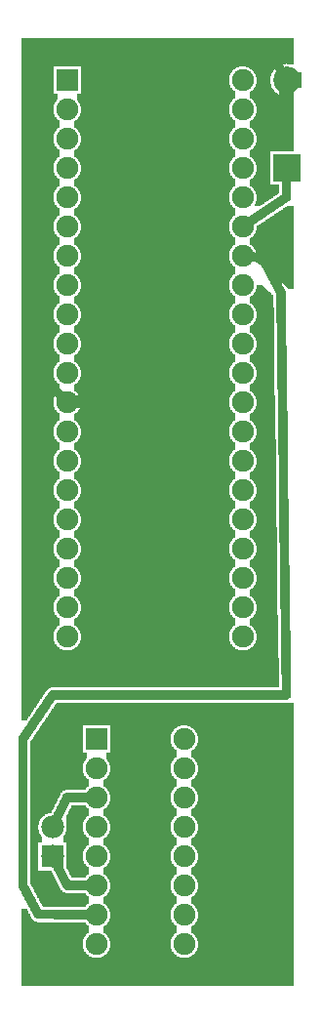
<source format=gtl>
G04 MADE WITH FRITZING*
G04 WWW.FRITZING.ORG*
G04 DOUBLE SIDED*
G04 HOLES PLATED*
G04 CONTOUR ON CENTER OF CONTOUR VECTOR*
%ASAXBY*%
%FSLAX23Y23*%
%MOIN*%
%OFA0B0*%
%SFA1.0B1.0*%
%ADD10C,0.075000*%
%ADD11C,0.078000*%
%ADD12C,0.092000*%
%ADD13R,0.075000X0.075000*%
%ADD14R,0.078000X0.078000*%
%ADD15R,0.092000X0.092000*%
%ADD16R,0.001000X0.001000*%
%LNCOPPER1*%
G90*
G70*
G54D10*
X891Y2993D03*
X897Y2611D03*
X691Y928D03*
X197Y3134D03*
X797Y3134D03*
X197Y3034D03*
X797Y3034D03*
X197Y2934D03*
X797Y2934D03*
X197Y2834D03*
X797Y2834D03*
X197Y2734D03*
X797Y2734D03*
X197Y2634D03*
X797Y2634D03*
X197Y2534D03*
X797Y2534D03*
X197Y2434D03*
X797Y2434D03*
X197Y2334D03*
X797Y2334D03*
X197Y2234D03*
X797Y2234D03*
X197Y2134D03*
X797Y2134D03*
X197Y2034D03*
X797Y2034D03*
X197Y1934D03*
X797Y1934D03*
X197Y1834D03*
X797Y1834D03*
X197Y1734D03*
X797Y1734D03*
X197Y1634D03*
X797Y1634D03*
X197Y1534D03*
X797Y1534D03*
X197Y1434D03*
X797Y1434D03*
X197Y1334D03*
X797Y1334D03*
X197Y1234D03*
X797Y1234D03*
X297Y884D03*
X597Y884D03*
X297Y784D03*
X597Y784D03*
X297Y684D03*
X597Y684D03*
X297Y584D03*
X597Y584D03*
X297Y484D03*
X597Y484D03*
X297Y384D03*
X597Y384D03*
X297Y284D03*
X597Y284D03*
X297Y184D03*
X597Y184D03*
G54D11*
X147Y484D03*
X147Y584D03*
G54D12*
X947Y2834D03*
X947Y3134D03*
G54D13*
X197Y3134D03*
X297Y884D03*
G54D14*
X147Y484D03*
G54D15*
X947Y2834D03*
G36*
X40Y3279D02*
X40Y3191D01*
X948Y3191D01*
X948Y3189D01*
X970Y3189D01*
X970Y3279D01*
X40Y3279D01*
G37*
D02*
G36*
X40Y3191D02*
X40Y3181D01*
X808Y3181D01*
X808Y3179D01*
X816Y3179D01*
X816Y3177D01*
X818Y3177D01*
X818Y3175D01*
X822Y3175D01*
X822Y3173D01*
X826Y3173D01*
X826Y3171D01*
X828Y3171D01*
X828Y3169D01*
X830Y3169D01*
X830Y3167D01*
X832Y3167D01*
X832Y3165D01*
X834Y3165D01*
X834Y3163D01*
X836Y3163D01*
X836Y3159D01*
X838Y3159D01*
X838Y3155D01*
X840Y3155D01*
X840Y3153D01*
X842Y3153D01*
X842Y3145D01*
X844Y3145D01*
X844Y3123D01*
X842Y3123D01*
X842Y3115D01*
X840Y3115D01*
X840Y3113D01*
X838Y3113D01*
X838Y3109D01*
X836Y3109D01*
X836Y3105D01*
X834Y3105D01*
X834Y3103D01*
X832Y3103D01*
X832Y3101D01*
X830Y3101D01*
X830Y3099D01*
X828Y3099D01*
X828Y3097D01*
X826Y3097D01*
X826Y3095D01*
X822Y3095D01*
X822Y3073D01*
X826Y3073D01*
X826Y3071D01*
X828Y3071D01*
X828Y3069D01*
X830Y3069D01*
X830Y3067D01*
X832Y3067D01*
X832Y3065D01*
X834Y3065D01*
X834Y3063D01*
X836Y3063D01*
X836Y3059D01*
X838Y3059D01*
X838Y3055D01*
X840Y3055D01*
X840Y3053D01*
X842Y3053D01*
X842Y3045D01*
X844Y3045D01*
X844Y3023D01*
X842Y3023D01*
X842Y3015D01*
X840Y3015D01*
X840Y3013D01*
X838Y3013D01*
X838Y3009D01*
X836Y3009D01*
X836Y3005D01*
X834Y3005D01*
X834Y3003D01*
X832Y3003D01*
X832Y3001D01*
X830Y3001D01*
X830Y2999D01*
X828Y2999D01*
X828Y2997D01*
X826Y2997D01*
X826Y2995D01*
X822Y2995D01*
X822Y2973D01*
X826Y2973D01*
X826Y2971D01*
X828Y2971D01*
X828Y2969D01*
X830Y2969D01*
X830Y2967D01*
X832Y2967D01*
X832Y2965D01*
X834Y2965D01*
X834Y2963D01*
X836Y2963D01*
X836Y2959D01*
X838Y2959D01*
X838Y2955D01*
X840Y2955D01*
X840Y2953D01*
X842Y2953D01*
X842Y2945D01*
X844Y2945D01*
X844Y2923D01*
X842Y2923D01*
X842Y2915D01*
X840Y2915D01*
X840Y2913D01*
X838Y2913D01*
X838Y2909D01*
X836Y2909D01*
X836Y2905D01*
X834Y2905D01*
X834Y2903D01*
X832Y2903D01*
X832Y2901D01*
X830Y2901D01*
X830Y2899D01*
X828Y2899D01*
X828Y2897D01*
X826Y2897D01*
X826Y2895D01*
X822Y2895D01*
X822Y2873D01*
X826Y2873D01*
X826Y2871D01*
X828Y2871D01*
X828Y2869D01*
X830Y2869D01*
X830Y2867D01*
X832Y2867D01*
X832Y2865D01*
X834Y2865D01*
X834Y2863D01*
X836Y2863D01*
X836Y2859D01*
X838Y2859D01*
X838Y2855D01*
X840Y2855D01*
X840Y2853D01*
X842Y2853D01*
X842Y2845D01*
X844Y2845D01*
X844Y2823D01*
X842Y2823D01*
X842Y2815D01*
X840Y2815D01*
X840Y2813D01*
X838Y2813D01*
X838Y2809D01*
X836Y2809D01*
X836Y2805D01*
X834Y2805D01*
X834Y2803D01*
X832Y2803D01*
X832Y2801D01*
X830Y2801D01*
X830Y2799D01*
X828Y2799D01*
X828Y2797D01*
X826Y2797D01*
X826Y2795D01*
X822Y2795D01*
X822Y2773D01*
X826Y2773D01*
X826Y2771D01*
X828Y2771D01*
X828Y2769D01*
X830Y2769D01*
X830Y2767D01*
X832Y2767D01*
X832Y2765D01*
X834Y2765D01*
X834Y2763D01*
X836Y2763D01*
X836Y2759D01*
X838Y2759D01*
X838Y2755D01*
X840Y2755D01*
X840Y2753D01*
X842Y2753D01*
X842Y2745D01*
X844Y2745D01*
X844Y2723D01*
X842Y2723D01*
X842Y2715D01*
X840Y2715D01*
X840Y2713D01*
X838Y2713D01*
X838Y2705D01*
X858Y2705D01*
X858Y2707D01*
X860Y2707D01*
X860Y2709D01*
X864Y2709D01*
X864Y2711D01*
X866Y2711D01*
X866Y2713D01*
X870Y2713D01*
X870Y2715D01*
X872Y2715D01*
X872Y2717D01*
X876Y2717D01*
X876Y2719D01*
X878Y2719D01*
X878Y2721D01*
X882Y2721D01*
X882Y2723D01*
X884Y2723D01*
X884Y2725D01*
X888Y2725D01*
X888Y2727D01*
X890Y2727D01*
X890Y2729D01*
X894Y2729D01*
X894Y2731D01*
X896Y2731D01*
X896Y2733D01*
X900Y2733D01*
X900Y2735D01*
X902Y2735D01*
X902Y2737D01*
X906Y2737D01*
X906Y2739D01*
X908Y2739D01*
X908Y2741D01*
X912Y2741D01*
X912Y2743D01*
X914Y2743D01*
X914Y2745D01*
X918Y2745D01*
X918Y2747D01*
X920Y2747D01*
X920Y2779D01*
X892Y2779D01*
X892Y2891D01*
X970Y2891D01*
X970Y3079D01*
X934Y3079D01*
X934Y3081D01*
X926Y3081D01*
X926Y3083D01*
X922Y3083D01*
X922Y3085D01*
X918Y3085D01*
X918Y3087D01*
X916Y3087D01*
X916Y3089D01*
X914Y3089D01*
X914Y3091D01*
X910Y3091D01*
X910Y3093D01*
X908Y3093D01*
X908Y3095D01*
X906Y3095D01*
X906Y3097D01*
X904Y3097D01*
X904Y3101D01*
X902Y3101D01*
X902Y3103D01*
X900Y3103D01*
X900Y3105D01*
X898Y3105D01*
X898Y3109D01*
X896Y3109D01*
X896Y3113D01*
X894Y3113D01*
X894Y3121D01*
X892Y3121D01*
X892Y3147D01*
X894Y3147D01*
X894Y3155D01*
X896Y3155D01*
X896Y3159D01*
X898Y3159D01*
X898Y3163D01*
X900Y3163D01*
X900Y3165D01*
X902Y3165D01*
X902Y3169D01*
X904Y3169D01*
X904Y3171D01*
X906Y3171D01*
X906Y3173D01*
X908Y3173D01*
X908Y3175D01*
X910Y3175D01*
X910Y3177D01*
X912Y3177D01*
X912Y3179D01*
X916Y3179D01*
X916Y3181D01*
X918Y3181D01*
X918Y3183D01*
X922Y3183D01*
X922Y3185D01*
X926Y3185D01*
X926Y3187D01*
X932Y3187D01*
X932Y3189D01*
X946Y3189D01*
X946Y3191D01*
X40Y3191D01*
G37*
D02*
G36*
X40Y3181D02*
X40Y1187D01*
X186Y1187D01*
X186Y1189D01*
X180Y1189D01*
X180Y1191D01*
X176Y1191D01*
X176Y1193D01*
X172Y1193D01*
X172Y1195D01*
X170Y1195D01*
X170Y1197D01*
X166Y1197D01*
X166Y1199D01*
X164Y1199D01*
X164Y1201D01*
X162Y1201D01*
X162Y1203D01*
X160Y1203D01*
X160Y1207D01*
X158Y1207D01*
X158Y1209D01*
X156Y1209D01*
X156Y1213D01*
X154Y1213D01*
X154Y1217D01*
X152Y1217D01*
X152Y1223D01*
X150Y1223D01*
X150Y1245D01*
X152Y1245D01*
X152Y1251D01*
X154Y1251D01*
X154Y1255D01*
X156Y1255D01*
X156Y1259D01*
X158Y1259D01*
X158Y1263D01*
X160Y1263D01*
X160Y1265D01*
X162Y1265D01*
X162Y1267D01*
X164Y1267D01*
X164Y1269D01*
X166Y1269D01*
X166Y1271D01*
X168Y1271D01*
X168Y1273D01*
X172Y1273D01*
X172Y1295D01*
X170Y1295D01*
X170Y1297D01*
X166Y1297D01*
X166Y1299D01*
X164Y1299D01*
X164Y1301D01*
X162Y1301D01*
X162Y1303D01*
X160Y1303D01*
X160Y1307D01*
X158Y1307D01*
X158Y1309D01*
X156Y1309D01*
X156Y1313D01*
X154Y1313D01*
X154Y1317D01*
X152Y1317D01*
X152Y1323D01*
X150Y1323D01*
X150Y1345D01*
X152Y1345D01*
X152Y1351D01*
X154Y1351D01*
X154Y1355D01*
X156Y1355D01*
X156Y1359D01*
X158Y1359D01*
X158Y1363D01*
X160Y1363D01*
X160Y1365D01*
X162Y1365D01*
X162Y1367D01*
X164Y1367D01*
X164Y1369D01*
X166Y1369D01*
X166Y1371D01*
X168Y1371D01*
X168Y1373D01*
X172Y1373D01*
X172Y1395D01*
X170Y1395D01*
X170Y1397D01*
X166Y1397D01*
X166Y1399D01*
X164Y1399D01*
X164Y1401D01*
X162Y1401D01*
X162Y1403D01*
X160Y1403D01*
X160Y1407D01*
X158Y1407D01*
X158Y1409D01*
X156Y1409D01*
X156Y1413D01*
X154Y1413D01*
X154Y1417D01*
X152Y1417D01*
X152Y1423D01*
X150Y1423D01*
X150Y1445D01*
X152Y1445D01*
X152Y1451D01*
X154Y1451D01*
X154Y1455D01*
X156Y1455D01*
X156Y1459D01*
X158Y1459D01*
X158Y1463D01*
X160Y1463D01*
X160Y1465D01*
X162Y1465D01*
X162Y1467D01*
X164Y1467D01*
X164Y1469D01*
X166Y1469D01*
X166Y1471D01*
X168Y1471D01*
X168Y1473D01*
X172Y1473D01*
X172Y1495D01*
X170Y1495D01*
X170Y1497D01*
X166Y1497D01*
X166Y1499D01*
X164Y1499D01*
X164Y1501D01*
X162Y1501D01*
X162Y1503D01*
X160Y1503D01*
X160Y1507D01*
X158Y1507D01*
X158Y1509D01*
X156Y1509D01*
X156Y1513D01*
X154Y1513D01*
X154Y1517D01*
X152Y1517D01*
X152Y1523D01*
X150Y1523D01*
X150Y1545D01*
X152Y1545D01*
X152Y1551D01*
X154Y1551D01*
X154Y1555D01*
X156Y1555D01*
X156Y1559D01*
X158Y1559D01*
X158Y1563D01*
X160Y1563D01*
X160Y1565D01*
X162Y1565D01*
X162Y1567D01*
X164Y1567D01*
X164Y1569D01*
X166Y1569D01*
X166Y1571D01*
X168Y1571D01*
X168Y1573D01*
X172Y1573D01*
X172Y1595D01*
X170Y1595D01*
X170Y1597D01*
X166Y1597D01*
X166Y1599D01*
X164Y1599D01*
X164Y1601D01*
X162Y1601D01*
X162Y1603D01*
X160Y1603D01*
X160Y1607D01*
X158Y1607D01*
X158Y1609D01*
X156Y1609D01*
X156Y1613D01*
X154Y1613D01*
X154Y1617D01*
X152Y1617D01*
X152Y1623D01*
X150Y1623D01*
X150Y1645D01*
X152Y1645D01*
X152Y1651D01*
X154Y1651D01*
X154Y1655D01*
X156Y1655D01*
X156Y1659D01*
X158Y1659D01*
X158Y1663D01*
X160Y1663D01*
X160Y1665D01*
X162Y1665D01*
X162Y1667D01*
X164Y1667D01*
X164Y1669D01*
X166Y1669D01*
X166Y1671D01*
X168Y1671D01*
X168Y1673D01*
X172Y1673D01*
X172Y1695D01*
X170Y1695D01*
X170Y1697D01*
X166Y1697D01*
X166Y1699D01*
X164Y1699D01*
X164Y1701D01*
X162Y1701D01*
X162Y1703D01*
X160Y1703D01*
X160Y1707D01*
X158Y1707D01*
X158Y1709D01*
X156Y1709D01*
X156Y1713D01*
X154Y1713D01*
X154Y1717D01*
X152Y1717D01*
X152Y1723D01*
X150Y1723D01*
X150Y1745D01*
X152Y1745D01*
X152Y1751D01*
X154Y1751D01*
X154Y1755D01*
X156Y1755D01*
X156Y1759D01*
X158Y1759D01*
X158Y1763D01*
X160Y1763D01*
X160Y1765D01*
X162Y1765D01*
X162Y1767D01*
X164Y1767D01*
X164Y1769D01*
X166Y1769D01*
X166Y1771D01*
X168Y1771D01*
X168Y1773D01*
X172Y1773D01*
X172Y1795D01*
X170Y1795D01*
X170Y1797D01*
X166Y1797D01*
X166Y1799D01*
X164Y1799D01*
X164Y1801D01*
X162Y1801D01*
X162Y1803D01*
X160Y1803D01*
X160Y1807D01*
X158Y1807D01*
X158Y1809D01*
X156Y1809D01*
X156Y1813D01*
X154Y1813D01*
X154Y1817D01*
X152Y1817D01*
X152Y1823D01*
X150Y1823D01*
X150Y1845D01*
X152Y1845D01*
X152Y1851D01*
X154Y1851D01*
X154Y1855D01*
X156Y1855D01*
X156Y1859D01*
X158Y1859D01*
X158Y1863D01*
X160Y1863D01*
X160Y1865D01*
X162Y1865D01*
X162Y1867D01*
X164Y1867D01*
X164Y1869D01*
X166Y1869D01*
X166Y1871D01*
X168Y1871D01*
X168Y1873D01*
X172Y1873D01*
X172Y1895D01*
X170Y1895D01*
X170Y1897D01*
X166Y1897D01*
X166Y1899D01*
X164Y1899D01*
X164Y1901D01*
X162Y1901D01*
X162Y1903D01*
X160Y1903D01*
X160Y1907D01*
X158Y1907D01*
X158Y1909D01*
X156Y1909D01*
X156Y1913D01*
X154Y1913D01*
X154Y1917D01*
X152Y1917D01*
X152Y1923D01*
X150Y1923D01*
X150Y1945D01*
X152Y1945D01*
X152Y1951D01*
X154Y1951D01*
X154Y1955D01*
X156Y1955D01*
X156Y1959D01*
X158Y1959D01*
X158Y1963D01*
X160Y1963D01*
X160Y1965D01*
X162Y1965D01*
X162Y1967D01*
X164Y1967D01*
X164Y1969D01*
X166Y1969D01*
X166Y1971D01*
X168Y1971D01*
X168Y1973D01*
X172Y1973D01*
X172Y1995D01*
X170Y1995D01*
X170Y1997D01*
X166Y1997D01*
X166Y1999D01*
X164Y1999D01*
X164Y2001D01*
X162Y2001D01*
X162Y2003D01*
X160Y2003D01*
X160Y2007D01*
X158Y2007D01*
X158Y2009D01*
X156Y2009D01*
X156Y2013D01*
X154Y2013D01*
X154Y2017D01*
X152Y2017D01*
X152Y2023D01*
X150Y2023D01*
X150Y2045D01*
X152Y2045D01*
X152Y2051D01*
X154Y2051D01*
X154Y2055D01*
X156Y2055D01*
X156Y2059D01*
X158Y2059D01*
X158Y2063D01*
X160Y2063D01*
X160Y2065D01*
X162Y2065D01*
X162Y2067D01*
X164Y2067D01*
X164Y2069D01*
X166Y2069D01*
X166Y2071D01*
X168Y2071D01*
X168Y2073D01*
X172Y2073D01*
X172Y2095D01*
X170Y2095D01*
X170Y2097D01*
X166Y2097D01*
X166Y2099D01*
X164Y2099D01*
X164Y2101D01*
X162Y2101D01*
X162Y2103D01*
X160Y2103D01*
X160Y2107D01*
X158Y2107D01*
X158Y2109D01*
X156Y2109D01*
X156Y2113D01*
X154Y2113D01*
X154Y2117D01*
X152Y2117D01*
X152Y2123D01*
X150Y2123D01*
X150Y2145D01*
X152Y2145D01*
X152Y2151D01*
X154Y2151D01*
X154Y2155D01*
X156Y2155D01*
X156Y2159D01*
X158Y2159D01*
X158Y2163D01*
X160Y2163D01*
X160Y2165D01*
X162Y2165D01*
X162Y2167D01*
X164Y2167D01*
X164Y2169D01*
X166Y2169D01*
X166Y2171D01*
X168Y2171D01*
X168Y2173D01*
X172Y2173D01*
X172Y2195D01*
X170Y2195D01*
X170Y2197D01*
X166Y2197D01*
X166Y2199D01*
X164Y2199D01*
X164Y2201D01*
X162Y2201D01*
X162Y2203D01*
X160Y2203D01*
X160Y2207D01*
X158Y2207D01*
X158Y2209D01*
X156Y2209D01*
X156Y2213D01*
X154Y2213D01*
X154Y2217D01*
X152Y2217D01*
X152Y2223D01*
X150Y2223D01*
X150Y2245D01*
X152Y2245D01*
X152Y2251D01*
X154Y2251D01*
X154Y2255D01*
X156Y2255D01*
X156Y2259D01*
X158Y2259D01*
X158Y2263D01*
X160Y2263D01*
X160Y2265D01*
X162Y2265D01*
X162Y2267D01*
X164Y2267D01*
X164Y2269D01*
X166Y2269D01*
X166Y2271D01*
X168Y2271D01*
X168Y2273D01*
X172Y2273D01*
X172Y2295D01*
X170Y2295D01*
X170Y2297D01*
X166Y2297D01*
X166Y2299D01*
X164Y2299D01*
X164Y2301D01*
X162Y2301D01*
X162Y2303D01*
X160Y2303D01*
X160Y2307D01*
X158Y2307D01*
X158Y2309D01*
X156Y2309D01*
X156Y2313D01*
X154Y2313D01*
X154Y2317D01*
X152Y2317D01*
X152Y2323D01*
X150Y2323D01*
X150Y2345D01*
X152Y2345D01*
X152Y2351D01*
X154Y2351D01*
X154Y2355D01*
X156Y2355D01*
X156Y2359D01*
X158Y2359D01*
X158Y2363D01*
X160Y2363D01*
X160Y2365D01*
X162Y2365D01*
X162Y2367D01*
X164Y2367D01*
X164Y2369D01*
X166Y2369D01*
X166Y2371D01*
X168Y2371D01*
X168Y2373D01*
X172Y2373D01*
X172Y2395D01*
X170Y2395D01*
X170Y2397D01*
X166Y2397D01*
X166Y2399D01*
X164Y2399D01*
X164Y2401D01*
X162Y2401D01*
X162Y2403D01*
X160Y2403D01*
X160Y2407D01*
X158Y2407D01*
X158Y2409D01*
X156Y2409D01*
X156Y2413D01*
X154Y2413D01*
X154Y2417D01*
X152Y2417D01*
X152Y2423D01*
X150Y2423D01*
X150Y2445D01*
X152Y2445D01*
X152Y2451D01*
X154Y2451D01*
X154Y2455D01*
X156Y2455D01*
X156Y2459D01*
X158Y2459D01*
X158Y2463D01*
X160Y2463D01*
X160Y2465D01*
X162Y2465D01*
X162Y2467D01*
X164Y2467D01*
X164Y2469D01*
X166Y2469D01*
X166Y2471D01*
X168Y2471D01*
X168Y2473D01*
X172Y2473D01*
X172Y2495D01*
X170Y2495D01*
X170Y2497D01*
X166Y2497D01*
X166Y2499D01*
X164Y2499D01*
X164Y2501D01*
X162Y2501D01*
X162Y2503D01*
X160Y2503D01*
X160Y2507D01*
X158Y2507D01*
X158Y2509D01*
X156Y2509D01*
X156Y2513D01*
X154Y2513D01*
X154Y2517D01*
X152Y2517D01*
X152Y2523D01*
X150Y2523D01*
X150Y2545D01*
X152Y2545D01*
X152Y2551D01*
X154Y2551D01*
X154Y2555D01*
X156Y2555D01*
X156Y2559D01*
X158Y2559D01*
X158Y2563D01*
X160Y2563D01*
X160Y2565D01*
X162Y2565D01*
X162Y2567D01*
X164Y2567D01*
X164Y2569D01*
X166Y2569D01*
X166Y2571D01*
X168Y2571D01*
X168Y2573D01*
X172Y2573D01*
X172Y2595D01*
X170Y2595D01*
X170Y2597D01*
X166Y2597D01*
X166Y2599D01*
X164Y2599D01*
X164Y2601D01*
X162Y2601D01*
X162Y2603D01*
X160Y2603D01*
X160Y2607D01*
X158Y2607D01*
X158Y2609D01*
X156Y2609D01*
X156Y2613D01*
X154Y2613D01*
X154Y2617D01*
X152Y2617D01*
X152Y2623D01*
X150Y2623D01*
X150Y2645D01*
X152Y2645D01*
X152Y2651D01*
X154Y2651D01*
X154Y2655D01*
X156Y2655D01*
X156Y2659D01*
X158Y2659D01*
X158Y2663D01*
X160Y2663D01*
X160Y2665D01*
X162Y2665D01*
X162Y2667D01*
X164Y2667D01*
X164Y2669D01*
X166Y2669D01*
X166Y2671D01*
X168Y2671D01*
X168Y2673D01*
X172Y2673D01*
X172Y2695D01*
X170Y2695D01*
X170Y2697D01*
X166Y2697D01*
X166Y2699D01*
X164Y2699D01*
X164Y2701D01*
X162Y2701D01*
X162Y2703D01*
X160Y2703D01*
X160Y2707D01*
X158Y2707D01*
X158Y2709D01*
X156Y2709D01*
X156Y2713D01*
X154Y2713D01*
X154Y2717D01*
X152Y2717D01*
X152Y2723D01*
X150Y2723D01*
X150Y2745D01*
X152Y2745D01*
X152Y2751D01*
X154Y2751D01*
X154Y2755D01*
X156Y2755D01*
X156Y2759D01*
X158Y2759D01*
X158Y2763D01*
X160Y2763D01*
X160Y2765D01*
X162Y2765D01*
X162Y2767D01*
X164Y2767D01*
X164Y2769D01*
X166Y2769D01*
X166Y2771D01*
X168Y2771D01*
X168Y2773D01*
X172Y2773D01*
X172Y2795D01*
X170Y2795D01*
X170Y2797D01*
X166Y2797D01*
X166Y2799D01*
X164Y2799D01*
X164Y2801D01*
X162Y2801D01*
X162Y2803D01*
X160Y2803D01*
X160Y2807D01*
X158Y2807D01*
X158Y2809D01*
X156Y2809D01*
X156Y2813D01*
X154Y2813D01*
X154Y2817D01*
X152Y2817D01*
X152Y2823D01*
X150Y2823D01*
X150Y2845D01*
X152Y2845D01*
X152Y2851D01*
X154Y2851D01*
X154Y2855D01*
X156Y2855D01*
X156Y2859D01*
X158Y2859D01*
X158Y2863D01*
X160Y2863D01*
X160Y2865D01*
X162Y2865D01*
X162Y2867D01*
X164Y2867D01*
X164Y2869D01*
X166Y2869D01*
X166Y2871D01*
X168Y2871D01*
X168Y2873D01*
X172Y2873D01*
X172Y2895D01*
X170Y2895D01*
X170Y2897D01*
X166Y2897D01*
X166Y2899D01*
X164Y2899D01*
X164Y2901D01*
X162Y2901D01*
X162Y2903D01*
X160Y2903D01*
X160Y2907D01*
X158Y2907D01*
X158Y2909D01*
X156Y2909D01*
X156Y2913D01*
X154Y2913D01*
X154Y2917D01*
X152Y2917D01*
X152Y2923D01*
X150Y2923D01*
X150Y2945D01*
X152Y2945D01*
X152Y2951D01*
X154Y2951D01*
X154Y2955D01*
X156Y2955D01*
X156Y2959D01*
X158Y2959D01*
X158Y2963D01*
X160Y2963D01*
X160Y2965D01*
X162Y2965D01*
X162Y2967D01*
X164Y2967D01*
X164Y2969D01*
X166Y2969D01*
X166Y2971D01*
X168Y2971D01*
X168Y2973D01*
X172Y2973D01*
X172Y2995D01*
X170Y2995D01*
X170Y2997D01*
X166Y2997D01*
X166Y2999D01*
X164Y2999D01*
X164Y3001D01*
X162Y3001D01*
X162Y3003D01*
X160Y3003D01*
X160Y3007D01*
X158Y3007D01*
X158Y3009D01*
X156Y3009D01*
X156Y3013D01*
X154Y3013D01*
X154Y3017D01*
X152Y3017D01*
X152Y3023D01*
X150Y3023D01*
X150Y3045D01*
X152Y3045D01*
X152Y3051D01*
X154Y3051D01*
X154Y3055D01*
X156Y3055D01*
X156Y3059D01*
X158Y3059D01*
X158Y3063D01*
X160Y3063D01*
X160Y3065D01*
X162Y3065D01*
X162Y3067D01*
X164Y3067D01*
X164Y3087D01*
X150Y3087D01*
X150Y3181D01*
X40Y3181D01*
G37*
D02*
G36*
X244Y3181D02*
X244Y3087D01*
X230Y3087D01*
X230Y3067D01*
X232Y3067D01*
X232Y3065D01*
X234Y3065D01*
X234Y3063D01*
X236Y3063D01*
X236Y3059D01*
X238Y3059D01*
X238Y3055D01*
X240Y3055D01*
X240Y3053D01*
X242Y3053D01*
X242Y3045D01*
X244Y3045D01*
X244Y3023D01*
X242Y3023D01*
X242Y3015D01*
X240Y3015D01*
X240Y3013D01*
X238Y3013D01*
X238Y3009D01*
X236Y3009D01*
X236Y3005D01*
X234Y3005D01*
X234Y3003D01*
X232Y3003D01*
X232Y3001D01*
X230Y3001D01*
X230Y2999D01*
X228Y2999D01*
X228Y2997D01*
X226Y2997D01*
X226Y2995D01*
X222Y2995D01*
X222Y2973D01*
X226Y2973D01*
X226Y2971D01*
X228Y2971D01*
X228Y2969D01*
X230Y2969D01*
X230Y2967D01*
X232Y2967D01*
X232Y2965D01*
X234Y2965D01*
X234Y2963D01*
X236Y2963D01*
X236Y2959D01*
X238Y2959D01*
X238Y2955D01*
X240Y2955D01*
X240Y2953D01*
X242Y2953D01*
X242Y2945D01*
X244Y2945D01*
X244Y2923D01*
X242Y2923D01*
X242Y2915D01*
X240Y2915D01*
X240Y2913D01*
X238Y2913D01*
X238Y2909D01*
X236Y2909D01*
X236Y2905D01*
X234Y2905D01*
X234Y2903D01*
X232Y2903D01*
X232Y2901D01*
X230Y2901D01*
X230Y2899D01*
X228Y2899D01*
X228Y2897D01*
X226Y2897D01*
X226Y2895D01*
X222Y2895D01*
X222Y2873D01*
X226Y2873D01*
X226Y2871D01*
X228Y2871D01*
X228Y2869D01*
X230Y2869D01*
X230Y2867D01*
X232Y2867D01*
X232Y2865D01*
X234Y2865D01*
X234Y2863D01*
X236Y2863D01*
X236Y2859D01*
X238Y2859D01*
X238Y2855D01*
X240Y2855D01*
X240Y2853D01*
X242Y2853D01*
X242Y2845D01*
X244Y2845D01*
X244Y2823D01*
X242Y2823D01*
X242Y2815D01*
X240Y2815D01*
X240Y2813D01*
X238Y2813D01*
X238Y2809D01*
X236Y2809D01*
X236Y2805D01*
X234Y2805D01*
X234Y2803D01*
X232Y2803D01*
X232Y2801D01*
X230Y2801D01*
X230Y2799D01*
X228Y2799D01*
X228Y2797D01*
X226Y2797D01*
X226Y2795D01*
X222Y2795D01*
X222Y2773D01*
X226Y2773D01*
X226Y2771D01*
X228Y2771D01*
X228Y2769D01*
X230Y2769D01*
X230Y2767D01*
X232Y2767D01*
X232Y2765D01*
X234Y2765D01*
X234Y2763D01*
X236Y2763D01*
X236Y2759D01*
X238Y2759D01*
X238Y2755D01*
X240Y2755D01*
X240Y2753D01*
X242Y2753D01*
X242Y2745D01*
X244Y2745D01*
X244Y2723D01*
X242Y2723D01*
X242Y2715D01*
X240Y2715D01*
X240Y2713D01*
X238Y2713D01*
X238Y2709D01*
X236Y2709D01*
X236Y2705D01*
X234Y2705D01*
X234Y2703D01*
X232Y2703D01*
X232Y2701D01*
X230Y2701D01*
X230Y2699D01*
X228Y2699D01*
X228Y2697D01*
X226Y2697D01*
X226Y2695D01*
X222Y2695D01*
X222Y2673D01*
X226Y2673D01*
X226Y2671D01*
X228Y2671D01*
X228Y2669D01*
X230Y2669D01*
X230Y2667D01*
X232Y2667D01*
X232Y2665D01*
X234Y2665D01*
X234Y2663D01*
X236Y2663D01*
X236Y2659D01*
X238Y2659D01*
X238Y2655D01*
X240Y2655D01*
X240Y2653D01*
X242Y2653D01*
X242Y2645D01*
X244Y2645D01*
X244Y2623D01*
X242Y2623D01*
X242Y2615D01*
X240Y2615D01*
X240Y2613D01*
X238Y2613D01*
X238Y2609D01*
X236Y2609D01*
X236Y2605D01*
X234Y2605D01*
X234Y2603D01*
X232Y2603D01*
X232Y2601D01*
X230Y2601D01*
X230Y2599D01*
X228Y2599D01*
X228Y2597D01*
X226Y2597D01*
X226Y2595D01*
X222Y2595D01*
X222Y2573D01*
X226Y2573D01*
X226Y2571D01*
X228Y2571D01*
X228Y2569D01*
X230Y2569D01*
X230Y2567D01*
X232Y2567D01*
X232Y2565D01*
X234Y2565D01*
X234Y2563D01*
X236Y2563D01*
X236Y2559D01*
X238Y2559D01*
X238Y2555D01*
X240Y2555D01*
X240Y2553D01*
X242Y2553D01*
X242Y2545D01*
X244Y2545D01*
X244Y2523D01*
X242Y2523D01*
X242Y2515D01*
X240Y2515D01*
X240Y2513D01*
X238Y2513D01*
X238Y2509D01*
X236Y2509D01*
X236Y2505D01*
X234Y2505D01*
X234Y2503D01*
X232Y2503D01*
X232Y2501D01*
X230Y2501D01*
X230Y2499D01*
X228Y2499D01*
X228Y2497D01*
X226Y2497D01*
X226Y2495D01*
X222Y2495D01*
X222Y2473D01*
X226Y2473D01*
X226Y2471D01*
X228Y2471D01*
X228Y2469D01*
X230Y2469D01*
X230Y2467D01*
X232Y2467D01*
X232Y2465D01*
X234Y2465D01*
X234Y2463D01*
X236Y2463D01*
X236Y2459D01*
X238Y2459D01*
X238Y2455D01*
X240Y2455D01*
X240Y2453D01*
X242Y2453D01*
X242Y2445D01*
X244Y2445D01*
X244Y2423D01*
X242Y2423D01*
X242Y2415D01*
X240Y2415D01*
X240Y2413D01*
X238Y2413D01*
X238Y2409D01*
X236Y2409D01*
X236Y2405D01*
X234Y2405D01*
X234Y2403D01*
X232Y2403D01*
X232Y2401D01*
X230Y2401D01*
X230Y2399D01*
X228Y2399D01*
X228Y2397D01*
X226Y2397D01*
X226Y2395D01*
X222Y2395D01*
X222Y2373D01*
X226Y2373D01*
X226Y2371D01*
X228Y2371D01*
X228Y2369D01*
X230Y2369D01*
X230Y2367D01*
X232Y2367D01*
X232Y2365D01*
X234Y2365D01*
X234Y2363D01*
X236Y2363D01*
X236Y2359D01*
X238Y2359D01*
X238Y2355D01*
X240Y2355D01*
X240Y2353D01*
X242Y2353D01*
X242Y2345D01*
X244Y2345D01*
X244Y2323D01*
X242Y2323D01*
X242Y2315D01*
X240Y2315D01*
X240Y2313D01*
X238Y2313D01*
X238Y2309D01*
X236Y2309D01*
X236Y2305D01*
X234Y2305D01*
X234Y2303D01*
X232Y2303D01*
X232Y2301D01*
X230Y2301D01*
X230Y2299D01*
X228Y2299D01*
X228Y2297D01*
X226Y2297D01*
X226Y2295D01*
X222Y2295D01*
X222Y2273D01*
X226Y2273D01*
X226Y2271D01*
X228Y2271D01*
X228Y2269D01*
X230Y2269D01*
X230Y2267D01*
X232Y2267D01*
X232Y2265D01*
X234Y2265D01*
X234Y2263D01*
X236Y2263D01*
X236Y2259D01*
X238Y2259D01*
X238Y2255D01*
X240Y2255D01*
X240Y2253D01*
X242Y2253D01*
X242Y2245D01*
X244Y2245D01*
X244Y2223D01*
X242Y2223D01*
X242Y2215D01*
X240Y2215D01*
X240Y2213D01*
X238Y2213D01*
X238Y2209D01*
X236Y2209D01*
X236Y2205D01*
X234Y2205D01*
X234Y2203D01*
X232Y2203D01*
X232Y2201D01*
X230Y2201D01*
X230Y2199D01*
X228Y2199D01*
X228Y2197D01*
X226Y2197D01*
X226Y2195D01*
X222Y2195D01*
X222Y2173D01*
X226Y2173D01*
X226Y2171D01*
X228Y2171D01*
X228Y2169D01*
X230Y2169D01*
X230Y2167D01*
X232Y2167D01*
X232Y2165D01*
X234Y2165D01*
X234Y2163D01*
X236Y2163D01*
X236Y2159D01*
X238Y2159D01*
X238Y2155D01*
X240Y2155D01*
X240Y2153D01*
X242Y2153D01*
X242Y2145D01*
X244Y2145D01*
X244Y2123D01*
X242Y2123D01*
X242Y2115D01*
X240Y2115D01*
X240Y2113D01*
X238Y2113D01*
X238Y2109D01*
X236Y2109D01*
X236Y2105D01*
X234Y2105D01*
X234Y2103D01*
X232Y2103D01*
X232Y2101D01*
X230Y2101D01*
X230Y2099D01*
X228Y2099D01*
X228Y2097D01*
X226Y2097D01*
X226Y2095D01*
X222Y2095D01*
X222Y2073D01*
X226Y2073D01*
X226Y2071D01*
X228Y2071D01*
X228Y2069D01*
X230Y2069D01*
X230Y2067D01*
X232Y2067D01*
X232Y2065D01*
X234Y2065D01*
X234Y2063D01*
X236Y2063D01*
X236Y2059D01*
X238Y2059D01*
X238Y2055D01*
X240Y2055D01*
X240Y2053D01*
X242Y2053D01*
X242Y2045D01*
X244Y2045D01*
X244Y2023D01*
X242Y2023D01*
X242Y2015D01*
X240Y2015D01*
X240Y2013D01*
X238Y2013D01*
X238Y2009D01*
X236Y2009D01*
X236Y2005D01*
X234Y2005D01*
X234Y2003D01*
X232Y2003D01*
X232Y2001D01*
X230Y2001D01*
X230Y1999D01*
X228Y1999D01*
X228Y1997D01*
X226Y1997D01*
X226Y1995D01*
X222Y1995D01*
X222Y1973D01*
X226Y1973D01*
X226Y1971D01*
X228Y1971D01*
X228Y1969D01*
X230Y1969D01*
X230Y1967D01*
X232Y1967D01*
X232Y1965D01*
X234Y1965D01*
X234Y1963D01*
X236Y1963D01*
X236Y1959D01*
X238Y1959D01*
X238Y1955D01*
X240Y1955D01*
X240Y1953D01*
X242Y1953D01*
X242Y1945D01*
X244Y1945D01*
X244Y1923D01*
X242Y1923D01*
X242Y1915D01*
X240Y1915D01*
X240Y1913D01*
X238Y1913D01*
X238Y1909D01*
X236Y1909D01*
X236Y1905D01*
X234Y1905D01*
X234Y1903D01*
X232Y1903D01*
X232Y1901D01*
X230Y1901D01*
X230Y1899D01*
X228Y1899D01*
X228Y1897D01*
X226Y1897D01*
X226Y1895D01*
X222Y1895D01*
X222Y1873D01*
X226Y1873D01*
X226Y1871D01*
X228Y1871D01*
X228Y1869D01*
X230Y1869D01*
X230Y1867D01*
X232Y1867D01*
X232Y1865D01*
X234Y1865D01*
X234Y1863D01*
X236Y1863D01*
X236Y1859D01*
X238Y1859D01*
X238Y1855D01*
X240Y1855D01*
X240Y1853D01*
X242Y1853D01*
X242Y1845D01*
X244Y1845D01*
X244Y1823D01*
X242Y1823D01*
X242Y1815D01*
X240Y1815D01*
X240Y1813D01*
X238Y1813D01*
X238Y1809D01*
X236Y1809D01*
X236Y1805D01*
X234Y1805D01*
X234Y1803D01*
X232Y1803D01*
X232Y1801D01*
X230Y1801D01*
X230Y1799D01*
X228Y1799D01*
X228Y1797D01*
X226Y1797D01*
X226Y1795D01*
X222Y1795D01*
X222Y1773D01*
X226Y1773D01*
X226Y1771D01*
X228Y1771D01*
X228Y1769D01*
X230Y1769D01*
X230Y1767D01*
X232Y1767D01*
X232Y1765D01*
X234Y1765D01*
X234Y1763D01*
X236Y1763D01*
X236Y1759D01*
X238Y1759D01*
X238Y1755D01*
X240Y1755D01*
X240Y1753D01*
X242Y1753D01*
X242Y1745D01*
X244Y1745D01*
X244Y1723D01*
X242Y1723D01*
X242Y1715D01*
X240Y1715D01*
X240Y1713D01*
X238Y1713D01*
X238Y1709D01*
X236Y1709D01*
X236Y1705D01*
X234Y1705D01*
X234Y1703D01*
X232Y1703D01*
X232Y1701D01*
X230Y1701D01*
X230Y1699D01*
X228Y1699D01*
X228Y1697D01*
X226Y1697D01*
X226Y1695D01*
X222Y1695D01*
X222Y1673D01*
X226Y1673D01*
X226Y1671D01*
X228Y1671D01*
X228Y1669D01*
X230Y1669D01*
X230Y1667D01*
X232Y1667D01*
X232Y1665D01*
X234Y1665D01*
X234Y1663D01*
X236Y1663D01*
X236Y1659D01*
X238Y1659D01*
X238Y1655D01*
X240Y1655D01*
X240Y1653D01*
X242Y1653D01*
X242Y1645D01*
X244Y1645D01*
X244Y1623D01*
X242Y1623D01*
X242Y1615D01*
X240Y1615D01*
X240Y1613D01*
X238Y1613D01*
X238Y1609D01*
X236Y1609D01*
X236Y1605D01*
X234Y1605D01*
X234Y1603D01*
X232Y1603D01*
X232Y1601D01*
X230Y1601D01*
X230Y1599D01*
X228Y1599D01*
X228Y1597D01*
X226Y1597D01*
X226Y1595D01*
X222Y1595D01*
X222Y1573D01*
X226Y1573D01*
X226Y1571D01*
X228Y1571D01*
X228Y1569D01*
X230Y1569D01*
X230Y1567D01*
X232Y1567D01*
X232Y1565D01*
X234Y1565D01*
X234Y1563D01*
X236Y1563D01*
X236Y1559D01*
X238Y1559D01*
X238Y1555D01*
X240Y1555D01*
X240Y1553D01*
X242Y1553D01*
X242Y1545D01*
X244Y1545D01*
X244Y1523D01*
X242Y1523D01*
X242Y1515D01*
X240Y1515D01*
X240Y1513D01*
X238Y1513D01*
X238Y1509D01*
X236Y1509D01*
X236Y1505D01*
X234Y1505D01*
X234Y1503D01*
X232Y1503D01*
X232Y1501D01*
X230Y1501D01*
X230Y1499D01*
X228Y1499D01*
X228Y1497D01*
X226Y1497D01*
X226Y1495D01*
X222Y1495D01*
X222Y1473D01*
X226Y1473D01*
X226Y1471D01*
X228Y1471D01*
X228Y1469D01*
X230Y1469D01*
X230Y1467D01*
X232Y1467D01*
X232Y1465D01*
X234Y1465D01*
X234Y1463D01*
X236Y1463D01*
X236Y1459D01*
X238Y1459D01*
X238Y1455D01*
X240Y1455D01*
X240Y1453D01*
X242Y1453D01*
X242Y1445D01*
X244Y1445D01*
X244Y1423D01*
X242Y1423D01*
X242Y1415D01*
X240Y1415D01*
X240Y1413D01*
X238Y1413D01*
X238Y1409D01*
X236Y1409D01*
X236Y1405D01*
X234Y1405D01*
X234Y1403D01*
X232Y1403D01*
X232Y1401D01*
X230Y1401D01*
X230Y1399D01*
X228Y1399D01*
X228Y1397D01*
X226Y1397D01*
X226Y1395D01*
X222Y1395D01*
X222Y1373D01*
X226Y1373D01*
X226Y1371D01*
X228Y1371D01*
X228Y1369D01*
X230Y1369D01*
X230Y1367D01*
X232Y1367D01*
X232Y1365D01*
X234Y1365D01*
X234Y1363D01*
X236Y1363D01*
X236Y1359D01*
X238Y1359D01*
X238Y1355D01*
X240Y1355D01*
X240Y1353D01*
X242Y1353D01*
X242Y1345D01*
X244Y1345D01*
X244Y1323D01*
X242Y1323D01*
X242Y1315D01*
X240Y1315D01*
X240Y1313D01*
X238Y1313D01*
X238Y1309D01*
X236Y1309D01*
X236Y1305D01*
X234Y1305D01*
X234Y1303D01*
X232Y1303D01*
X232Y1301D01*
X230Y1301D01*
X230Y1299D01*
X228Y1299D01*
X228Y1297D01*
X226Y1297D01*
X226Y1295D01*
X222Y1295D01*
X222Y1273D01*
X226Y1273D01*
X226Y1271D01*
X228Y1271D01*
X228Y1269D01*
X230Y1269D01*
X230Y1267D01*
X232Y1267D01*
X232Y1265D01*
X234Y1265D01*
X234Y1263D01*
X236Y1263D01*
X236Y1259D01*
X238Y1259D01*
X238Y1255D01*
X240Y1255D01*
X240Y1253D01*
X242Y1253D01*
X242Y1245D01*
X244Y1245D01*
X244Y1223D01*
X242Y1223D01*
X242Y1215D01*
X240Y1215D01*
X240Y1213D01*
X238Y1213D01*
X238Y1209D01*
X236Y1209D01*
X236Y1205D01*
X234Y1205D01*
X234Y1203D01*
X232Y1203D01*
X232Y1201D01*
X230Y1201D01*
X230Y1199D01*
X228Y1199D01*
X228Y1197D01*
X226Y1197D01*
X226Y1195D01*
X222Y1195D01*
X222Y1193D01*
X218Y1193D01*
X218Y1191D01*
X214Y1191D01*
X214Y1189D01*
X208Y1189D01*
X208Y1187D01*
X786Y1187D01*
X786Y1189D01*
X780Y1189D01*
X780Y1191D01*
X776Y1191D01*
X776Y1193D01*
X772Y1193D01*
X772Y1195D01*
X770Y1195D01*
X770Y1197D01*
X766Y1197D01*
X766Y1199D01*
X764Y1199D01*
X764Y1201D01*
X762Y1201D01*
X762Y1203D01*
X760Y1203D01*
X760Y1207D01*
X758Y1207D01*
X758Y1209D01*
X756Y1209D01*
X756Y1213D01*
X754Y1213D01*
X754Y1217D01*
X752Y1217D01*
X752Y1223D01*
X750Y1223D01*
X750Y1245D01*
X752Y1245D01*
X752Y1251D01*
X754Y1251D01*
X754Y1255D01*
X756Y1255D01*
X756Y1259D01*
X758Y1259D01*
X758Y1263D01*
X760Y1263D01*
X760Y1265D01*
X762Y1265D01*
X762Y1267D01*
X764Y1267D01*
X764Y1269D01*
X766Y1269D01*
X766Y1271D01*
X768Y1271D01*
X768Y1273D01*
X772Y1273D01*
X772Y1295D01*
X770Y1295D01*
X770Y1297D01*
X766Y1297D01*
X766Y1299D01*
X764Y1299D01*
X764Y1301D01*
X762Y1301D01*
X762Y1303D01*
X760Y1303D01*
X760Y1307D01*
X758Y1307D01*
X758Y1309D01*
X756Y1309D01*
X756Y1313D01*
X754Y1313D01*
X754Y1317D01*
X752Y1317D01*
X752Y1323D01*
X750Y1323D01*
X750Y1345D01*
X752Y1345D01*
X752Y1351D01*
X754Y1351D01*
X754Y1355D01*
X756Y1355D01*
X756Y1359D01*
X758Y1359D01*
X758Y1363D01*
X760Y1363D01*
X760Y1365D01*
X762Y1365D01*
X762Y1367D01*
X764Y1367D01*
X764Y1369D01*
X766Y1369D01*
X766Y1371D01*
X768Y1371D01*
X768Y1373D01*
X772Y1373D01*
X772Y1395D01*
X770Y1395D01*
X770Y1397D01*
X766Y1397D01*
X766Y1399D01*
X764Y1399D01*
X764Y1401D01*
X762Y1401D01*
X762Y1403D01*
X760Y1403D01*
X760Y1407D01*
X758Y1407D01*
X758Y1409D01*
X756Y1409D01*
X756Y1413D01*
X754Y1413D01*
X754Y1417D01*
X752Y1417D01*
X752Y1423D01*
X750Y1423D01*
X750Y1445D01*
X752Y1445D01*
X752Y1451D01*
X754Y1451D01*
X754Y1455D01*
X756Y1455D01*
X756Y1459D01*
X758Y1459D01*
X758Y1463D01*
X760Y1463D01*
X760Y1465D01*
X762Y1465D01*
X762Y1467D01*
X764Y1467D01*
X764Y1469D01*
X766Y1469D01*
X766Y1471D01*
X768Y1471D01*
X768Y1473D01*
X772Y1473D01*
X772Y1495D01*
X770Y1495D01*
X770Y1497D01*
X766Y1497D01*
X766Y1499D01*
X764Y1499D01*
X764Y1501D01*
X762Y1501D01*
X762Y1503D01*
X760Y1503D01*
X760Y1507D01*
X758Y1507D01*
X758Y1509D01*
X756Y1509D01*
X756Y1513D01*
X754Y1513D01*
X754Y1517D01*
X752Y1517D01*
X752Y1523D01*
X750Y1523D01*
X750Y1545D01*
X752Y1545D01*
X752Y1551D01*
X754Y1551D01*
X754Y1555D01*
X756Y1555D01*
X756Y1559D01*
X758Y1559D01*
X758Y1563D01*
X760Y1563D01*
X760Y1565D01*
X762Y1565D01*
X762Y1567D01*
X764Y1567D01*
X764Y1569D01*
X766Y1569D01*
X766Y1571D01*
X768Y1571D01*
X768Y1573D01*
X772Y1573D01*
X772Y1595D01*
X770Y1595D01*
X770Y1597D01*
X766Y1597D01*
X766Y1599D01*
X764Y1599D01*
X764Y1601D01*
X762Y1601D01*
X762Y1603D01*
X760Y1603D01*
X760Y1607D01*
X758Y1607D01*
X758Y1609D01*
X756Y1609D01*
X756Y1613D01*
X754Y1613D01*
X754Y1617D01*
X752Y1617D01*
X752Y1623D01*
X750Y1623D01*
X750Y1645D01*
X752Y1645D01*
X752Y1651D01*
X754Y1651D01*
X754Y1655D01*
X756Y1655D01*
X756Y1659D01*
X758Y1659D01*
X758Y1663D01*
X760Y1663D01*
X760Y1665D01*
X762Y1665D01*
X762Y1667D01*
X764Y1667D01*
X764Y1669D01*
X766Y1669D01*
X766Y1671D01*
X768Y1671D01*
X768Y1673D01*
X772Y1673D01*
X772Y1695D01*
X770Y1695D01*
X770Y1697D01*
X766Y1697D01*
X766Y1699D01*
X764Y1699D01*
X764Y1701D01*
X762Y1701D01*
X762Y1703D01*
X760Y1703D01*
X760Y1707D01*
X758Y1707D01*
X758Y1709D01*
X756Y1709D01*
X756Y1713D01*
X754Y1713D01*
X754Y1717D01*
X752Y1717D01*
X752Y1723D01*
X750Y1723D01*
X750Y1745D01*
X752Y1745D01*
X752Y1751D01*
X754Y1751D01*
X754Y1755D01*
X756Y1755D01*
X756Y1759D01*
X758Y1759D01*
X758Y1763D01*
X760Y1763D01*
X760Y1765D01*
X762Y1765D01*
X762Y1767D01*
X764Y1767D01*
X764Y1769D01*
X766Y1769D01*
X766Y1771D01*
X768Y1771D01*
X768Y1773D01*
X772Y1773D01*
X772Y1795D01*
X770Y1795D01*
X770Y1797D01*
X766Y1797D01*
X766Y1799D01*
X764Y1799D01*
X764Y1801D01*
X762Y1801D01*
X762Y1803D01*
X760Y1803D01*
X760Y1807D01*
X758Y1807D01*
X758Y1809D01*
X756Y1809D01*
X756Y1813D01*
X754Y1813D01*
X754Y1817D01*
X752Y1817D01*
X752Y1823D01*
X750Y1823D01*
X750Y1845D01*
X752Y1845D01*
X752Y1851D01*
X754Y1851D01*
X754Y1855D01*
X756Y1855D01*
X756Y1859D01*
X758Y1859D01*
X758Y1863D01*
X760Y1863D01*
X760Y1865D01*
X762Y1865D01*
X762Y1867D01*
X764Y1867D01*
X764Y1869D01*
X766Y1869D01*
X766Y1871D01*
X768Y1871D01*
X768Y1873D01*
X772Y1873D01*
X772Y1895D01*
X770Y1895D01*
X770Y1897D01*
X766Y1897D01*
X766Y1899D01*
X764Y1899D01*
X764Y1901D01*
X762Y1901D01*
X762Y1903D01*
X760Y1903D01*
X760Y1907D01*
X758Y1907D01*
X758Y1909D01*
X756Y1909D01*
X756Y1913D01*
X754Y1913D01*
X754Y1917D01*
X752Y1917D01*
X752Y1923D01*
X750Y1923D01*
X750Y1945D01*
X752Y1945D01*
X752Y1951D01*
X754Y1951D01*
X754Y1955D01*
X756Y1955D01*
X756Y1959D01*
X758Y1959D01*
X758Y1963D01*
X760Y1963D01*
X760Y1965D01*
X762Y1965D01*
X762Y1967D01*
X764Y1967D01*
X764Y1969D01*
X766Y1969D01*
X766Y1971D01*
X768Y1971D01*
X768Y1973D01*
X772Y1973D01*
X772Y1995D01*
X770Y1995D01*
X770Y1997D01*
X766Y1997D01*
X766Y1999D01*
X764Y1999D01*
X764Y2001D01*
X762Y2001D01*
X762Y2003D01*
X760Y2003D01*
X760Y2007D01*
X758Y2007D01*
X758Y2009D01*
X756Y2009D01*
X756Y2013D01*
X754Y2013D01*
X754Y2017D01*
X752Y2017D01*
X752Y2023D01*
X750Y2023D01*
X750Y2045D01*
X752Y2045D01*
X752Y2051D01*
X754Y2051D01*
X754Y2055D01*
X756Y2055D01*
X756Y2059D01*
X758Y2059D01*
X758Y2063D01*
X760Y2063D01*
X760Y2065D01*
X762Y2065D01*
X762Y2067D01*
X764Y2067D01*
X764Y2069D01*
X766Y2069D01*
X766Y2071D01*
X768Y2071D01*
X768Y2073D01*
X772Y2073D01*
X772Y2095D01*
X770Y2095D01*
X770Y2097D01*
X766Y2097D01*
X766Y2099D01*
X764Y2099D01*
X764Y2101D01*
X762Y2101D01*
X762Y2103D01*
X760Y2103D01*
X760Y2107D01*
X758Y2107D01*
X758Y2109D01*
X756Y2109D01*
X756Y2113D01*
X754Y2113D01*
X754Y2117D01*
X752Y2117D01*
X752Y2123D01*
X750Y2123D01*
X750Y2145D01*
X752Y2145D01*
X752Y2151D01*
X754Y2151D01*
X754Y2155D01*
X756Y2155D01*
X756Y2159D01*
X758Y2159D01*
X758Y2163D01*
X760Y2163D01*
X760Y2165D01*
X762Y2165D01*
X762Y2167D01*
X764Y2167D01*
X764Y2169D01*
X766Y2169D01*
X766Y2171D01*
X768Y2171D01*
X768Y2173D01*
X772Y2173D01*
X772Y2195D01*
X770Y2195D01*
X770Y2197D01*
X766Y2197D01*
X766Y2199D01*
X764Y2199D01*
X764Y2201D01*
X762Y2201D01*
X762Y2203D01*
X760Y2203D01*
X760Y2207D01*
X758Y2207D01*
X758Y2209D01*
X756Y2209D01*
X756Y2213D01*
X754Y2213D01*
X754Y2217D01*
X752Y2217D01*
X752Y2223D01*
X750Y2223D01*
X750Y2245D01*
X752Y2245D01*
X752Y2251D01*
X754Y2251D01*
X754Y2255D01*
X756Y2255D01*
X756Y2259D01*
X758Y2259D01*
X758Y2263D01*
X760Y2263D01*
X760Y2265D01*
X762Y2265D01*
X762Y2267D01*
X764Y2267D01*
X764Y2269D01*
X766Y2269D01*
X766Y2271D01*
X768Y2271D01*
X768Y2273D01*
X772Y2273D01*
X772Y2295D01*
X770Y2295D01*
X770Y2297D01*
X766Y2297D01*
X766Y2299D01*
X764Y2299D01*
X764Y2301D01*
X762Y2301D01*
X762Y2303D01*
X760Y2303D01*
X760Y2307D01*
X758Y2307D01*
X758Y2309D01*
X756Y2309D01*
X756Y2313D01*
X754Y2313D01*
X754Y2317D01*
X752Y2317D01*
X752Y2323D01*
X750Y2323D01*
X750Y2345D01*
X752Y2345D01*
X752Y2351D01*
X754Y2351D01*
X754Y2355D01*
X756Y2355D01*
X756Y2359D01*
X758Y2359D01*
X758Y2363D01*
X760Y2363D01*
X760Y2365D01*
X762Y2365D01*
X762Y2367D01*
X764Y2367D01*
X764Y2369D01*
X766Y2369D01*
X766Y2371D01*
X768Y2371D01*
X768Y2373D01*
X772Y2373D01*
X772Y2395D01*
X770Y2395D01*
X770Y2397D01*
X766Y2397D01*
X766Y2399D01*
X764Y2399D01*
X764Y2401D01*
X762Y2401D01*
X762Y2403D01*
X760Y2403D01*
X760Y2407D01*
X758Y2407D01*
X758Y2409D01*
X756Y2409D01*
X756Y2413D01*
X754Y2413D01*
X754Y2417D01*
X752Y2417D01*
X752Y2423D01*
X750Y2423D01*
X750Y2445D01*
X752Y2445D01*
X752Y2451D01*
X754Y2451D01*
X754Y2455D01*
X756Y2455D01*
X756Y2459D01*
X758Y2459D01*
X758Y2463D01*
X760Y2463D01*
X760Y2465D01*
X762Y2465D01*
X762Y2467D01*
X764Y2467D01*
X764Y2469D01*
X766Y2469D01*
X766Y2471D01*
X768Y2471D01*
X768Y2473D01*
X772Y2473D01*
X772Y2495D01*
X770Y2495D01*
X770Y2497D01*
X766Y2497D01*
X766Y2499D01*
X764Y2499D01*
X764Y2501D01*
X762Y2501D01*
X762Y2503D01*
X760Y2503D01*
X760Y2507D01*
X758Y2507D01*
X758Y2509D01*
X756Y2509D01*
X756Y2513D01*
X754Y2513D01*
X754Y2517D01*
X752Y2517D01*
X752Y2523D01*
X750Y2523D01*
X750Y2545D01*
X752Y2545D01*
X752Y2551D01*
X754Y2551D01*
X754Y2555D01*
X756Y2555D01*
X756Y2559D01*
X758Y2559D01*
X758Y2563D01*
X760Y2563D01*
X760Y2565D01*
X762Y2565D01*
X762Y2567D01*
X764Y2567D01*
X764Y2569D01*
X766Y2569D01*
X766Y2571D01*
X768Y2571D01*
X768Y2573D01*
X772Y2573D01*
X772Y2595D01*
X770Y2595D01*
X770Y2597D01*
X766Y2597D01*
X766Y2599D01*
X764Y2599D01*
X764Y2601D01*
X762Y2601D01*
X762Y2603D01*
X760Y2603D01*
X760Y2607D01*
X758Y2607D01*
X758Y2609D01*
X756Y2609D01*
X756Y2613D01*
X754Y2613D01*
X754Y2617D01*
X752Y2617D01*
X752Y2623D01*
X750Y2623D01*
X750Y2645D01*
X752Y2645D01*
X752Y2651D01*
X754Y2651D01*
X754Y2655D01*
X756Y2655D01*
X756Y2659D01*
X758Y2659D01*
X758Y2663D01*
X760Y2663D01*
X760Y2665D01*
X762Y2665D01*
X762Y2667D01*
X764Y2667D01*
X764Y2669D01*
X766Y2669D01*
X766Y2671D01*
X768Y2671D01*
X768Y2673D01*
X772Y2673D01*
X772Y2695D01*
X770Y2695D01*
X770Y2697D01*
X766Y2697D01*
X766Y2699D01*
X764Y2699D01*
X764Y2701D01*
X762Y2701D01*
X762Y2703D01*
X760Y2703D01*
X760Y2707D01*
X758Y2707D01*
X758Y2709D01*
X756Y2709D01*
X756Y2713D01*
X754Y2713D01*
X754Y2717D01*
X752Y2717D01*
X752Y2723D01*
X750Y2723D01*
X750Y2745D01*
X752Y2745D01*
X752Y2751D01*
X754Y2751D01*
X754Y2755D01*
X756Y2755D01*
X756Y2759D01*
X758Y2759D01*
X758Y2763D01*
X760Y2763D01*
X760Y2765D01*
X762Y2765D01*
X762Y2767D01*
X764Y2767D01*
X764Y2769D01*
X766Y2769D01*
X766Y2771D01*
X768Y2771D01*
X768Y2773D01*
X772Y2773D01*
X772Y2795D01*
X770Y2795D01*
X770Y2797D01*
X766Y2797D01*
X766Y2799D01*
X764Y2799D01*
X764Y2801D01*
X762Y2801D01*
X762Y2803D01*
X760Y2803D01*
X760Y2807D01*
X758Y2807D01*
X758Y2809D01*
X756Y2809D01*
X756Y2813D01*
X754Y2813D01*
X754Y2817D01*
X752Y2817D01*
X752Y2823D01*
X750Y2823D01*
X750Y2845D01*
X752Y2845D01*
X752Y2851D01*
X754Y2851D01*
X754Y2855D01*
X756Y2855D01*
X756Y2859D01*
X758Y2859D01*
X758Y2863D01*
X760Y2863D01*
X760Y2865D01*
X762Y2865D01*
X762Y2867D01*
X764Y2867D01*
X764Y2869D01*
X766Y2869D01*
X766Y2871D01*
X768Y2871D01*
X768Y2873D01*
X772Y2873D01*
X772Y2895D01*
X770Y2895D01*
X770Y2897D01*
X766Y2897D01*
X766Y2899D01*
X764Y2899D01*
X764Y2901D01*
X762Y2901D01*
X762Y2903D01*
X760Y2903D01*
X760Y2907D01*
X758Y2907D01*
X758Y2909D01*
X756Y2909D01*
X756Y2913D01*
X754Y2913D01*
X754Y2917D01*
X752Y2917D01*
X752Y2923D01*
X750Y2923D01*
X750Y2945D01*
X752Y2945D01*
X752Y2951D01*
X754Y2951D01*
X754Y2955D01*
X756Y2955D01*
X756Y2959D01*
X758Y2959D01*
X758Y2963D01*
X760Y2963D01*
X760Y2965D01*
X762Y2965D01*
X762Y2967D01*
X764Y2967D01*
X764Y2969D01*
X766Y2969D01*
X766Y2971D01*
X768Y2971D01*
X768Y2973D01*
X772Y2973D01*
X772Y2995D01*
X770Y2995D01*
X770Y2997D01*
X766Y2997D01*
X766Y2999D01*
X764Y2999D01*
X764Y3001D01*
X762Y3001D01*
X762Y3003D01*
X760Y3003D01*
X760Y3007D01*
X758Y3007D01*
X758Y3009D01*
X756Y3009D01*
X756Y3013D01*
X754Y3013D01*
X754Y3017D01*
X752Y3017D01*
X752Y3023D01*
X750Y3023D01*
X750Y3045D01*
X752Y3045D01*
X752Y3051D01*
X754Y3051D01*
X754Y3055D01*
X756Y3055D01*
X756Y3059D01*
X758Y3059D01*
X758Y3063D01*
X760Y3063D01*
X760Y3065D01*
X762Y3065D01*
X762Y3067D01*
X764Y3067D01*
X764Y3069D01*
X766Y3069D01*
X766Y3071D01*
X768Y3071D01*
X768Y3073D01*
X772Y3073D01*
X772Y3095D01*
X770Y3095D01*
X770Y3097D01*
X766Y3097D01*
X766Y3099D01*
X764Y3099D01*
X764Y3101D01*
X762Y3101D01*
X762Y3103D01*
X760Y3103D01*
X760Y3107D01*
X758Y3107D01*
X758Y3109D01*
X756Y3109D01*
X756Y3113D01*
X754Y3113D01*
X754Y3117D01*
X752Y3117D01*
X752Y3123D01*
X750Y3123D01*
X750Y3145D01*
X752Y3145D01*
X752Y3151D01*
X754Y3151D01*
X754Y3155D01*
X756Y3155D01*
X756Y3159D01*
X758Y3159D01*
X758Y3163D01*
X760Y3163D01*
X760Y3165D01*
X762Y3165D01*
X762Y3167D01*
X764Y3167D01*
X764Y3169D01*
X766Y3169D01*
X766Y3171D01*
X768Y3171D01*
X768Y3173D01*
X772Y3173D01*
X772Y3175D01*
X776Y3175D01*
X776Y3177D01*
X780Y3177D01*
X780Y3179D01*
X786Y3179D01*
X786Y3181D01*
X244Y3181D01*
G37*
D02*
G36*
X844Y2435D02*
X844Y2423D01*
X842Y2423D01*
X842Y2415D01*
X840Y2415D01*
X840Y2413D01*
X838Y2413D01*
X838Y2409D01*
X836Y2409D01*
X836Y2405D01*
X834Y2405D01*
X834Y2403D01*
X832Y2403D01*
X832Y2401D01*
X830Y2401D01*
X830Y2399D01*
X828Y2399D01*
X828Y2397D01*
X826Y2397D01*
X826Y2395D01*
X822Y2395D01*
X822Y2373D01*
X826Y2373D01*
X826Y2371D01*
X828Y2371D01*
X828Y2369D01*
X830Y2369D01*
X830Y2367D01*
X832Y2367D01*
X832Y2365D01*
X834Y2365D01*
X834Y2363D01*
X836Y2363D01*
X836Y2359D01*
X838Y2359D01*
X838Y2355D01*
X840Y2355D01*
X840Y2353D01*
X842Y2353D01*
X842Y2345D01*
X844Y2345D01*
X844Y2323D01*
X842Y2323D01*
X842Y2315D01*
X840Y2315D01*
X840Y2313D01*
X838Y2313D01*
X838Y2309D01*
X836Y2309D01*
X836Y2305D01*
X834Y2305D01*
X834Y2303D01*
X832Y2303D01*
X832Y2301D01*
X830Y2301D01*
X830Y2299D01*
X828Y2299D01*
X828Y2297D01*
X826Y2297D01*
X826Y2295D01*
X822Y2295D01*
X822Y2273D01*
X826Y2273D01*
X826Y2271D01*
X828Y2271D01*
X828Y2269D01*
X830Y2269D01*
X830Y2267D01*
X832Y2267D01*
X832Y2265D01*
X834Y2265D01*
X834Y2263D01*
X836Y2263D01*
X836Y2259D01*
X838Y2259D01*
X838Y2255D01*
X840Y2255D01*
X840Y2253D01*
X842Y2253D01*
X842Y2245D01*
X844Y2245D01*
X844Y2223D01*
X842Y2223D01*
X842Y2215D01*
X840Y2215D01*
X840Y2213D01*
X838Y2213D01*
X838Y2209D01*
X836Y2209D01*
X836Y2205D01*
X834Y2205D01*
X834Y2203D01*
X832Y2203D01*
X832Y2201D01*
X830Y2201D01*
X830Y2199D01*
X828Y2199D01*
X828Y2197D01*
X826Y2197D01*
X826Y2195D01*
X822Y2195D01*
X822Y2173D01*
X826Y2173D01*
X826Y2171D01*
X828Y2171D01*
X828Y2169D01*
X830Y2169D01*
X830Y2167D01*
X832Y2167D01*
X832Y2165D01*
X834Y2165D01*
X834Y2163D01*
X836Y2163D01*
X836Y2159D01*
X838Y2159D01*
X838Y2155D01*
X840Y2155D01*
X840Y2153D01*
X842Y2153D01*
X842Y2145D01*
X844Y2145D01*
X844Y2123D01*
X842Y2123D01*
X842Y2115D01*
X840Y2115D01*
X840Y2113D01*
X838Y2113D01*
X838Y2109D01*
X836Y2109D01*
X836Y2105D01*
X834Y2105D01*
X834Y2103D01*
X832Y2103D01*
X832Y2101D01*
X830Y2101D01*
X830Y2099D01*
X828Y2099D01*
X828Y2097D01*
X826Y2097D01*
X826Y2095D01*
X822Y2095D01*
X822Y2073D01*
X826Y2073D01*
X826Y2071D01*
X828Y2071D01*
X828Y2069D01*
X830Y2069D01*
X830Y2067D01*
X832Y2067D01*
X832Y2065D01*
X834Y2065D01*
X834Y2063D01*
X836Y2063D01*
X836Y2059D01*
X838Y2059D01*
X838Y2055D01*
X840Y2055D01*
X840Y2053D01*
X842Y2053D01*
X842Y2045D01*
X844Y2045D01*
X844Y2023D01*
X842Y2023D01*
X842Y2015D01*
X840Y2015D01*
X840Y2013D01*
X838Y2013D01*
X838Y2009D01*
X836Y2009D01*
X836Y2005D01*
X834Y2005D01*
X834Y2003D01*
X832Y2003D01*
X832Y2001D01*
X830Y2001D01*
X830Y1999D01*
X828Y1999D01*
X828Y1997D01*
X826Y1997D01*
X826Y1995D01*
X822Y1995D01*
X822Y1973D01*
X826Y1973D01*
X826Y1971D01*
X828Y1971D01*
X828Y1969D01*
X830Y1969D01*
X830Y1967D01*
X832Y1967D01*
X832Y1965D01*
X834Y1965D01*
X834Y1963D01*
X836Y1963D01*
X836Y1959D01*
X838Y1959D01*
X838Y1955D01*
X840Y1955D01*
X840Y1953D01*
X842Y1953D01*
X842Y1945D01*
X844Y1945D01*
X844Y1923D01*
X842Y1923D01*
X842Y1915D01*
X840Y1915D01*
X840Y1913D01*
X838Y1913D01*
X838Y1909D01*
X836Y1909D01*
X836Y1905D01*
X834Y1905D01*
X834Y1903D01*
X832Y1903D01*
X832Y1901D01*
X830Y1901D01*
X830Y1899D01*
X828Y1899D01*
X828Y1897D01*
X826Y1897D01*
X826Y1895D01*
X822Y1895D01*
X822Y1873D01*
X826Y1873D01*
X826Y1871D01*
X828Y1871D01*
X828Y1869D01*
X830Y1869D01*
X830Y1867D01*
X832Y1867D01*
X832Y1865D01*
X834Y1865D01*
X834Y1863D01*
X836Y1863D01*
X836Y1859D01*
X838Y1859D01*
X838Y1855D01*
X840Y1855D01*
X840Y1853D01*
X842Y1853D01*
X842Y1845D01*
X844Y1845D01*
X844Y1823D01*
X842Y1823D01*
X842Y1815D01*
X840Y1815D01*
X840Y1813D01*
X838Y1813D01*
X838Y1809D01*
X836Y1809D01*
X836Y1805D01*
X834Y1805D01*
X834Y1803D01*
X832Y1803D01*
X832Y1801D01*
X830Y1801D01*
X830Y1799D01*
X828Y1799D01*
X828Y1797D01*
X826Y1797D01*
X826Y1795D01*
X822Y1795D01*
X822Y1773D01*
X826Y1773D01*
X826Y1771D01*
X828Y1771D01*
X828Y1769D01*
X830Y1769D01*
X830Y1767D01*
X832Y1767D01*
X832Y1765D01*
X834Y1765D01*
X834Y1763D01*
X836Y1763D01*
X836Y1759D01*
X838Y1759D01*
X838Y1755D01*
X840Y1755D01*
X840Y1753D01*
X842Y1753D01*
X842Y1745D01*
X844Y1745D01*
X844Y1723D01*
X842Y1723D01*
X842Y1715D01*
X840Y1715D01*
X840Y1713D01*
X838Y1713D01*
X838Y1709D01*
X836Y1709D01*
X836Y1705D01*
X834Y1705D01*
X834Y1703D01*
X832Y1703D01*
X832Y1701D01*
X830Y1701D01*
X830Y1699D01*
X828Y1699D01*
X828Y1697D01*
X826Y1697D01*
X826Y1695D01*
X822Y1695D01*
X822Y1673D01*
X826Y1673D01*
X826Y1671D01*
X828Y1671D01*
X828Y1669D01*
X830Y1669D01*
X830Y1667D01*
X832Y1667D01*
X832Y1665D01*
X834Y1665D01*
X834Y1663D01*
X836Y1663D01*
X836Y1659D01*
X838Y1659D01*
X838Y1655D01*
X840Y1655D01*
X840Y1653D01*
X842Y1653D01*
X842Y1645D01*
X844Y1645D01*
X844Y1623D01*
X842Y1623D01*
X842Y1615D01*
X840Y1615D01*
X840Y1613D01*
X838Y1613D01*
X838Y1609D01*
X836Y1609D01*
X836Y1605D01*
X834Y1605D01*
X834Y1603D01*
X832Y1603D01*
X832Y1601D01*
X830Y1601D01*
X830Y1599D01*
X828Y1599D01*
X828Y1597D01*
X826Y1597D01*
X826Y1595D01*
X822Y1595D01*
X822Y1573D01*
X826Y1573D01*
X826Y1571D01*
X828Y1571D01*
X828Y1569D01*
X830Y1569D01*
X830Y1567D01*
X832Y1567D01*
X832Y1565D01*
X834Y1565D01*
X834Y1563D01*
X836Y1563D01*
X836Y1559D01*
X838Y1559D01*
X838Y1555D01*
X840Y1555D01*
X840Y1553D01*
X842Y1553D01*
X842Y1545D01*
X844Y1545D01*
X844Y1523D01*
X842Y1523D01*
X842Y1515D01*
X840Y1515D01*
X840Y1513D01*
X838Y1513D01*
X838Y1509D01*
X836Y1509D01*
X836Y1505D01*
X834Y1505D01*
X834Y1503D01*
X832Y1503D01*
X832Y1501D01*
X830Y1501D01*
X830Y1499D01*
X828Y1499D01*
X828Y1497D01*
X826Y1497D01*
X826Y1495D01*
X822Y1495D01*
X822Y1473D01*
X826Y1473D01*
X826Y1471D01*
X828Y1471D01*
X828Y1469D01*
X830Y1469D01*
X830Y1467D01*
X832Y1467D01*
X832Y1465D01*
X834Y1465D01*
X834Y1463D01*
X836Y1463D01*
X836Y1459D01*
X838Y1459D01*
X838Y1455D01*
X840Y1455D01*
X840Y1453D01*
X842Y1453D01*
X842Y1445D01*
X844Y1445D01*
X844Y1423D01*
X842Y1423D01*
X842Y1415D01*
X840Y1415D01*
X840Y1413D01*
X838Y1413D01*
X838Y1409D01*
X836Y1409D01*
X836Y1405D01*
X834Y1405D01*
X834Y1403D01*
X832Y1403D01*
X832Y1401D01*
X830Y1401D01*
X830Y1399D01*
X828Y1399D01*
X828Y1397D01*
X826Y1397D01*
X826Y1395D01*
X822Y1395D01*
X822Y1373D01*
X826Y1373D01*
X826Y1371D01*
X828Y1371D01*
X828Y1369D01*
X830Y1369D01*
X830Y1367D01*
X832Y1367D01*
X832Y1365D01*
X834Y1365D01*
X834Y1363D01*
X836Y1363D01*
X836Y1359D01*
X838Y1359D01*
X838Y1355D01*
X840Y1355D01*
X840Y1353D01*
X842Y1353D01*
X842Y1345D01*
X844Y1345D01*
X844Y1323D01*
X842Y1323D01*
X842Y1315D01*
X840Y1315D01*
X840Y1313D01*
X838Y1313D01*
X838Y1309D01*
X836Y1309D01*
X836Y1305D01*
X834Y1305D01*
X834Y1303D01*
X832Y1303D01*
X832Y1301D01*
X830Y1301D01*
X830Y1299D01*
X828Y1299D01*
X828Y1297D01*
X826Y1297D01*
X826Y1295D01*
X822Y1295D01*
X822Y1273D01*
X826Y1273D01*
X826Y1271D01*
X828Y1271D01*
X828Y1269D01*
X830Y1269D01*
X830Y1267D01*
X832Y1267D01*
X832Y1265D01*
X834Y1265D01*
X834Y1263D01*
X836Y1263D01*
X836Y1259D01*
X838Y1259D01*
X838Y1255D01*
X840Y1255D01*
X840Y1253D01*
X842Y1253D01*
X842Y1245D01*
X844Y1245D01*
X844Y1223D01*
X842Y1223D01*
X842Y1215D01*
X840Y1215D01*
X840Y1213D01*
X838Y1213D01*
X838Y1209D01*
X836Y1209D01*
X836Y1205D01*
X834Y1205D01*
X834Y1203D01*
X832Y1203D01*
X832Y1201D01*
X830Y1201D01*
X830Y1199D01*
X828Y1199D01*
X828Y1197D01*
X826Y1197D01*
X826Y1195D01*
X822Y1195D01*
X822Y1193D01*
X818Y1193D01*
X818Y1191D01*
X814Y1191D01*
X814Y1189D01*
X808Y1189D01*
X808Y1187D01*
X918Y1187D01*
X918Y1309D01*
X916Y1309D01*
X916Y1459D01*
X914Y1459D01*
X914Y1609D01*
X912Y1609D01*
X912Y1759D01*
X910Y1759D01*
X910Y1909D01*
X908Y1909D01*
X908Y2059D01*
X906Y2059D01*
X906Y2209D01*
X904Y2209D01*
X904Y2359D01*
X902Y2359D01*
X902Y2399D01*
X900Y2399D01*
X900Y2401D01*
X898Y2401D01*
X898Y2403D01*
X896Y2403D01*
X896Y2405D01*
X894Y2405D01*
X894Y2407D01*
X892Y2407D01*
X892Y2409D01*
X890Y2409D01*
X890Y2411D01*
X888Y2411D01*
X888Y2413D01*
X884Y2413D01*
X884Y2415D01*
X882Y2415D01*
X882Y2417D01*
X880Y2417D01*
X880Y2419D01*
X878Y2419D01*
X878Y2421D01*
X876Y2421D01*
X876Y2423D01*
X874Y2423D01*
X874Y2425D01*
X872Y2425D01*
X872Y2427D01*
X870Y2427D01*
X870Y2429D01*
X868Y2429D01*
X868Y2431D01*
X866Y2431D01*
X866Y2433D01*
X864Y2433D01*
X864Y2435D01*
X844Y2435D01*
G37*
D02*
G36*
X40Y1187D02*
X40Y1185D01*
X918Y1185D01*
X918Y1187D01*
X40Y1187D01*
G37*
D02*
G36*
X40Y1187D02*
X40Y1185D01*
X918Y1185D01*
X918Y1187D01*
X40Y1187D01*
G37*
D02*
G36*
X40Y1187D02*
X40Y1185D01*
X918Y1185D01*
X918Y1187D01*
X40Y1187D01*
G37*
D02*
G36*
X40Y1185D02*
X40Y949D01*
X60Y949D01*
X60Y953D01*
X62Y953D01*
X62Y955D01*
X64Y955D01*
X64Y959D01*
X66Y959D01*
X66Y961D01*
X68Y961D01*
X68Y963D01*
X70Y963D01*
X70Y967D01*
X72Y967D01*
X72Y969D01*
X74Y969D01*
X74Y973D01*
X76Y973D01*
X76Y975D01*
X78Y975D01*
X78Y979D01*
X80Y979D01*
X80Y981D01*
X82Y981D01*
X82Y985D01*
X84Y985D01*
X84Y987D01*
X86Y987D01*
X86Y991D01*
X88Y991D01*
X88Y993D01*
X90Y993D01*
X90Y997D01*
X92Y997D01*
X92Y999D01*
X94Y999D01*
X94Y1003D01*
X96Y1003D01*
X96Y1005D01*
X98Y1005D01*
X98Y1009D01*
X100Y1009D01*
X100Y1011D01*
X102Y1011D01*
X102Y1015D01*
X104Y1015D01*
X104Y1017D01*
X106Y1017D01*
X106Y1021D01*
X108Y1021D01*
X108Y1023D01*
X110Y1023D01*
X110Y1027D01*
X112Y1027D01*
X112Y1029D01*
X114Y1029D01*
X114Y1033D01*
X116Y1033D01*
X116Y1035D01*
X118Y1035D01*
X118Y1039D01*
X120Y1039D01*
X120Y1041D01*
X122Y1041D01*
X122Y1045D01*
X124Y1045D01*
X124Y1047D01*
X126Y1047D01*
X126Y1049D01*
X128Y1049D01*
X128Y1053D01*
X130Y1053D01*
X130Y1055D01*
X134Y1055D01*
X134Y1057D01*
X136Y1057D01*
X136Y1059D01*
X142Y1059D01*
X142Y1061D01*
X920Y1061D01*
X920Y1161D01*
X918Y1161D01*
X918Y1185D01*
X40Y1185D01*
G37*
D02*
G36*
X948Y2705D02*
X948Y2703D01*
X946Y2703D01*
X946Y2701D01*
X942Y2701D01*
X942Y2699D01*
X940Y2699D01*
X940Y2697D01*
X936Y2697D01*
X936Y2695D01*
X934Y2695D01*
X934Y2693D01*
X930Y2693D01*
X930Y2691D01*
X928Y2691D01*
X928Y2689D01*
X924Y2689D01*
X924Y2687D01*
X922Y2687D01*
X922Y2685D01*
X918Y2685D01*
X918Y2683D01*
X916Y2683D01*
X916Y2681D01*
X912Y2681D01*
X912Y2679D01*
X910Y2679D01*
X910Y2677D01*
X906Y2677D01*
X906Y2675D01*
X904Y2675D01*
X904Y2673D01*
X900Y2673D01*
X900Y2671D01*
X898Y2671D01*
X898Y2669D01*
X894Y2669D01*
X894Y2667D01*
X892Y2667D01*
X892Y2665D01*
X888Y2665D01*
X888Y2663D01*
X886Y2663D01*
X886Y2661D01*
X882Y2661D01*
X882Y2659D01*
X880Y2659D01*
X880Y2657D01*
X876Y2657D01*
X876Y2655D01*
X874Y2655D01*
X874Y2653D01*
X870Y2653D01*
X870Y2651D01*
X868Y2651D01*
X868Y2649D01*
X864Y2649D01*
X864Y2647D01*
X862Y2647D01*
X862Y2645D01*
X858Y2645D01*
X858Y2643D01*
X856Y2643D01*
X856Y2641D01*
X852Y2641D01*
X852Y2639D01*
X850Y2639D01*
X850Y2637D01*
X846Y2637D01*
X846Y2635D01*
X844Y2635D01*
X844Y2623D01*
X842Y2623D01*
X842Y2615D01*
X840Y2615D01*
X840Y2613D01*
X838Y2613D01*
X838Y2609D01*
X836Y2609D01*
X836Y2605D01*
X834Y2605D01*
X834Y2603D01*
X832Y2603D01*
X832Y2601D01*
X830Y2601D01*
X830Y2599D01*
X828Y2599D01*
X828Y2597D01*
X826Y2597D01*
X826Y2595D01*
X822Y2595D01*
X822Y2573D01*
X826Y2573D01*
X826Y2571D01*
X828Y2571D01*
X828Y2569D01*
X830Y2569D01*
X830Y2567D01*
X832Y2567D01*
X832Y2565D01*
X834Y2565D01*
X834Y2563D01*
X836Y2563D01*
X836Y2559D01*
X838Y2559D01*
X838Y2555D01*
X840Y2555D01*
X840Y2553D01*
X842Y2553D01*
X842Y2545D01*
X844Y2545D01*
X844Y2525D01*
X846Y2525D01*
X846Y2523D01*
X848Y2523D01*
X848Y2521D01*
X850Y2521D01*
X850Y2519D01*
X852Y2519D01*
X852Y2517D01*
X854Y2517D01*
X854Y2515D01*
X856Y2515D01*
X856Y2513D01*
X858Y2513D01*
X858Y2511D01*
X860Y2511D01*
X860Y2509D01*
X862Y2509D01*
X862Y2507D01*
X864Y2507D01*
X864Y2505D01*
X866Y2505D01*
X866Y2503D01*
X868Y2503D01*
X868Y2501D01*
X870Y2501D01*
X870Y2499D01*
X872Y2499D01*
X872Y2497D01*
X874Y2497D01*
X874Y2495D01*
X876Y2495D01*
X876Y2493D01*
X878Y2493D01*
X878Y2491D01*
X880Y2491D01*
X880Y2489D01*
X882Y2489D01*
X882Y2487D01*
X884Y2487D01*
X884Y2485D01*
X888Y2485D01*
X888Y2483D01*
X890Y2483D01*
X890Y2481D01*
X892Y2481D01*
X892Y2479D01*
X894Y2479D01*
X894Y2477D01*
X896Y2477D01*
X896Y2475D01*
X898Y2475D01*
X898Y2473D01*
X900Y2473D01*
X900Y2471D01*
X902Y2471D01*
X902Y2469D01*
X904Y2469D01*
X904Y2467D01*
X906Y2467D01*
X906Y2465D01*
X908Y2465D01*
X908Y2463D01*
X910Y2463D01*
X910Y2461D01*
X912Y2461D01*
X912Y2459D01*
X914Y2459D01*
X914Y2457D01*
X916Y2457D01*
X916Y2455D01*
X918Y2455D01*
X918Y2453D01*
X920Y2453D01*
X920Y2451D01*
X922Y2451D01*
X922Y2449D01*
X924Y2449D01*
X924Y2447D01*
X926Y2447D01*
X926Y2445D01*
X928Y2445D01*
X928Y2443D01*
X930Y2443D01*
X930Y2441D01*
X934Y2441D01*
X934Y2439D01*
X936Y2439D01*
X936Y2437D01*
X938Y2437D01*
X938Y2435D01*
X940Y2435D01*
X940Y2433D01*
X942Y2433D01*
X942Y2431D01*
X944Y2431D01*
X944Y2429D01*
X946Y2429D01*
X946Y2427D01*
X948Y2427D01*
X948Y2425D01*
X950Y2425D01*
X950Y2421D01*
X970Y2421D01*
X970Y2705D01*
X948Y2705D01*
G37*
D02*
G36*
X214Y659D02*
X214Y657D01*
X212Y657D01*
X212Y653D01*
X210Y653D01*
X210Y649D01*
X208Y649D01*
X208Y645D01*
X206Y645D01*
X206Y641D01*
X204Y641D01*
X204Y637D01*
X202Y637D01*
X202Y633D01*
X200Y633D01*
X200Y629D01*
X198Y629D01*
X198Y625D01*
X196Y625D01*
X196Y621D01*
X194Y621D01*
X194Y595D01*
X196Y595D01*
X196Y575D01*
X194Y575D01*
X194Y567D01*
X192Y567D01*
X192Y563D01*
X190Y563D01*
X190Y559D01*
X188Y559D01*
X188Y555D01*
X186Y555D01*
X186Y553D01*
X184Y553D01*
X184Y533D01*
X196Y533D01*
X196Y443D01*
X198Y443D01*
X198Y439D01*
X200Y439D01*
X200Y435D01*
X202Y435D01*
X202Y431D01*
X204Y431D01*
X204Y427D01*
X206Y427D01*
X206Y423D01*
X208Y423D01*
X208Y419D01*
X210Y419D01*
X210Y415D01*
X212Y415D01*
X212Y411D01*
X258Y411D01*
X258Y413D01*
X260Y413D01*
X260Y415D01*
X262Y415D01*
X262Y417D01*
X264Y417D01*
X264Y419D01*
X266Y419D01*
X266Y421D01*
X268Y421D01*
X268Y423D01*
X272Y423D01*
X272Y445D01*
X270Y445D01*
X270Y447D01*
X266Y447D01*
X266Y449D01*
X264Y449D01*
X264Y451D01*
X262Y451D01*
X262Y453D01*
X260Y453D01*
X260Y457D01*
X258Y457D01*
X258Y459D01*
X256Y459D01*
X256Y463D01*
X254Y463D01*
X254Y467D01*
X252Y467D01*
X252Y473D01*
X250Y473D01*
X250Y495D01*
X252Y495D01*
X252Y501D01*
X254Y501D01*
X254Y505D01*
X256Y505D01*
X256Y509D01*
X258Y509D01*
X258Y513D01*
X260Y513D01*
X260Y515D01*
X262Y515D01*
X262Y517D01*
X264Y517D01*
X264Y519D01*
X266Y519D01*
X266Y521D01*
X268Y521D01*
X268Y523D01*
X272Y523D01*
X272Y545D01*
X270Y545D01*
X270Y547D01*
X266Y547D01*
X266Y549D01*
X264Y549D01*
X264Y551D01*
X262Y551D01*
X262Y553D01*
X260Y553D01*
X260Y557D01*
X258Y557D01*
X258Y559D01*
X256Y559D01*
X256Y563D01*
X254Y563D01*
X254Y567D01*
X252Y567D01*
X252Y573D01*
X250Y573D01*
X250Y595D01*
X252Y595D01*
X252Y601D01*
X254Y601D01*
X254Y605D01*
X256Y605D01*
X256Y609D01*
X258Y609D01*
X258Y613D01*
X260Y613D01*
X260Y615D01*
X262Y615D01*
X262Y617D01*
X264Y617D01*
X264Y619D01*
X266Y619D01*
X266Y621D01*
X268Y621D01*
X268Y623D01*
X272Y623D01*
X272Y645D01*
X270Y645D01*
X270Y647D01*
X266Y647D01*
X266Y649D01*
X264Y649D01*
X264Y651D01*
X262Y651D01*
X262Y653D01*
X260Y653D01*
X260Y657D01*
X258Y657D01*
X258Y659D01*
X214Y659D01*
G37*
D02*
G36*
X162Y1009D02*
X162Y1007D01*
X160Y1007D01*
X160Y1005D01*
X158Y1005D01*
X158Y1001D01*
X156Y1001D01*
X156Y999D01*
X154Y999D01*
X154Y995D01*
X152Y995D01*
X152Y993D01*
X150Y993D01*
X150Y989D01*
X148Y989D01*
X148Y987D01*
X146Y987D01*
X146Y983D01*
X144Y983D01*
X144Y981D01*
X142Y981D01*
X142Y977D01*
X140Y977D01*
X140Y975D01*
X138Y975D01*
X138Y971D01*
X136Y971D01*
X136Y969D01*
X134Y969D01*
X134Y965D01*
X132Y965D01*
X132Y963D01*
X130Y963D01*
X130Y959D01*
X128Y959D01*
X128Y957D01*
X126Y957D01*
X126Y955D01*
X124Y955D01*
X124Y951D01*
X122Y951D01*
X122Y949D01*
X120Y949D01*
X120Y945D01*
X118Y945D01*
X118Y943D01*
X116Y943D01*
X116Y939D01*
X114Y939D01*
X114Y937D01*
X112Y937D01*
X112Y933D01*
X110Y933D01*
X110Y931D01*
X608Y931D01*
X608Y929D01*
X616Y929D01*
X616Y927D01*
X618Y927D01*
X618Y925D01*
X622Y925D01*
X622Y923D01*
X626Y923D01*
X626Y921D01*
X628Y921D01*
X628Y919D01*
X630Y919D01*
X630Y917D01*
X632Y917D01*
X632Y915D01*
X634Y915D01*
X634Y913D01*
X636Y913D01*
X636Y909D01*
X638Y909D01*
X638Y905D01*
X640Y905D01*
X640Y903D01*
X642Y903D01*
X642Y895D01*
X644Y895D01*
X644Y873D01*
X642Y873D01*
X642Y865D01*
X640Y865D01*
X640Y863D01*
X638Y863D01*
X638Y859D01*
X636Y859D01*
X636Y855D01*
X634Y855D01*
X634Y853D01*
X632Y853D01*
X632Y851D01*
X630Y851D01*
X630Y849D01*
X628Y849D01*
X628Y847D01*
X626Y847D01*
X626Y845D01*
X622Y845D01*
X622Y823D01*
X626Y823D01*
X626Y821D01*
X628Y821D01*
X628Y819D01*
X630Y819D01*
X630Y817D01*
X632Y817D01*
X632Y815D01*
X634Y815D01*
X634Y813D01*
X636Y813D01*
X636Y809D01*
X638Y809D01*
X638Y805D01*
X640Y805D01*
X640Y803D01*
X642Y803D01*
X642Y795D01*
X644Y795D01*
X644Y773D01*
X642Y773D01*
X642Y765D01*
X640Y765D01*
X640Y763D01*
X638Y763D01*
X638Y759D01*
X636Y759D01*
X636Y755D01*
X634Y755D01*
X634Y753D01*
X632Y753D01*
X632Y751D01*
X630Y751D01*
X630Y749D01*
X628Y749D01*
X628Y747D01*
X626Y747D01*
X626Y745D01*
X622Y745D01*
X622Y723D01*
X626Y723D01*
X626Y721D01*
X628Y721D01*
X628Y719D01*
X630Y719D01*
X630Y717D01*
X632Y717D01*
X632Y715D01*
X634Y715D01*
X634Y713D01*
X636Y713D01*
X636Y709D01*
X638Y709D01*
X638Y705D01*
X640Y705D01*
X640Y703D01*
X642Y703D01*
X642Y695D01*
X644Y695D01*
X644Y673D01*
X642Y673D01*
X642Y665D01*
X640Y665D01*
X640Y663D01*
X638Y663D01*
X638Y659D01*
X636Y659D01*
X636Y655D01*
X634Y655D01*
X634Y653D01*
X632Y653D01*
X632Y651D01*
X630Y651D01*
X630Y649D01*
X628Y649D01*
X628Y647D01*
X626Y647D01*
X626Y645D01*
X622Y645D01*
X622Y623D01*
X626Y623D01*
X626Y621D01*
X628Y621D01*
X628Y619D01*
X630Y619D01*
X630Y617D01*
X632Y617D01*
X632Y615D01*
X634Y615D01*
X634Y613D01*
X636Y613D01*
X636Y609D01*
X638Y609D01*
X638Y605D01*
X640Y605D01*
X640Y603D01*
X642Y603D01*
X642Y595D01*
X644Y595D01*
X644Y573D01*
X642Y573D01*
X642Y565D01*
X640Y565D01*
X640Y563D01*
X638Y563D01*
X638Y559D01*
X636Y559D01*
X636Y555D01*
X634Y555D01*
X634Y553D01*
X632Y553D01*
X632Y551D01*
X630Y551D01*
X630Y549D01*
X628Y549D01*
X628Y547D01*
X626Y547D01*
X626Y545D01*
X622Y545D01*
X622Y523D01*
X626Y523D01*
X626Y521D01*
X628Y521D01*
X628Y519D01*
X630Y519D01*
X630Y517D01*
X632Y517D01*
X632Y515D01*
X634Y515D01*
X634Y513D01*
X636Y513D01*
X636Y509D01*
X638Y509D01*
X638Y505D01*
X640Y505D01*
X640Y503D01*
X642Y503D01*
X642Y495D01*
X644Y495D01*
X644Y473D01*
X642Y473D01*
X642Y465D01*
X640Y465D01*
X640Y463D01*
X638Y463D01*
X638Y459D01*
X636Y459D01*
X636Y455D01*
X634Y455D01*
X634Y453D01*
X632Y453D01*
X632Y451D01*
X630Y451D01*
X630Y449D01*
X628Y449D01*
X628Y447D01*
X626Y447D01*
X626Y445D01*
X622Y445D01*
X622Y423D01*
X626Y423D01*
X626Y421D01*
X628Y421D01*
X628Y419D01*
X630Y419D01*
X630Y417D01*
X632Y417D01*
X632Y415D01*
X634Y415D01*
X634Y413D01*
X636Y413D01*
X636Y409D01*
X638Y409D01*
X638Y405D01*
X640Y405D01*
X640Y403D01*
X642Y403D01*
X642Y395D01*
X644Y395D01*
X644Y373D01*
X642Y373D01*
X642Y365D01*
X640Y365D01*
X640Y363D01*
X638Y363D01*
X638Y359D01*
X636Y359D01*
X636Y355D01*
X634Y355D01*
X634Y353D01*
X632Y353D01*
X632Y351D01*
X630Y351D01*
X630Y349D01*
X628Y349D01*
X628Y347D01*
X626Y347D01*
X626Y345D01*
X622Y345D01*
X622Y323D01*
X626Y323D01*
X626Y321D01*
X628Y321D01*
X628Y319D01*
X630Y319D01*
X630Y317D01*
X632Y317D01*
X632Y315D01*
X634Y315D01*
X634Y313D01*
X636Y313D01*
X636Y309D01*
X638Y309D01*
X638Y305D01*
X640Y305D01*
X640Y303D01*
X642Y303D01*
X642Y295D01*
X644Y295D01*
X644Y273D01*
X642Y273D01*
X642Y265D01*
X640Y265D01*
X640Y263D01*
X638Y263D01*
X638Y259D01*
X636Y259D01*
X636Y255D01*
X634Y255D01*
X634Y253D01*
X632Y253D01*
X632Y251D01*
X630Y251D01*
X630Y249D01*
X628Y249D01*
X628Y247D01*
X626Y247D01*
X626Y245D01*
X622Y245D01*
X622Y223D01*
X626Y223D01*
X626Y221D01*
X628Y221D01*
X628Y219D01*
X630Y219D01*
X630Y217D01*
X632Y217D01*
X632Y215D01*
X634Y215D01*
X634Y213D01*
X636Y213D01*
X636Y209D01*
X638Y209D01*
X638Y205D01*
X640Y205D01*
X640Y203D01*
X642Y203D01*
X642Y195D01*
X644Y195D01*
X644Y173D01*
X642Y173D01*
X642Y165D01*
X640Y165D01*
X640Y163D01*
X638Y163D01*
X638Y159D01*
X636Y159D01*
X636Y155D01*
X634Y155D01*
X634Y153D01*
X632Y153D01*
X632Y151D01*
X630Y151D01*
X630Y149D01*
X628Y149D01*
X628Y147D01*
X626Y147D01*
X626Y145D01*
X622Y145D01*
X622Y143D01*
X618Y143D01*
X618Y141D01*
X614Y141D01*
X614Y139D01*
X608Y139D01*
X608Y137D01*
X970Y137D01*
X970Y1009D01*
X162Y1009D01*
G37*
D02*
G36*
X108Y931D02*
X108Y927D01*
X106Y927D01*
X106Y925D01*
X104Y925D01*
X104Y921D01*
X102Y921D01*
X102Y919D01*
X100Y919D01*
X100Y915D01*
X98Y915D01*
X98Y913D01*
X96Y913D01*
X96Y909D01*
X94Y909D01*
X94Y907D01*
X92Y907D01*
X92Y903D01*
X90Y903D01*
X90Y901D01*
X88Y901D01*
X88Y897D01*
X86Y897D01*
X86Y895D01*
X84Y895D01*
X84Y891D01*
X82Y891D01*
X82Y889D01*
X80Y889D01*
X80Y885D01*
X78Y885D01*
X78Y883D01*
X76Y883D01*
X76Y879D01*
X74Y879D01*
X74Y877D01*
X72Y877D01*
X72Y389D01*
X74Y389D01*
X74Y385D01*
X76Y385D01*
X76Y381D01*
X78Y381D01*
X78Y377D01*
X80Y377D01*
X80Y373D01*
X82Y373D01*
X82Y371D01*
X84Y371D01*
X84Y367D01*
X86Y367D01*
X86Y363D01*
X88Y363D01*
X88Y359D01*
X90Y359D01*
X90Y355D01*
X92Y355D01*
X92Y351D01*
X94Y351D01*
X94Y347D01*
X96Y347D01*
X96Y343D01*
X98Y343D01*
X98Y341D01*
X100Y341D01*
X100Y337D01*
X102Y337D01*
X102Y333D01*
X104Y333D01*
X104Y329D01*
X106Y329D01*
X106Y325D01*
X108Y325D01*
X108Y321D01*
X110Y321D01*
X110Y317D01*
X112Y317D01*
X112Y315D01*
X114Y315D01*
X114Y311D01*
X258Y311D01*
X258Y313D01*
X260Y313D01*
X260Y315D01*
X262Y315D01*
X262Y317D01*
X264Y317D01*
X264Y319D01*
X266Y319D01*
X266Y321D01*
X268Y321D01*
X268Y323D01*
X272Y323D01*
X272Y345D01*
X270Y345D01*
X270Y347D01*
X266Y347D01*
X266Y349D01*
X264Y349D01*
X264Y351D01*
X262Y351D01*
X262Y353D01*
X260Y353D01*
X260Y357D01*
X258Y357D01*
X258Y359D01*
X190Y359D01*
X190Y361D01*
X186Y361D01*
X186Y363D01*
X182Y363D01*
X182Y365D01*
X180Y365D01*
X180Y367D01*
X178Y367D01*
X178Y369D01*
X176Y369D01*
X176Y373D01*
X174Y373D01*
X174Y375D01*
X172Y375D01*
X172Y379D01*
X170Y379D01*
X170Y383D01*
X168Y383D01*
X168Y387D01*
X166Y387D01*
X166Y391D01*
X164Y391D01*
X164Y395D01*
X162Y395D01*
X162Y399D01*
X160Y399D01*
X160Y403D01*
X158Y403D01*
X158Y407D01*
X156Y407D01*
X156Y411D01*
X154Y411D01*
X154Y415D01*
X152Y415D01*
X152Y419D01*
X150Y419D01*
X150Y423D01*
X148Y423D01*
X148Y427D01*
X146Y427D01*
X146Y431D01*
X144Y431D01*
X144Y435D01*
X98Y435D01*
X98Y533D01*
X110Y533D01*
X110Y553D01*
X108Y553D01*
X108Y557D01*
X106Y557D01*
X106Y559D01*
X104Y559D01*
X104Y563D01*
X102Y563D01*
X102Y569D01*
X100Y569D01*
X100Y575D01*
X98Y575D01*
X98Y593D01*
X100Y593D01*
X100Y599D01*
X102Y599D01*
X102Y605D01*
X104Y605D01*
X104Y609D01*
X106Y609D01*
X106Y611D01*
X108Y611D01*
X108Y615D01*
X110Y615D01*
X110Y617D01*
X112Y617D01*
X112Y619D01*
X114Y619D01*
X114Y621D01*
X116Y621D01*
X116Y623D01*
X120Y623D01*
X120Y625D01*
X122Y625D01*
X122Y627D01*
X126Y627D01*
X126Y629D01*
X130Y629D01*
X130Y631D01*
X138Y631D01*
X138Y633D01*
X144Y633D01*
X144Y637D01*
X146Y637D01*
X146Y641D01*
X148Y641D01*
X148Y645D01*
X150Y645D01*
X150Y649D01*
X152Y649D01*
X152Y653D01*
X154Y653D01*
X154Y657D01*
X156Y657D01*
X156Y661D01*
X158Y661D01*
X158Y665D01*
X160Y665D01*
X160Y669D01*
X162Y669D01*
X162Y673D01*
X164Y673D01*
X164Y677D01*
X166Y677D01*
X166Y681D01*
X168Y681D01*
X168Y685D01*
X170Y685D01*
X170Y689D01*
X172Y689D01*
X172Y693D01*
X174Y693D01*
X174Y697D01*
X176Y697D01*
X176Y701D01*
X178Y701D01*
X178Y703D01*
X180Y703D01*
X180Y705D01*
X182Y705D01*
X182Y707D01*
X186Y707D01*
X186Y709D01*
X190Y709D01*
X190Y711D01*
X258Y711D01*
X258Y713D01*
X260Y713D01*
X260Y715D01*
X262Y715D01*
X262Y717D01*
X264Y717D01*
X264Y719D01*
X266Y719D01*
X266Y721D01*
X268Y721D01*
X268Y723D01*
X272Y723D01*
X272Y745D01*
X270Y745D01*
X270Y747D01*
X266Y747D01*
X266Y749D01*
X264Y749D01*
X264Y751D01*
X262Y751D01*
X262Y753D01*
X260Y753D01*
X260Y757D01*
X258Y757D01*
X258Y759D01*
X256Y759D01*
X256Y763D01*
X254Y763D01*
X254Y767D01*
X252Y767D01*
X252Y773D01*
X250Y773D01*
X250Y795D01*
X252Y795D01*
X252Y801D01*
X254Y801D01*
X254Y805D01*
X256Y805D01*
X256Y809D01*
X258Y809D01*
X258Y813D01*
X260Y813D01*
X260Y815D01*
X262Y815D01*
X262Y817D01*
X264Y817D01*
X264Y837D01*
X250Y837D01*
X250Y931D01*
X108Y931D01*
G37*
D02*
G36*
X344Y931D02*
X344Y837D01*
X330Y837D01*
X330Y817D01*
X332Y817D01*
X332Y815D01*
X334Y815D01*
X334Y813D01*
X336Y813D01*
X336Y809D01*
X338Y809D01*
X338Y805D01*
X340Y805D01*
X340Y803D01*
X342Y803D01*
X342Y795D01*
X344Y795D01*
X344Y773D01*
X342Y773D01*
X342Y765D01*
X340Y765D01*
X340Y763D01*
X338Y763D01*
X338Y759D01*
X336Y759D01*
X336Y755D01*
X334Y755D01*
X334Y753D01*
X332Y753D01*
X332Y751D01*
X330Y751D01*
X330Y749D01*
X328Y749D01*
X328Y747D01*
X326Y747D01*
X326Y745D01*
X322Y745D01*
X322Y723D01*
X326Y723D01*
X326Y721D01*
X328Y721D01*
X328Y719D01*
X330Y719D01*
X330Y717D01*
X332Y717D01*
X332Y715D01*
X334Y715D01*
X334Y713D01*
X336Y713D01*
X336Y709D01*
X338Y709D01*
X338Y705D01*
X340Y705D01*
X340Y703D01*
X342Y703D01*
X342Y695D01*
X344Y695D01*
X344Y673D01*
X342Y673D01*
X342Y665D01*
X340Y665D01*
X340Y663D01*
X338Y663D01*
X338Y659D01*
X336Y659D01*
X336Y655D01*
X334Y655D01*
X334Y653D01*
X332Y653D01*
X332Y651D01*
X330Y651D01*
X330Y649D01*
X328Y649D01*
X328Y647D01*
X326Y647D01*
X326Y645D01*
X322Y645D01*
X322Y623D01*
X326Y623D01*
X326Y621D01*
X328Y621D01*
X328Y619D01*
X330Y619D01*
X330Y617D01*
X332Y617D01*
X332Y615D01*
X334Y615D01*
X334Y613D01*
X336Y613D01*
X336Y609D01*
X338Y609D01*
X338Y605D01*
X340Y605D01*
X340Y603D01*
X342Y603D01*
X342Y595D01*
X344Y595D01*
X344Y573D01*
X342Y573D01*
X342Y565D01*
X340Y565D01*
X340Y563D01*
X338Y563D01*
X338Y559D01*
X336Y559D01*
X336Y555D01*
X334Y555D01*
X334Y553D01*
X332Y553D01*
X332Y551D01*
X330Y551D01*
X330Y549D01*
X328Y549D01*
X328Y547D01*
X326Y547D01*
X326Y545D01*
X322Y545D01*
X322Y523D01*
X326Y523D01*
X326Y521D01*
X328Y521D01*
X328Y519D01*
X330Y519D01*
X330Y517D01*
X332Y517D01*
X332Y515D01*
X334Y515D01*
X334Y513D01*
X336Y513D01*
X336Y509D01*
X338Y509D01*
X338Y505D01*
X340Y505D01*
X340Y503D01*
X342Y503D01*
X342Y495D01*
X344Y495D01*
X344Y473D01*
X342Y473D01*
X342Y465D01*
X340Y465D01*
X340Y463D01*
X338Y463D01*
X338Y459D01*
X336Y459D01*
X336Y455D01*
X334Y455D01*
X334Y453D01*
X332Y453D01*
X332Y451D01*
X330Y451D01*
X330Y449D01*
X328Y449D01*
X328Y447D01*
X326Y447D01*
X326Y445D01*
X322Y445D01*
X322Y423D01*
X326Y423D01*
X326Y421D01*
X328Y421D01*
X328Y419D01*
X330Y419D01*
X330Y417D01*
X332Y417D01*
X332Y415D01*
X334Y415D01*
X334Y413D01*
X336Y413D01*
X336Y409D01*
X338Y409D01*
X338Y405D01*
X340Y405D01*
X340Y403D01*
X342Y403D01*
X342Y395D01*
X344Y395D01*
X344Y373D01*
X342Y373D01*
X342Y365D01*
X340Y365D01*
X340Y363D01*
X338Y363D01*
X338Y359D01*
X336Y359D01*
X336Y355D01*
X334Y355D01*
X334Y353D01*
X332Y353D01*
X332Y351D01*
X330Y351D01*
X330Y349D01*
X328Y349D01*
X328Y347D01*
X326Y347D01*
X326Y345D01*
X322Y345D01*
X322Y323D01*
X326Y323D01*
X326Y321D01*
X328Y321D01*
X328Y319D01*
X330Y319D01*
X330Y317D01*
X332Y317D01*
X332Y315D01*
X334Y315D01*
X334Y313D01*
X336Y313D01*
X336Y309D01*
X338Y309D01*
X338Y305D01*
X340Y305D01*
X340Y303D01*
X342Y303D01*
X342Y295D01*
X344Y295D01*
X344Y273D01*
X342Y273D01*
X342Y265D01*
X340Y265D01*
X340Y263D01*
X338Y263D01*
X338Y259D01*
X336Y259D01*
X336Y255D01*
X334Y255D01*
X334Y253D01*
X332Y253D01*
X332Y251D01*
X330Y251D01*
X330Y249D01*
X328Y249D01*
X328Y247D01*
X326Y247D01*
X326Y245D01*
X322Y245D01*
X322Y223D01*
X326Y223D01*
X326Y221D01*
X328Y221D01*
X328Y219D01*
X330Y219D01*
X330Y217D01*
X332Y217D01*
X332Y215D01*
X334Y215D01*
X334Y213D01*
X336Y213D01*
X336Y209D01*
X338Y209D01*
X338Y205D01*
X340Y205D01*
X340Y203D01*
X342Y203D01*
X342Y195D01*
X344Y195D01*
X344Y173D01*
X342Y173D01*
X342Y165D01*
X340Y165D01*
X340Y163D01*
X338Y163D01*
X338Y159D01*
X336Y159D01*
X336Y155D01*
X334Y155D01*
X334Y153D01*
X332Y153D01*
X332Y151D01*
X330Y151D01*
X330Y149D01*
X328Y149D01*
X328Y147D01*
X326Y147D01*
X326Y145D01*
X322Y145D01*
X322Y143D01*
X318Y143D01*
X318Y141D01*
X314Y141D01*
X314Y139D01*
X308Y139D01*
X308Y137D01*
X586Y137D01*
X586Y139D01*
X580Y139D01*
X580Y141D01*
X576Y141D01*
X576Y143D01*
X572Y143D01*
X572Y145D01*
X570Y145D01*
X570Y147D01*
X566Y147D01*
X566Y149D01*
X564Y149D01*
X564Y151D01*
X562Y151D01*
X562Y153D01*
X560Y153D01*
X560Y157D01*
X558Y157D01*
X558Y159D01*
X556Y159D01*
X556Y163D01*
X554Y163D01*
X554Y167D01*
X552Y167D01*
X552Y173D01*
X550Y173D01*
X550Y195D01*
X552Y195D01*
X552Y201D01*
X554Y201D01*
X554Y205D01*
X556Y205D01*
X556Y209D01*
X558Y209D01*
X558Y213D01*
X560Y213D01*
X560Y215D01*
X562Y215D01*
X562Y217D01*
X564Y217D01*
X564Y219D01*
X566Y219D01*
X566Y221D01*
X568Y221D01*
X568Y223D01*
X572Y223D01*
X572Y245D01*
X570Y245D01*
X570Y247D01*
X566Y247D01*
X566Y249D01*
X564Y249D01*
X564Y251D01*
X562Y251D01*
X562Y253D01*
X560Y253D01*
X560Y257D01*
X558Y257D01*
X558Y259D01*
X556Y259D01*
X556Y263D01*
X554Y263D01*
X554Y267D01*
X552Y267D01*
X552Y273D01*
X550Y273D01*
X550Y295D01*
X552Y295D01*
X552Y301D01*
X554Y301D01*
X554Y305D01*
X556Y305D01*
X556Y309D01*
X558Y309D01*
X558Y313D01*
X560Y313D01*
X560Y315D01*
X562Y315D01*
X562Y317D01*
X564Y317D01*
X564Y319D01*
X566Y319D01*
X566Y321D01*
X568Y321D01*
X568Y323D01*
X572Y323D01*
X572Y345D01*
X570Y345D01*
X570Y347D01*
X566Y347D01*
X566Y349D01*
X564Y349D01*
X564Y351D01*
X562Y351D01*
X562Y353D01*
X560Y353D01*
X560Y357D01*
X558Y357D01*
X558Y359D01*
X556Y359D01*
X556Y363D01*
X554Y363D01*
X554Y367D01*
X552Y367D01*
X552Y373D01*
X550Y373D01*
X550Y395D01*
X552Y395D01*
X552Y401D01*
X554Y401D01*
X554Y405D01*
X556Y405D01*
X556Y409D01*
X558Y409D01*
X558Y413D01*
X560Y413D01*
X560Y415D01*
X562Y415D01*
X562Y417D01*
X564Y417D01*
X564Y419D01*
X566Y419D01*
X566Y421D01*
X568Y421D01*
X568Y423D01*
X572Y423D01*
X572Y445D01*
X570Y445D01*
X570Y447D01*
X566Y447D01*
X566Y449D01*
X564Y449D01*
X564Y451D01*
X562Y451D01*
X562Y453D01*
X560Y453D01*
X560Y457D01*
X558Y457D01*
X558Y459D01*
X556Y459D01*
X556Y463D01*
X554Y463D01*
X554Y467D01*
X552Y467D01*
X552Y473D01*
X550Y473D01*
X550Y495D01*
X552Y495D01*
X552Y501D01*
X554Y501D01*
X554Y505D01*
X556Y505D01*
X556Y509D01*
X558Y509D01*
X558Y513D01*
X560Y513D01*
X560Y515D01*
X562Y515D01*
X562Y517D01*
X564Y517D01*
X564Y519D01*
X566Y519D01*
X566Y521D01*
X568Y521D01*
X568Y523D01*
X572Y523D01*
X572Y545D01*
X570Y545D01*
X570Y547D01*
X566Y547D01*
X566Y549D01*
X564Y549D01*
X564Y551D01*
X562Y551D01*
X562Y553D01*
X560Y553D01*
X560Y557D01*
X558Y557D01*
X558Y559D01*
X556Y559D01*
X556Y563D01*
X554Y563D01*
X554Y567D01*
X552Y567D01*
X552Y573D01*
X550Y573D01*
X550Y595D01*
X552Y595D01*
X552Y601D01*
X554Y601D01*
X554Y605D01*
X556Y605D01*
X556Y609D01*
X558Y609D01*
X558Y613D01*
X560Y613D01*
X560Y615D01*
X562Y615D01*
X562Y617D01*
X564Y617D01*
X564Y619D01*
X566Y619D01*
X566Y621D01*
X568Y621D01*
X568Y623D01*
X572Y623D01*
X572Y645D01*
X570Y645D01*
X570Y647D01*
X566Y647D01*
X566Y649D01*
X564Y649D01*
X564Y651D01*
X562Y651D01*
X562Y653D01*
X560Y653D01*
X560Y657D01*
X558Y657D01*
X558Y659D01*
X556Y659D01*
X556Y663D01*
X554Y663D01*
X554Y667D01*
X552Y667D01*
X552Y673D01*
X550Y673D01*
X550Y695D01*
X552Y695D01*
X552Y701D01*
X554Y701D01*
X554Y705D01*
X556Y705D01*
X556Y709D01*
X558Y709D01*
X558Y713D01*
X560Y713D01*
X560Y715D01*
X562Y715D01*
X562Y717D01*
X564Y717D01*
X564Y719D01*
X566Y719D01*
X566Y721D01*
X568Y721D01*
X568Y723D01*
X572Y723D01*
X572Y745D01*
X570Y745D01*
X570Y747D01*
X566Y747D01*
X566Y749D01*
X564Y749D01*
X564Y751D01*
X562Y751D01*
X562Y753D01*
X560Y753D01*
X560Y757D01*
X558Y757D01*
X558Y759D01*
X556Y759D01*
X556Y763D01*
X554Y763D01*
X554Y767D01*
X552Y767D01*
X552Y773D01*
X550Y773D01*
X550Y795D01*
X552Y795D01*
X552Y801D01*
X554Y801D01*
X554Y805D01*
X556Y805D01*
X556Y809D01*
X558Y809D01*
X558Y813D01*
X560Y813D01*
X560Y815D01*
X562Y815D01*
X562Y817D01*
X564Y817D01*
X564Y819D01*
X566Y819D01*
X566Y821D01*
X568Y821D01*
X568Y823D01*
X572Y823D01*
X572Y845D01*
X570Y845D01*
X570Y847D01*
X566Y847D01*
X566Y849D01*
X564Y849D01*
X564Y851D01*
X562Y851D01*
X562Y853D01*
X560Y853D01*
X560Y857D01*
X558Y857D01*
X558Y859D01*
X556Y859D01*
X556Y863D01*
X554Y863D01*
X554Y867D01*
X552Y867D01*
X552Y873D01*
X550Y873D01*
X550Y895D01*
X552Y895D01*
X552Y901D01*
X554Y901D01*
X554Y905D01*
X556Y905D01*
X556Y909D01*
X558Y909D01*
X558Y913D01*
X560Y913D01*
X560Y915D01*
X562Y915D01*
X562Y917D01*
X564Y917D01*
X564Y919D01*
X566Y919D01*
X566Y921D01*
X568Y921D01*
X568Y923D01*
X572Y923D01*
X572Y925D01*
X576Y925D01*
X576Y927D01*
X580Y927D01*
X580Y929D01*
X586Y929D01*
X586Y931D01*
X344Y931D01*
G37*
D02*
G36*
X40Y305D02*
X40Y137D01*
X286Y137D01*
X286Y139D01*
X280Y139D01*
X280Y141D01*
X276Y141D01*
X276Y143D01*
X272Y143D01*
X272Y145D01*
X270Y145D01*
X270Y147D01*
X266Y147D01*
X266Y149D01*
X264Y149D01*
X264Y151D01*
X262Y151D01*
X262Y153D01*
X260Y153D01*
X260Y157D01*
X258Y157D01*
X258Y159D01*
X256Y159D01*
X256Y163D01*
X254Y163D01*
X254Y167D01*
X252Y167D01*
X252Y173D01*
X250Y173D01*
X250Y195D01*
X252Y195D01*
X252Y201D01*
X254Y201D01*
X254Y205D01*
X256Y205D01*
X256Y209D01*
X258Y209D01*
X258Y213D01*
X260Y213D01*
X260Y215D01*
X262Y215D01*
X262Y217D01*
X264Y217D01*
X264Y219D01*
X266Y219D01*
X266Y221D01*
X268Y221D01*
X268Y223D01*
X272Y223D01*
X272Y245D01*
X270Y245D01*
X270Y247D01*
X266Y247D01*
X266Y249D01*
X264Y249D01*
X264Y251D01*
X262Y251D01*
X262Y253D01*
X260Y253D01*
X260Y257D01*
X258Y257D01*
X258Y259D01*
X96Y259D01*
X96Y261D01*
X88Y261D01*
X88Y263D01*
X84Y263D01*
X84Y265D01*
X82Y265D01*
X82Y267D01*
X80Y267D01*
X80Y269D01*
X78Y269D01*
X78Y271D01*
X76Y271D01*
X76Y275D01*
X74Y275D01*
X74Y279D01*
X72Y279D01*
X72Y283D01*
X70Y283D01*
X70Y287D01*
X68Y287D01*
X68Y289D01*
X66Y289D01*
X66Y293D01*
X64Y293D01*
X64Y297D01*
X62Y297D01*
X62Y301D01*
X60Y301D01*
X60Y305D01*
X40Y305D01*
G37*
D02*
G36*
X40Y137D02*
X40Y135D01*
X970Y135D01*
X970Y137D01*
X40Y137D01*
G37*
D02*
G36*
X40Y137D02*
X40Y135D01*
X970Y135D01*
X970Y137D01*
X40Y137D01*
G37*
D02*
G36*
X40Y137D02*
X40Y135D01*
X970Y135D01*
X970Y137D01*
X40Y137D01*
G37*
D02*
G36*
X40Y135D02*
X40Y41D01*
X970Y41D01*
X970Y135D01*
X40Y135D01*
G37*
D02*
G36*
X212Y2057D02*
X244Y2057D01*
X244Y2014D01*
X212Y2014D01*
X212Y2057D01*
G37*
D02*
G36*
X920Y3111D02*
X971Y3111D01*
X971Y3079D01*
X920Y3079D01*
X920Y3111D01*
G37*
D02*
G36*
X970Y3161D02*
X998Y3161D01*
X998Y3110D01*
X970Y3110D01*
X970Y3161D01*
G37*
D02*
G54D16*
X73Y3276D02*
X878Y3276D01*
X70Y3275D02*
X881Y3275D01*
X68Y3274D02*
X883Y3274D01*
X67Y3273D02*
X884Y3273D01*
X66Y3272D02*
X885Y3272D01*
X65Y3271D02*
X886Y3271D01*
X64Y3270D02*
X887Y3270D01*
X63Y3269D02*
X888Y3269D01*
X63Y3268D02*
X888Y3268D01*
X62Y3267D02*
X889Y3267D01*
X62Y3266D02*
X889Y3266D01*
X62Y3265D02*
X890Y3265D01*
X61Y3264D02*
X891Y3264D01*
X61Y3263D02*
X891Y3263D01*
X61Y3262D02*
X892Y3262D01*
X61Y3261D02*
X892Y3261D01*
X61Y3260D02*
X893Y3260D01*
X61Y3259D02*
X893Y3259D01*
X61Y3258D02*
X894Y3258D01*
X61Y3257D02*
X895Y3257D01*
X61Y3256D02*
X895Y3256D01*
X61Y3255D02*
X896Y3255D01*
X61Y3254D02*
X896Y3254D01*
X61Y3253D02*
X897Y3253D01*
X61Y3252D02*
X897Y3252D01*
X61Y3251D02*
X898Y3251D01*
X61Y3250D02*
X899Y3250D01*
X61Y3249D02*
X899Y3249D01*
X61Y3248D02*
X900Y3248D01*
X61Y3247D02*
X900Y3247D01*
X61Y3246D02*
X901Y3246D01*
X61Y3245D02*
X901Y3245D01*
X61Y3244D02*
X92Y3244D01*
X866Y3244D02*
X902Y3244D01*
X61Y3243D02*
X92Y3243D01*
X867Y3243D02*
X902Y3243D01*
X61Y3242D02*
X92Y3242D01*
X867Y3242D02*
X903Y3242D01*
X61Y3241D02*
X92Y3241D01*
X868Y3241D02*
X904Y3241D01*
X61Y3240D02*
X92Y3240D01*
X868Y3240D02*
X904Y3240D01*
X61Y3239D02*
X92Y3239D01*
X869Y3239D02*
X905Y3239D01*
X61Y3238D02*
X92Y3238D01*
X870Y3238D02*
X905Y3238D01*
X61Y3237D02*
X92Y3237D01*
X870Y3237D02*
X906Y3237D01*
X61Y3236D02*
X92Y3236D01*
X871Y3236D02*
X906Y3236D01*
X61Y3235D02*
X92Y3235D01*
X871Y3235D02*
X907Y3235D01*
X61Y3234D02*
X92Y3234D01*
X872Y3234D02*
X908Y3234D01*
X61Y3233D02*
X92Y3233D01*
X872Y3233D02*
X908Y3233D01*
X61Y3232D02*
X92Y3232D01*
X873Y3232D02*
X909Y3232D01*
X61Y3231D02*
X92Y3231D01*
X874Y3231D02*
X909Y3231D01*
X61Y3230D02*
X92Y3230D01*
X874Y3230D02*
X910Y3230D01*
X61Y3229D02*
X92Y3229D01*
X875Y3229D02*
X910Y3229D01*
X61Y3228D02*
X92Y3228D01*
X875Y3228D02*
X911Y3228D01*
X61Y3227D02*
X92Y3227D01*
X876Y3227D02*
X912Y3227D01*
X61Y3226D02*
X92Y3226D01*
X876Y3226D02*
X912Y3226D01*
X61Y3225D02*
X92Y3225D01*
X877Y3225D02*
X913Y3225D01*
X61Y3224D02*
X92Y3224D01*
X877Y3224D02*
X913Y3224D01*
X61Y3223D02*
X92Y3223D01*
X878Y3223D02*
X914Y3223D01*
X61Y3222D02*
X92Y3222D01*
X879Y3222D02*
X914Y3222D01*
X61Y3221D02*
X92Y3221D01*
X879Y3221D02*
X915Y3221D01*
X61Y3220D02*
X92Y3220D01*
X880Y3220D02*
X916Y3220D01*
X61Y3219D02*
X92Y3219D01*
X880Y3219D02*
X916Y3219D01*
X61Y3218D02*
X92Y3218D01*
X881Y3218D02*
X917Y3218D01*
X61Y3217D02*
X92Y3217D01*
X881Y3217D02*
X917Y3217D01*
X61Y3216D02*
X92Y3216D01*
X882Y3216D02*
X918Y3216D01*
X61Y3215D02*
X92Y3215D01*
X883Y3215D02*
X918Y3215D01*
X61Y3214D02*
X92Y3214D01*
X883Y3214D02*
X919Y3214D01*
X61Y3213D02*
X92Y3213D01*
X884Y3213D02*
X920Y3213D01*
X61Y3212D02*
X92Y3212D01*
X884Y3212D02*
X920Y3212D01*
X61Y3211D02*
X92Y3211D01*
X885Y3211D02*
X921Y3211D01*
X61Y3210D02*
X92Y3210D01*
X885Y3210D02*
X921Y3210D01*
X61Y3209D02*
X92Y3209D01*
X886Y3209D02*
X922Y3209D01*
X61Y3208D02*
X92Y3208D01*
X887Y3208D02*
X922Y3208D01*
X61Y3207D02*
X92Y3207D01*
X887Y3207D02*
X923Y3207D01*
X61Y3206D02*
X92Y3206D01*
X888Y3206D02*
X924Y3206D01*
X61Y3205D02*
X92Y3205D01*
X888Y3205D02*
X924Y3205D01*
X61Y3204D02*
X92Y3204D01*
X889Y3204D02*
X925Y3204D01*
X61Y3203D02*
X92Y3203D01*
X889Y3203D02*
X925Y3203D01*
X61Y3202D02*
X92Y3202D01*
X890Y3202D02*
X926Y3202D01*
X61Y3201D02*
X92Y3201D01*
X891Y3201D02*
X926Y3201D01*
X61Y3200D02*
X92Y3200D01*
X891Y3200D02*
X927Y3200D01*
X61Y3199D02*
X92Y3199D01*
X892Y3199D02*
X928Y3199D01*
X61Y3198D02*
X92Y3198D01*
X892Y3198D02*
X928Y3198D01*
X61Y3197D02*
X92Y3197D01*
X893Y3197D02*
X929Y3197D01*
X61Y3196D02*
X92Y3196D01*
X893Y3196D02*
X929Y3196D01*
X61Y3195D02*
X92Y3195D01*
X894Y3195D02*
X930Y3195D01*
X61Y3194D02*
X92Y3194D01*
X895Y3194D02*
X930Y3194D01*
X61Y3193D02*
X92Y3193D01*
X895Y3193D02*
X931Y3193D01*
X61Y3192D02*
X92Y3192D01*
X896Y3192D02*
X932Y3192D01*
X61Y3191D02*
X92Y3191D01*
X896Y3191D02*
X932Y3191D01*
X61Y3190D02*
X92Y3190D01*
X897Y3190D02*
X933Y3190D01*
X61Y3189D02*
X92Y3189D01*
X897Y3189D02*
X933Y3189D01*
X61Y3188D02*
X92Y3188D01*
X898Y3188D02*
X934Y3188D01*
X61Y3187D02*
X92Y3187D01*
X899Y3187D02*
X934Y3187D01*
X61Y3186D02*
X92Y3186D01*
X899Y3186D02*
X935Y3186D01*
X61Y3185D02*
X92Y3185D01*
X900Y3185D02*
X936Y3185D01*
X61Y3184D02*
X92Y3184D01*
X900Y3184D02*
X936Y3184D01*
X61Y3183D02*
X92Y3183D01*
X901Y3183D02*
X937Y3183D01*
X61Y3182D02*
X92Y3182D01*
X901Y3182D02*
X937Y3182D01*
X61Y3181D02*
X92Y3181D01*
X902Y3181D02*
X938Y3181D01*
X61Y3180D02*
X92Y3180D01*
X903Y3180D02*
X938Y3180D01*
X61Y3179D02*
X92Y3179D01*
X903Y3179D02*
X939Y3179D01*
X61Y3178D02*
X92Y3178D01*
X904Y3178D02*
X940Y3178D01*
X61Y3177D02*
X92Y3177D01*
X904Y3177D02*
X940Y3177D01*
X61Y3176D02*
X92Y3176D01*
X905Y3176D02*
X941Y3176D01*
X61Y3175D02*
X92Y3175D01*
X905Y3175D02*
X941Y3175D01*
X61Y3174D02*
X92Y3174D01*
X906Y3174D02*
X942Y3174D01*
X61Y3173D02*
X92Y3173D01*
X907Y3173D02*
X942Y3173D01*
X61Y3172D02*
X92Y3172D01*
X907Y3172D02*
X943Y3172D01*
X61Y3171D02*
X92Y3171D01*
X908Y3171D02*
X944Y3171D01*
X61Y3170D02*
X92Y3170D01*
X908Y3170D02*
X944Y3170D01*
X61Y3169D02*
X92Y3169D01*
X909Y3169D02*
X945Y3169D01*
X61Y3168D02*
X92Y3168D01*
X909Y3168D02*
X945Y3168D01*
X61Y3167D02*
X92Y3167D01*
X910Y3167D02*
X946Y3167D01*
X61Y3166D02*
X92Y3166D01*
X911Y3166D02*
X946Y3166D01*
X61Y3165D02*
X92Y3165D01*
X911Y3165D02*
X947Y3165D01*
X61Y3164D02*
X92Y3164D01*
X912Y3164D02*
X948Y3164D01*
X61Y3163D02*
X92Y3163D01*
X912Y3163D02*
X948Y3163D01*
X61Y3162D02*
X92Y3162D01*
X913Y3162D02*
X949Y3162D01*
X61Y3161D02*
X92Y3161D01*
X913Y3161D02*
X949Y3161D01*
X61Y3160D02*
X92Y3160D01*
X914Y3160D02*
X950Y3160D01*
X61Y3159D02*
X92Y3159D01*
X915Y3159D02*
X950Y3159D01*
X61Y3158D02*
X92Y3158D01*
X915Y3158D02*
X951Y3158D01*
X61Y3157D02*
X92Y3157D01*
X916Y3157D02*
X952Y3157D01*
X61Y3156D02*
X92Y3156D01*
X916Y3156D02*
X952Y3156D01*
X61Y3155D02*
X92Y3155D01*
X917Y3155D02*
X953Y3155D01*
X61Y3154D02*
X92Y3154D01*
X917Y3154D02*
X953Y3154D01*
X61Y3153D02*
X92Y3153D01*
X918Y3153D02*
X954Y3153D01*
X61Y3152D02*
X92Y3152D01*
X919Y3152D02*
X954Y3152D01*
X61Y3151D02*
X92Y3151D01*
X919Y3151D02*
X955Y3151D01*
X61Y3150D02*
X92Y3150D01*
X920Y3150D02*
X955Y3150D01*
X61Y3149D02*
X92Y3149D01*
X920Y3149D02*
X956Y3149D01*
X61Y3148D02*
X92Y3148D01*
X921Y3148D02*
X957Y3148D01*
X61Y3147D02*
X92Y3147D01*
X921Y3147D02*
X957Y3147D01*
X61Y3146D02*
X92Y3146D01*
X922Y3146D02*
X958Y3146D01*
X61Y3145D02*
X92Y3145D01*
X923Y3145D02*
X958Y3145D01*
X61Y3144D02*
X92Y3144D01*
X923Y3144D02*
X959Y3144D01*
X61Y3143D02*
X92Y3143D01*
X924Y3143D02*
X959Y3143D01*
X61Y3142D02*
X92Y3142D01*
X924Y3142D02*
X960Y3142D01*
X61Y3141D02*
X92Y3141D01*
X925Y3141D02*
X960Y3141D01*
X61Y3140D02*
X92Y3140D01*
X925Y3140D02*
X961Y3140D01*
X61Y3139D02*
X92Y3139D01*
X926Y3139D02*
X961Y3139D01*
X61Y3138D02*
X92Y3138D01*
X927Y3138D02*
X961Y3138D01*
X61Y3137D02*
X92Y3137D01*
X927Y3137D02*
X962Y3137D01*
X61Y3136D02*
X92Y3136D01*
X928Y3136D02*
X962Y3136D01*
X61Y3135D02*
X92Y3135D01*
X928Y3135D02*
X962Y3135D01*
X61Y3134D02*
X92Y3134D01*
X929Y3134D02*
X962Y3134D01*
X61Y3133D02*
X92Y3133D01*
X929Y3133D02*
X962Y3133D01*
X61Y3132D02*
X92Y3132D01*
X930Y3132D02*
X962Y3132D01*
X61Y3131D02*
X92Y3131D01*
X930Y3131D02*
X961Y3131D01*
X61Y3130D02*
X92Y3130D01*
X931Y3130D02*
X961Y3130D01*
X61Y3129D02*
X92Y3129D01*
X932Y3129D02*
X961Y3129D01*
X61Y3128D02*
X92Y3128D01*
X932Y3128D02*
X960Y3128D01*
X61Y3127D02*
X92Y3127D01*
X933Y3127D02*
X960Y3127D01*
X61Y3126D02*
X92Y3126D01*
X933Y3126D02*
X959Y3126D01*
X61Y3125D02*
X92Y3125D01*
X934Y3125D02*
X959Y3125D01*
X61Y3124D02*
X92Y3124D01*
X935Y3124D02*
X958Y3124D01*
X61Y3123D02*
X92Y3123D01*
X936Y3123D02*
X957Y3123D01*
X61Y3122D02*
X92Y3122D01*
X937Y3122D02*
X956Y3122D01*
X61Y3121D02*
X92Y3121D01*
X939Y3121D02*
X954Y3121D01*
X61Y3120D02*
X92Y3120D01*
X940Y3120D02*
X952Y3120D01*
X61Y3119D02*
X92Y3119D01*
X943Y3119D02*
X949Y3119D01*
X61Y3118D02*
X92Y3118D01*
X61Y3117D02*
X92Y3117D01*
X61Y3116D02*
X92Y3116D01*
X61Y3115D02*
X92Y3115D01*
X61Y3114D02*
X92Y3114D01*
X61Y3113D02*
X92Y3113D01*
X61Y3112D02*
X92Y3112D01*
X61Y3111D02*
X92Y3111D01*
X61Y3110D02*
X92Y3110D01*
X61Y3109D02*
X92Y3109D01*
X61Y3108D02*
X92Y3108D01*
X61Y3107D02*
X92Y3107D01*
X61Y3106D02*
X92Y3106D01*
X61Y3105D02*
X92Y3105D01*
X61Y3104D02*
X92Y3104D01*
X61Y3103D02*
X92Y3103D01*
X61Y3102D02*
X92Y3102D01*
X61Y3101D02*
X92Y3101D01*
X61Y3100D02*
X92Y3100D01*
X61Y3099D02*
X92Y3099D01*
X61Y3098D02*
X92Y3098D01*
X61Y3097D02*
X92Y3097D01*
X61Y3096D02*
X92Y3096D01*
X61Y3095D02*
X92Y3095D01*
X61Y3094D02*
X92Y3094D01*
X61Y3093D02*
X92Y3093D01*
X61Y3092D02*
X92Y3092D01*
X61Y3091D02*
X92Y3091D01*
X61Y3090D02*
X92Y3090D01*
X61Y3089D02*
X92Y3089D01*
X61Y3088D02*
X92Y3088D01*
X61Y3087D02*
X92Y3087D01*
X61Y3086D02*
X92Y3086D01*
X61Y3085D02*
X92Y3085D01*
X61Y3084D02*
X92Y3084D01*
X61Y3083D02*
X92Y3083D01*
X61Y3082D02*
X92Y3082D01*
X61Y3081D02*
X92Y3081D01*
X61Y3080D02*
X92Y3080D01*
X61Y3079D02*
X92Y3079D01*
X61Y3078D02*
X92Y3078D01*
X61Y3077D02*
X92Y3077D01*
X61Y3076D02*
X92Y3076D01*
X61Y3075D02*
X92Y3075D01*
X61Y3074D02*
X92Y3074D01*
X61Y3073D02*
X92Y3073D01*
X61Y3072D02*
X92Y3072D01*
X61Y3071D02*
X92Y3071D01*
X61Y3070D02*
X92Y3070D01*
X61Y3069D02*
X92Y3069D01*
X61Y3068D02*
X92Y3068D01*
X61Y3067D02*
X92Y3067D01*
X61Y3066D02*
X92Y3066D01*
X61Y3065D02*
X92Y3065D01*
X61Y3064D02*
X92Y3064D01*
X61Y3063D02*
X92Y3063D01*
X61Y3062D02*
X92Y3062D01*
X61Y3061D02*
X92Y3061D01*
X61Y3060D02*
X92Y3060D01*
X61Y3059D02*
X92Y3059D01*
X61Y3058D02*
X92Y3058D01*
X61Y3057D02*
X92Y3057D01*
X61Y3056D02*
X92Y3056D01*
X61Y3055D02*
X92Y3055D01*
X61Y3054D02*
X92Y3054D01*
X61Y3053D02*
X92Y3053D01*
X61Y3052D02*
X92Y3052D01*
X61Y3051D02*
X92Y3051D01*
X61Y3050D02*
X92Y3050D01*
X61Y3049D02*
X92Y3049D01*
X61Y3048D02*
X92Y3048D01*
X61Y3047D02*
X92Y3047D01*
X61Y3046D02*
X92Y3046D01*
X61Y3045D02*
X92Y3045D01*
X61Y3044D02*
X92Y3044D01*
X61Y3043D02*
X92Y3043D01*
X61Y3042D02*
X92Y3042D01*
X61Y3041D02*
X92Y3041D01*
X61Y3040D02*
X92Y3040D01*
X61Y3039D02*
X92Y3039D01*
X61Y3038D02*
X92Y3038D01*
X61Y3037D02*
X92Y3037D01*
X61Y3036D02*
X92Y3036D01*
X61Y3035D02*
X92Y3035D01*
X61Y3034D02*
X92Y3034D01*
X61Y3033D02*
X92Y3033D01*
X61Y3032D02*
X92Y3032D01*
X61Y3031D02*
X92Y3031D01*
X61Y3030D02*
X92Y3030D01*
X61Y3029D02*
X92Y3029D01*
X61Y3028D02*
X92Y3028D01*
X61Y3027D02*
X92Y3027D01*
X61Y3026D02*
X92Y3026D01*
X61Y3025D02*
X92Y3025D01*
X61Y3024D02*
X92Y3024D01*
X61Y3023D02*
X92Y3023D01*
X61Y3022D02*
X92Y3022D01*
X61Y3021D02*
X92Y3021D01*
X61Y3020D02*
X92Y3020D01*
X61Y3019D02*
X92Y3019D01*
X61Y3018D02*
X92Y3018D01*
X61Y3017D02*
X92Y3017D01*
X61Y3016D02*
X92Y3016D01*
X61Y3015D02*
X92Y3015D01*
X61Y3014D02*
X92Y3014D01*
X61Y3013D02*
X92Y3013D01*
X61Y3012D02*
X92Y3012D01*
X61Y3011D02*
X92Y3011D01*
X61Y3010D02*
X92Y3010D01*
X61Y3009D02*
X92Y3009D01*
X61Y3008D02*
X92Y3008D01*
X61Y3007D02*
X92Y3007D01*
X61Y3006D02*
X92Y3006D01*
X61Y3005D02*
X92Y3005D01*
X61Y3004D02*
X92Y3004D01*
X61Y3003D02*
X92Y3003D01*
X61Y3002D02*
X92Y3002D01*
X61Y3001D02*
X92Y3001D01*
X61Y3000D02*
X92Y3000D01*
X61Y2999D02*
X92Y2999D01*
X61Y2998D02*
X92Y2998D01*
X61Y2997D02*
X92Y2997D01*
X61Y2996D02*
X92Y2996D01*
X61Y2995D02*
X92Y2995D01*
X61Y2994D02*
X92Y2994D01*
X61Y2993D02*
X92Y2993D01*
X61Y2992D02*
X92Y2992D01*
X61Y2991D02*
X92Y2991D01*
X61Y2990D02*
X92Y2990D01*
X61Y2989D02*
X92Y2989D01*
X61Y2988D02*
X92Y2988D01*
X61Y2987D02*
X92Y2987D01*
X61Y2986D02*
X92Y2986D01*
X61Y2985D02*
X92Y2985D01*
X61Y2984D02*
X92Y2984D01*
X61Y2983D02*
X92Y2983D01*
X61Y2982D02*
X92Y2982D01*
X61Y2981D02*
X92Y2981D01*
X61Y2980D02*
X92Y2980D01*
X61Y2979D02*
X92Y2979D01*
X61Y2978D02*
X92Y2978D01*
X61Y2977D02*
X92Y2977D01*
X61Y2976D02*
X92Y2976D01*
X61Y2975D02*
X92Y2975D01*
X61Y2974D02*
X92Y2974D01*
X61Y2973D02*
X92Y2973D01*
X61Y2972D02*
X92Y2972D01*
X61Y2971D02*
X92Y2971D01*
X61Y2970D02*
X92Y2970D01*
X61Y2969D02*
X92Y2969D01*
X61Y2968D02*
X92Y2968D01*
X61Y2967D02*
X92Y2967D01*
X61Y2966D02*
X92Y2966D01*
X61Y2965D02*
X92Y2965D01*
X61Y2964D02*
X92Y2964D01*
X61Y2963D02*
X92Y2963D01*
X61Y2962D02*
X92Y2962D01*
X61Y2961D02*
X92Y2961D01*
X61Y2960D02*
X92Y2960D01*
X61Y2959D02*
X92Y2959D01*
X61Y2958D02*
X92Y2958D01*
X61Y2957D02*
X92Y2957D01*
X61Y2956D02*
X92Y2956D01*
X61Y2955D02*
X92Y2955D01*
X61Y2954D02*
X92Y2954D01*
X61Y2953D02*
X92Y2953D01*
X61Y2952D02*
X92Y2952D01*
X61Y2951D02*
X92Y2951D01*
X61Y2950D02*
X92Y2950D01*
X61Y2949D02*
X92Y2949D01*
X61Y2948D02*
X92Y2948D01*
X61Y2947D02*
X92Y2947D01*
X61Y2946D02*
X92Y2946D01*
X61Y2945D02*
X92Y2945D01*
X61Y2944D02*
X92Y2944D01*
X61Y2943D02*
X92Y2943D01*
X61Y2942D02*
X92Y2942D01*
X61Y2941D02*
X92Y2941D01*
X61Y2940D02*
X92Y2940D01*
X61Y2939D02*
X92Y2939D01*
X61Y2938D02*
X92Y2938D01*
X61Y2937D02*
X92Y2937D01*
X61Y2936D02*
X92Y2936D01*
X61Y2935D02*
X92Y2935D01*
X61Y2934D02*
X92Y2934D01*
X61Y2933D02*
X92Y2933D01*
X61Y2932D02*
X92Y2932D01*
X61Y2931D02*
X92Y2931D01*
X61Y2930D02*
X92Y2930D01*
X61Y2929D02*
X92Y2929D01*
X61Y2928D02*
X92Y2928D01*
X61Y2927D02*
X92Y2927D01*
X61Y2926D02*
X92Y2926D01*
X61Y2925D02*
X92Y2925D01*
X61Y2924D02*
X92Y2924D01*
X61Y2923D02*
X92Y2923D01*
X61Y2922D02*
X92Y2922D01*
X61Y2921D02*
X92Y2921D01*
X61Y2920D02*
X92Y2920D01*
X61Y2919D02*
X92Y2919D01*
X61Y2918D02*
X92Y2918D01*
X61Y2917D02*
X92Y2917D01*
X61Y2916D02*
X92Y2916D01*
X61Y2915D02*
X92Y2915D01*
X61Y2914D02*
X92Y2914D01*
X61Y2913D02*
X92Y2913D01*
X61Y2912D02*
X92Y2912D01*
X61Y2911D02*
X92Y2911D01*
X61Y2910D02*
X92Y2910D01*
X61Y2909D02*
X92Y2909D01*
X61Y2908D02*
X92Y2908D01*
X61Y2907D02*
X92Y2907D01*
X61Y2906D02*
X92Y2906D01*
X61Y2905D02*
X92Y2905D01*
X61Y2904D02*
X92Y2904D01*
X61Y2903D02*
X92Y2903D01*
X61Y2902D02*
X92Y2902D01*
X61Y2901D02*
X92Y2901D01*
X61Y2900D02*
X92Y2900D01*
X61Y2899D02*
X92Y2899D01*
X61Y2898D02*
X92Y2898D01*
X61Y2897D02*
X92Y2897D01*
X61Y2896D02*
X92Y2896D01*
X61Y2895D02*
X92Y2895D01*
X61Y2894D02*
X92Y2894D01*
X61Y2893D02*
X92Y2893D01*
X61Y2892D02*
X92Y2892D01*
X61Y2891D02*
X92Y2891D01*
X61Y2890D02*
X92Y2890D01*
X61Y2889D02*
X92Y2889D01*
X61Y2888D02*
X92Y2888D01*
X61Y2887D02*
X92Y2887D01*
X61Y2886D02*
X92Y2886D01*
X61Y2885D02*
X92Y2885D01*
X61Y2884D02*
X92Y2884D01*
X61Y2883D02*
X92Y2883D01*
X61Y2882D02*
X92Y2882D01*
X61Y2881D02*
X92Y2881D01*
X61Y2880D02*
X92Y2880D01*
X61Y2879D02*
X92Y2879D01*
X61Y2878D02*
X92Y2878D01*
X61Y2877D02*
X92Y2877D01*
X61Y2876D02*
X92Y2876D01*
X61Y2875D02*
X92Y2875D01*
X61Y2874D02*
X92Y2874D01*
X61Y2873D02*
X92Y2873D01*
X61Y2872D02*
X92Y2872D01*
X61Y2871D02*
X92Y2871D01*
X61Y2870D02*
X92Y2870D01*
X61Y2869D02*
X92Y2869D01*
X61Y2868D02*
X92Y2868D01*
X61Y2867D02*
X92Y2867D01*
X61Y2866D02*
X92Y2866D01*
X61Y2865D02*
X92Y2865D01*
X61Y2864D02*
X92Y2864D01*
X61Y2863D02*
X92Y2863D01*
X61Y2862D02*
X92Y2862D01*
X61Y2861D02*
X92Y2861D01*
X61Y2860D02*
X92Y2860D01*
X61Y2859D02*
X92Y2859D01*
X61Y2858D02*
X92Y2858D01*
X61Y2857D02*
X92Y2857D01*
X61Y2856D02*
X92Y2856D01*
X61Y2855D02*
X92Y2855D01*
X61Y2854D02*
X92Y2854D01*
X61Y2853D02*
X92Y2853D01*
X61Y2852D02*
X92Y2852D01*
X61Y2851D02*
X92Y2851D01*
X61Y2850D02*
X92Y2850D01*
X943Y2850D02*
X950Y2850D01*
X61Y2849D02*
X92Y2849D01*
X940Y2849D02*
X953Y2849D01*
X61Y2848D02*
X92Y2848D01*
X938Y2848D02*
X955Y2848D01*
X61Y2847D02*
X92Y2847D01*
X937Y2847D02*
X956Y2847D01*
X61Y2846D02*
X92Y2846D01*
X936Y2846D02*
X957Y2846D01*
X61Y2845D02*
X92Y2845D01*
X935Y2845D02*
X958Y2845D01*
X61Y2844D02*
X92Y2844D01*
X934Y2844D02*
X959Y2844D01*
X61Y2843D02*
X92Y2843D01*
X933Y2843D02*
X959Y2843D01*
X61Y2842D02*
X92Y2842D01*
X933Y2842D02*
X960Y2842D01*
X61Y2841D02*
X92Y2841D01*
X932Y2841D02*
X961Y2841D01*
X61Y2840D02*
X92Y2840D01*
X932Y2840D02*
X961Y2840D01*
X61Y2839D02*
X92Y2839D01*
X932Y2839D02*
X961Y2839D01*
X61Y2838D02*
X92Y2838D01*
X931Y2838D02*
X961Y2838D01*
X61Y2837D02*
X92Y2837D01*
X931Y2837D02*
X962Y2837D01*
X61Y2836D02*
X92Y2836D01*
X931Y2836D02*
X962Y2836D01*
X61Y2835D02*
X92Y2835D01*
X931Y2835D02*
X962Y2835D01*
X61Y2834D02*
X92Y2834D01*
X931Y2834D02*
X962Y2834D01*
X61Y2833D02*
X92Y2833D01*
X931Y2833D02*
X962Y2833D01*
X61Y2832D02*
X92Y2832D01*
X931Y2832D02*
X962Y2832D01*
X61Y2831D02*
X92Y2831D01*
X931Y2831D02*
X962Y2831D01*
X61Y2830D02*
X92Y2830D01*
X931Y2830D02*
X962Y2830D01*
X61Y2829D02*
X92Y2829D01*
X931Y2829D02*
X962Y2829D01*
X61Y2828D02*
X92Y2828D01*
X931Y2828D02*
X962Y2828D01*
X61Y2827D02*
X92Y2827D01*
X931Y2827D02*
X962Y2827D01*
X61Y2826D02*
X92Y2826D01*
X931Y2826D02*
X962Y2826D01*
X61Y2825D02*
X92Y2825D01*
X931Y2825D02*
X962Y2825D01*
X61Y2824D02*
X92Y2824D01*
X931Y2824D02*
X962Y2824D01*
X61Y2823D02*
X92Y2823D01*
X931Y2823D02*
X962Y2823D01*
X61Y2822D02*
X92Y2822D01*
X931Y2822D02*
X962Y2822D01*
X61Y2821D02*
X92Y2821D01*
X931Y2821D02*
X962Y2821D01*
X61Y2820D02*
X92Y2820D01*
X931Y2820D02*
X962Y2820D01*
X61Y2819D02*
X92Y2819D01*
X931Y2819D02*
X962Y2819D01*
X61Y2818D02*
X92Y2818D01*
X931Y2818D02*
X962Y2818D01*
X61Y2817D02*
X92Y2817D01*
X931Y2817D02*
X962Y2817D01*
X61Y2816D02*
X92Y2816D01*
X931Y2816D02*
X962Y2816D01*
X61Y2815D02*
X92Y2815D01*
X931Y2815D02*
X962Y2815D01*
X61Y2814D02*
X92Y2814D01*
X931Y2814D02*
X962Y2814D01*
X61Y2813D02*
X92Y2813D01*
X931Y2813D02*
X962Y2813D01*
X61Y2812D02*
X92Y2812D01*
X931Y2812D02*
X962Y2812D01*
X61Y2811D02*
X92Y2811D01*
X931Y2811D02*
X962Y2811D01*
X61Y2810D02*
X92Y2810D01*
X931Y2810D02*
X962Y2810D01*
X61Y2809D02*
X92Y2809D01*
X931Y2809D02*
X962Y2809D01*
X61Y2808D02*
X92Y2808D01*
X931Y2808D02*
X962Y2808D01*
X61Y2807D02*
X92Y2807D01*
X931Y2807D02*
X962Y2807D01*
X61Y2806D02*
X92Y2806D01*
X931Y2806D02*
X962Y2806D01*
X61Y2805D02*
X92Y2805D01*
X931Y2805D02*
X962Y2805D01*
X61Y2804D02*
X92Y2804D01*
X931Y2804D02*
X962Y2804D01*
X61Y2803D02*
X92Y2803D01*
X931Y2803D02*
X962Y2803D01*
X61Y2802D02*
X92Y2802D01*
X931Y2802D02*
X962Y2802D01*
X61Y2801D02*
X92Y2801D01*
X931Y2801D02*
X962Y2801D01*
X61Y2800D02*
X92Y2800D01*
X931Y2800D02*
X962Y2800D01*
X61Y2799D02*
X92Y2799D01*
X931Y2799D02*
X962Y2799D01*
X61Y2798D02*
X92Y2798D01*
X931Y2798D02*
X962Y2798D01*
X61Y2797D02*
X92Y2797D01*
X931Y2797D02*
X962Y2797D01*
X61Y2796D02*
X92Y2796D01*
X931Y2796D02*
X962Y2796D01*
X61Y2795D02*
X92Y2795D01*
X931Y2795D02*
X962Y2795D01*
X61Y2794D02*
X92Y2794D01*
X931Y2794D02*
X962Y2794D01*
X61Y2793D02*
X92Y2793D01*
X931Y2793D02*
X962Y2793D01*
X61Y2792D02*
X92Y2792D01*
X931Y2792D02*
X962Y2792D01*
X61Y2791D02*
X92Y2791D01*
X931Y2791D02*
X962Y2791D01*
X61Y2790D02*
X92Y2790D01*
X931Y2790D02*
X962Y2790D01*
X61Y2789D02*
X92Y2789D01*
X931Y2789D02*
X962Y2789D01*
X61Y2788D02*
X92Y2788D01*
X931Y2788D02*
X962Y2788D01*
X61Y2787D02*
X92Y2787D01*
X931Y2787D02*
X962Y2787D01*
X61Y2786D02*
X92Y2786D01*
X931Y2786D02*
X962Y2786D01*
X61Y2785D02*
X92Y2785D01*
X931Y2785D02*
X962Y2785D01*
X61Y2784D02*
X92Y2784D01*
X931Y2784D02*
X962Y2784D01*
X61Y2783D02*
X92Y2783D01*
X931Y2783D02*
X962Y2783D01*
X61Y2782D02*
X92Y2782D01*
X931Y2782D02*
X962Y2782D01*
X61Y2781D02*
X92Y2781D01*
X931Y2781D02*
X962Y2781D01*
X61Y2780D02*
X92Y2780D01*
X931Y2780D02*
X962Y2780D01*
X61Y2779D02*
X92Y2779D01*
X931Y2779D02*
X962Y2779D01*
X61Y2778D02*
X92Y2778D01*
X931Y2778D02*
X962Y2778D01*
X61Y2777D02*
X92Y2777D01*
X931Y2777D02*
X962Y2777D01*
X61Y2776D02*
X92Y2776D01*
X931Y2776D02*
X962Y2776D01*
X61Y2775D02*
X92Y2775D01*
X931Y2775D02*
X962Y2775D01*
X61Y2774D02*
X92Y2774D01*
X931Y2774D02*
X962Y2774D01*
X61Y2773D02*
X92Y2773D01*
X931Y2773D02*
X962Y2773D01*
X61Y2772D02*
X92Y2772D01*
X931Y2772D02*
X962Y2772D01*
X61Y2771D02*
X92Y2771D01*
X931Y2771D02*
X962Y2771D01*
X61Y2770D02*
X92Y2770D01*
X931Y2770D02*
X962Y2770D01*
X61Y2769D02*
X92Y2769D01*
X931Y2769D02*
X962Y2769D01*
X61Y2768D02*
X92Y2768D01*
X931Y2768D02*
X962Y2768D01*
X61Y2767D02*
X92Y2767D01*
X931Y2767D02*
X962Y2767D01*
X61Y2766D02*
X92Y2766D01*
X931Y2766D02*
X962Y2766D01*
X61Y2765D02*
X92Y2765D01*
X931Y2765D02*
X962Y2765D01*
X61Y2764D02*
X92Y2764D01*
X931Y2764D02*
X962Y2764D01*
X61Y2763D02*
X92Y2763D01*
X931Y2763D02*
X962Y2763D01*
X61Y2762D02*
X92Y2762D01*
X931Y2762D02*
X962Y2762D01*
X61Y2761D02*
X92Y2761D01*
X931Y2761D02*
X962Y2761D01*
X61Y2760D02*
X92Y2760D01*
X931Y2760D02*
X962Y2760D01*
X61Y2759D02*
X92Y2759D01*
X931Y2759D02*
X962Y2759D01*
X61Y2758D02*
X92Y2758D01*
X931Y2758D02*
X962Y2758D01*
X61Y2757D02*
X92Y2757D01*
X931Y2757D02*
X962Y2757D01*
X61Y2756D02*
X92Y2756D01*
X931Y2756D02*
X962Y2756D01*
X61Y2755D02*
X92Y2755D01*
X931Y2755D02*
X962Y2755D01*
X61Y2754D02*
X92Y2754D01*
X931Y2754D02*
X962Y2754D01*
X61Y2753D02*
X92Y2753D01*
X931Y2753D02*
X962Y2753D01*
X61Y2752D02*
X92Y2752D01*
X930Y2752D02*
X962Y2752D01*
X61Y2751D02*
X92Y2751D01*
X930Y2751D02*
X961Y2751D01*
X61Y2750D02*
X92Y2750D01*
X930Y2750D02*
X961Y2750D01*
X61Y2749D02*
X92Y2749D01*
X930Y2749D02*
X961Y2749D01*
X61Y2748D02*
X92Y2748D01*
X930Y2748D02*
X961Y2748D01*
X61Y2747D02*
X92Y2747D01*
X930Y2747D02*
X961Y2747D01*
X61Y2746D02*
X92Y2746D01*
X930Y2746D02*
X961Y2746D01*
X61Y2745D02*
X92Y2745D01*
X930Y2745D02*
X961Y2745D01*
X61Y2744D02*
X92Y2744D01*
X930Y2744D02*
X961Y2744D01*
X61Y2743D02*
X92Y2743D01*
X930Y2743D02*
X961Y2743D01*
X61Y2742D02*
X92Y2742D01*
X928Y2742D02*
X961Y2742D01*
X61Y2741D02*
X92Y2741D01*
X927Y2741D02*
X961Y2741D01*
X61Y2740D02*
X92Y2740D01*
X925Y2740D02*
X961Y2740D01*
X61Y2739D02*
X92Y2739D01*
X924Y2739D02*
X961Y2739D01*
X61Y2738D02*
X92Y2738D01*
X922Y2738D02*
X961Y2738D01*
X61Y2737D02*
X92Y2737D01*
X921Y2737D02*
X961Y2737D01*
X61Y2736D02*
X92Y2736D01*
X919Y2736D02*
X961Y2736D01*
X61Y2735D02*
X92Y2735D01*
X918Y2735D02*
X961Y2735D01*
X61Y2734D02*
X92Y2734D01*
X916Y2734D02*
X961Y2734D01*
X61Y2733D02*
X92Y2733D01*
X915Y2733D02*
X961Y2733D01*
X61Y2732D02*
X92Y2732D01*
X913Y2732D02*
X961Y2732D01*
X61Y2731D02*
X92Y2731D01*
X912Y2731D02*
X961Y2731D01*
X61Y2730D02*
X92Y2730D01*
X910Y2730D02*
X961Y2730D01*
X61Y2729D02*
X92Y2729D01*
X909Y2729D02*
X960Y2729D01*
X61Y2728D02*
X92Y2728D01*
X907Y2728D02*
X960Y2728D01*
X61Y2727D02*
X92Y2727D01*
X906Y2727D02*
X959Y2727D01*
X61Y2726D02*
X92Y2726D01*
X904Y2726D02*
X959Y2726D01*
X61Y2725D02*
X92Y2725D01*
X903Y2725D02*
X958Y2725D01*
X61Y2724D02*
X92Y2724D01*
X901Y2724D02*
X957Y2724D01*
X61Y2723D02*
X92Y2723D01*
X900Y2723D02*
X956Y2723D01*
X61Y2722D02*
X92Y2722D01*
X898Y2722D02*
X955Y2722D01*
X61Y2721D02*
X92Y2721D01*
X897Y2721D02*
X953Y2721D01*
X61Y2720D02*
X92Y2720D01*
X895Y2720D02*
X952Y2720D01*
X61Y2719D02*
X92Y2719D01*
X894Y2719D02*
X950Y2719D01*
X61Y2718D02*
X92Y2718D01*
X893Y2718D02*
X949Y2718D01*
X61Y2717D02*
X92Y2717D01*
X891Y2717D02*
X947Y2717D01*
X61Y2716D02*
X92Y2716D01*
X890Y2716D02*
X946Y2716D01*
X61Y2715D02*
X92Y2715D01*
X888Y2715D02*
X944Y2715D01*
X61Y2714D02*
X92Y2714D01*
X887Y2714D02*
X943Y2714D01*
X61Y2713D02*
X92Y2713D01*
X885Y2713D02*
X941Y2713D01*
X61Y2712D02*
X92Y2712D01*
X884Y2712D02*
X940Y2712D01*
X61Y2711D02*
X92Y2711D01*
X882Y2711D02*
X938Y2711D01*
X61Y2710D02*
X92Y2710D01*
X881Y2710D02*
X937Y2710D01*
X61Y2709D02*
X92Y2709D01*
X879Y2709D02*
X936Y2709D01*
X61Y2708D02*
X92Y2708D01*
X878Y2708D02*
X934Y2708D01*
X61Y2707D02*
X92Y2707D01*
X876Y2707D02*
X933Y2707D01*
X61Y2706D02*
X92Y2706D01*
X875Y2706D02*
X931Y2706D01*
X61Y2705D02*
X92Y2705D01*
X873Y2705D02*
X930Y2705D01*
X61Y2704D02*
X92Y2704D01*
X872Y2704D02*
X928Y2704D01*
X61Y2703D02*
X92Y2703D01*
X870Y2703D02*
X927Y2703D01*
X61Y2702D02*
X92Y2702D01*
X869Y2702D02*
X925Y2702D01*
X61Y2701D02*
X92Y2701D01*
X867Y2701D02*
X924Y2701D01*
X61Y2700D02*
X92Y2700D01*
X866Y2700D02*
X922Y2700D01*
X61Y2699D02*
X92Y2699D01*
X864Y2699D02*
X921Y2699D01*
X61Y2698D02*
X92Y2698D01*
X863Y2698D02*
X919Y2698D01*
X61Y2697D02*
X92Y2697D01*
X861Y2697D02*
X918Y2697D01*
X61Y2696D02*
X92Y2696D01*
X860Y2696D02*
X916Y2696D01*
X61Y2695D02*
X92Y2695D01*
X858Y2695D02*
X915Y2695D01*
X61Y2694D02*
X92Y2694D01*
X857Y2694D02*
X913Y2694D01*
X61Y2693D02*
X92Y2693D01*
X855Y2693D02*
X912Y2693D01*
X61Y2692D02*
X92Y2692D01*
X854Y2692D02*
X910Y2692D01*
X61Y2691D02*
X92Y2691D01*
X852Y2691D02*
X909Y2691D01*
X61Y2690D02*
X92Y2690D01*
X851Y2690D02*
X907Y2690D01*
X61Y2689D02*
X92Y2689D01*
X849Y2689D02*
X906Y2689D01*
X61Y2688D02*
X92Y2688D01*
X848Y2688D02*
X904Y2688D01*
X61Y2687D02*
X92Y2687D01*
X846Y2687D02*
X903Y2687D01*
X61Y2686D02*
X92Y2686D01*
X845Y2686D02*
X901Y2686D01*
X61Y2685D02*
X92Y2685D01*
X843Y2685D02*
X900Y2685D01*
X61Y2684D02*
X92Y2684D01*
X842Y2684D02*
X898Y2684D01*
X61Y2683D02*
X92Y2683D01*
X840Y2683D02*
X897Y2683D01*
X61Y2682D02*
X92Y2682D01*
X839Y2682D02*
X895Y2682D01*
X61Y2681D02*
X92Y2681D01*
X837Y2681D02*
X894Y2681D01*
X61Y2680D02*
X92Y2680D01*
X836Y2680D02*
X892Y2680D01*
X61Y2679D02*
X92Y2679D01*
X834Y2679D02*
X891Y2679D01*
X61Y2678D02*
X92Y2678D01*
X833Y2678D02*
X889Y2678D01*
X61Y2677D02*
X92Y2677D01*
X831Y2677D02*
X888Y2677D01*
X61Y2676D02*
X92Y2676D01*
X830Y2676D02*
X886Y2676D01*
X61Y2675D02*
X92Y2675D01*
X828Y2675D02*
X885Y2675D01*
X61Y2674D02*
X92Y2674D01*
X827Y2674D02*
X883Y2674D01*
X61Y2673D02*
X92Y2673D01*
X825Y2673D02*
X882Y2673D01*
X61Y2672D02*
X92Y2672D01*
X824Y2672D02*
X880Y2672D01*
X61Y2671D02*
X92Y2671D01*
X822Y2671D02*
X879Y2671D01*
X61Y2670D02*
X92Y2670D01*
X821Y2670D02*
X877Y2670D01*
X61Y2669D02*
X92Y2669D01*
X819Y2669D02*
X876Y2669D01*
X61Y2668D02*
X92Y2668D01*
X818Y2668D02*
X874Y2668D01*
X61Y2667D02*
X92Y2667D01*
X817Y2667D02*
X873Y2667D01*
X61Y2666D02*
X92Y2666D01*
X815Y2666D02*
X871Y2666D01*
X61Y2665D02*
X92Y2665D01*
X814Y2665D02*
X870Y2665D01*
X61Y2664D02*
X92Y2664D01*
X812Y2664D02*
X868Y2664D01*
X61Y2663D02*
X92Y2663D01*
X811Y2663D02*
X867Y2663D01*
X61Y2662D02*
X92Y2662D01*
X809Y2662D02*
X865Y2662D01*
X61Y2661D02*
X92Y2661D01*
X808Y2661D02*
X864Y2661D01*
X61Y2660D02*
X92Y2660D01*
X806Y2660D02*
X863Y2660D01*
X61Y2659D02*
X92Y2659D01*
X805Y2659D02*
X861Y2659D01*
X61Y2658D02*
X92Y2658D01*
X803Y2658D02*
X860Y2658D01*
X61Y2657D02*
X92Y2657D01*
X802Y2657D02*
X858Y2657D01*
X61Y2656D02*
X92Y2656D01*
X800Y2656D02*
X857Y2656D01*
X61Y2655D02*
X92Y2655D01*
X799Y2655D02*
X855Y2655D01*
X61Y2654D02*
X92Y2654D01*
X797Y2654D02*
X854Y2654D01*
X61Y2653D02*
X92Y2653D01*
X796Y2653D02*
X852Y2653D01*
X61Y2652D02*
X92Y2652D01*
X794Y2652D02*
X851Y2652D01*
X61Y2651D02*
X92Y2651D01*
X793Y2651D02*
X849Y2651D01*
X61Y2650D02*
X92Y2650D01*
X791Y2650D02*
X848Y2650D01*
X61Y2649D02*
X92Y2649D01*
X790Y2649D02*
X846Y2649D01*
X61Y2648D02*
X92Y2648D01*
X788Y2648D02*
X845Y2648D01*
X61Y2647D02*
X92Y2647D01*
X787Y2647D02*
X843Y2647D01*
X61Y2646D02*
X92Y2646D01*
X786Y2646D02*
X842Y2646D01*
X61Y2645D02*
X92Y2645D01*
X785Y2645D02*
X840Y2645D01*
X61Y2644D02*
X92Y2644D01*
X784Y2644D02*
X839Y2644D01*
X61Y2643D02*
X92Y2643D01*
X783Y2643D02*
X837Y2643D01*
X61Y2642D02*
X92Y2642D01*
X783Y2642D02*
X836Y2642D01*
X61Y2641D02*
X92Y2641D01*
X782Y2641D02*
X834Y2641D01*
X61Y2640D02*
X92Y2640D01*
X782Y2640D02*
X833Y2640D01*
X61Y2639D02*
X92Y2639D01*
X782Y2639D02*
X831Y2639D01*
X61Y2638D02*
X92Y2638D01*
X781Y2638D02*
X830Y2638D01*
X61Y2637D02*
X92Y2637D01*
X781Y2637D02*
X828Y2637D01*
X61Y2636D02*
X92Y2636D01*
X781Y2636D02*
X827Y2636D01*
X61Y2635D02*
X92Y2635D01*
X781Y2635D02*
X825Y2635D01*
X61Y2634D02*
X92Y2634D01*
X781Y2634D02*
X824Y2634D01*
X61Y2633D02*
X92Y2633D01*
X781Y2633D02*
X822Y2633D01*
X61Y2632D02*
X92Y2632D01*
X781Y2632D02*
X821Y2632D01*
X61Y2631D02*
X92Y2631D01*
X781Y2631D02*
X819Y2631D01*
X61Y2630D02*
X92Y2630D01*
X782Y2630D02*
X818Y2630D01*
X61Y2629D02*
X92Y2629D01*
X782Y2629D02*
X816Y2629D01*
X61Y2628D02*
X92Y2628D01*
X782Y2628D02*
X815Y2628D01*
X61Y2627D02*
X92Y2627D01*
X783Y2627D02*
X813Y2627D01*
X61Y2626D02*
X92Y2626D01*
X783Y2626D02*
X812Y2626D01*
X61Y2625D02*
X92Y2625D01*
X784Y2625D02*
X810Y2625D01*
X61Y2624D02*
X92Y2624D01*
X785Y2624D02*
X809Y2624D01*
X61Y2623D02*
X92Y2623D01*
X786Y2623D02*
X807Y2623D01*
X61Y2622D02*
X92Y2622D01*
X787Y2622D02*
X806Y2622D01*
X61Y2621D02*
X92Y2621D01*
X789Y2621D02*
X804Y2621D01*
X61Y2620D02*
X92Y2620D01*
X790Y2620D02*
X802Y2620D01*
X61Y2619D02*
X92Y2619D01*
X793Y2619D02*
X799Y2619D01*
X61Y2618D02*
X92Y2618D01*
X61Y2617D02*
X92Y2617D01*
X61Y2616D02*
X92Y2616D01*
X61Y2615D02*
X92Y2615D01*
X61Y2614D02*
X92Y2614D01*
X61Y2613D02*
X92Y2613D01*
X61Y2612D02*
X92Y2612D01*
X61Y2611D02*
X92Y2611D01*
X61Y2610D02*
X92Y2610D01*
X61Y2609D02*
X92Y2609D01*
X61Y2608D02*
X92Y2608D01*
X61Y2607D02*
X92Y2607D01*
X61Y2606D02*
X92Y2606D01*
X61Y2605D02*
X92Y2605D01*
X61Y2604D02*
X92Y2604D01*
X61Y2603D02*
X92Y2603D01*
X61Y2602D02*
X92Y2602D01*
X61Y2601D02*
X92Y2601D01*
X61Y2600D02*
X92Y2600D01*
X61Y2599D02*
X92Y2599D01*
X61Y2598D02*
X92Y2598D01*
X61Y2597D02*
X92Y2597D01*
X61Y2596D02*
X92Y2596D01*
X61Y2595D02*
X92Y2595D01*
X61Y2594D02*
X92Y2594D01*
X61Y2593D02*
X92Y2593D01*
X61Y2592D02*
X92Y2592D01*
X61Y2591D02*
X92Y2591D01*
X61Y2590D02*
X92Y2590D01*
X61Y2589D02*
X92Y2589D01*
X61Y2588D02*
X92Y2588D01*
X61Y2587D02*
X92Y2587D01*
X61Y2586D02*
X92Y2586D01*
X61Y2585D02*
X92Y2585D01*
X61Y2584D02*
X92Y2584D01*
X61Y2583D02*
X92Y2583D01*
X61Y2582D02*
X92Y2582D01*
X61Y2581D02*
X92Y2581D01*
X61Y2580D02*
X92Y2580D01*
X61Y2579D02*
X92Y2579D01*
X61Y2578D02*
X92Y2578D01*
X61Y2577D02*
X92Y2577D01*
X61Y2576D02*
X92Y2576D01*
X61Y2575D02*
X92Y2575D01*
X61Y2574D02*
X92Y2574D01*
X61Y2573D02*
X92Y2573D01*
X61Y2572D02*
X92Y2572D01*
X61Y2571D02*
X92Y2571D01*
X61Y2570D02*
X92Y2570D01*
X61Y2569D02*
X92Y2569D01*
X61Y2568D02*
X92Y2568D01*
X61Y2567D02*
X92Y2567D01*
X61Y2566D02*
X92Y2566D01*
X61Y2565D02*
X92Y2565D01*
X61Y2564D02*
X92Y2564D01*
X61Y2563D02*
X92Y2563D01*
X61Y2562D02*
X92Y2562D01*
X61Y2561D02*
X92Y2561D01*
X61Y2560D02*
X92Y2560D01*
X61Y2559D02*
X92Y2559D01*
X61Y2558D02*
X92Y2558D01*
X61Y2557D02*
X92Y2557D01*
X61Y2556D02*
X92Y2556D01*
X61Y2555D02*
X92Y2555D01*
X61Y2554D02*
X92Y2554D01*
X61Y2553D02*
X92Y2553D01*
X61Y2552D02*
X92Y2552D01*
X61Y2551D02*
X92Y2551D01*
X61Y2550D02*
X92Y2550D01*
X793Y2550D02*
X820Y2550D01*
X61Y2549D02*
X92Y2549D01*
X790Y2549D02*
X829Y2549D01*
X61Y2548D02*
X92Y2548D01*
X788Y2548D02*
X834Y2548D01*
X61Y2547D02*
X92Y2547D01*
X787Y2547D02*
X838Y2547D01*
X61Y2546D02*
X92Y2546D01*
X786Y2546D02*
X842Y2546D01*
X61Y2545D02*
X92Y2545D01*
X785Y2545D02*
X845Y2545D01*
X61Y2544D02*
X92Y2544D01*
X784Y2544D02*
X848Y2544D01*
X61Y2543D02*
X92Y2543D01*
X783Y2543D02*
X851Y2543D01*
X61Y2542D02*
X92Y2542D01*
X783Y2542D02*
X853Y2542D01*
X61Y2541D02*
X92Y2541D01*
X782Y2541D02*
X856Y2541D01*
X61Y2540D02*
X92Y2540D01*
X782Y2540D02*
X858Y2540D01*
X61Y2539D02*
X92Y2539D01*
X782Y2539D02*
X860Y2539D01*
X61Y2538D02*
X92Y2538D01*
X781Y2538D02*
X861Y2538D01*
X61Y2537D02*
X92Y2537D01*
X781Y2537D02*
X863Y2537D01*
X61Y2536D02*
X92Y2536D01*
X781Y2536D02*
X865Y2536D01*
X61Y2535D02*
X92Y2535D01*
X781Y2535D02*
X866Y2535D01*
X61Y2534D02*
X92Y2534D01*
X781Y2534D02*
X868Y2534D01*
X61Y2533D02*
X92Y2533D01*
X781Y2533D02*
X869Y2533D01*
X61Y2532D02*
X92Y2532D01*
X781Y2532D02*
X871Y2532D01*
X61Y2531D02*
X92Y2531D01*
X781Y2531D02*
X872Y2531D01*
X61Y2530D02*
X92Y2530D01*
X782Y2530D02*
X873Y2530D01*
X61Y2529D02*
X92Y2529D01*
X782Y2529D02*
X875Y2529D01*
X61Y2528D02*
X92Y2528D01*
X782Y2528D02*
X876Y2528D01*
X61Y2527D02*
X92Y2527D01*
X783Y2527D02*
X877Y2527D01*
X61Y2526D02*
X92Y2526D01*
X784Y2526D02*
X878Y2526D01*
X61Y2525D02*
X92Y2525D01*
X784Y2525D02*
X879Y2525D01*
X61Y2524D02*
X92Y2524D01*
X785Y2524D02*
X880Y2524D01*
X61Y2523D02*
X92Y2523D01*
X786Y2523D02*
X881Y2523D01*
X61Y2522D02*
X92Y2522D01*
X787Y2522D02*
X883Y2522D01*
X61Y2521D02*
X92Y2521D01*
X789Y2521D02*
X884Y2521D01*
X61Y2520D02*
X92Y2520D01*
X791Y2520D02*
X885Y2520D01*
X61Y2519D02*
X92Y2519D01*
X794Y2519D02*
X886Y2519D01*
X61Y2518D02*
X92Y2518D01*
X820Y2518D02*
X887Y2518D01*
X61Y2517D02*
X92Y2517D01*
X827Y2517D02*
X887Y2517D01*
X61Y2516D02*
X92Y2516D01*
X832Y2516D02*
X888Y2516D01*
X61Y2515D02*
X92Y2515D01*
X835Y2515D02*
X888Y2515D01*
X61Y2514D02*
X92Y2514D01*
X838Y2514D02*
X889Y2514D01*
X61Y2513D02*
X92Y2513D01*
X841Y2513D02*
X890Y2513D01*
X61Y2512D02*
X92Y2512D01*
X843Y2512D02*
X890Y2512D01*
X61Y2511D02*
X92Y2511D01*
X845Y2511D02*
X891Y2511D01*
X61Y2510D02*
X92Y2510D01*
X847Y2510D02*
X891Y2510D01*
X61Y2509D02*
X92Y2509D01*
X849Y2509D02*
X892Y2509D01*
X61Y2508D02*
X92Y2508D01*
X850Y2508D02*
X892Y2508D01*
X61Y2507D02*
X92Y2507D01*
X852Y2507D02*
X893Y2507D01*
X61Y2506D02*
X92Y2506D01*
X853Y2506D02*
X893Y2506D01*
X61Y2505D02*
X92Y2505D01*
X854Y2505D02*
X894Y2505D01*
X61Y2504D02*
X92Y2504D01*
X856Y2504D02*
X894Y2504D01*
X61Y2503D02*
X92Y2503D01*
X857Y2503D02*
X895Y2503D01*
X61Y2502D02*
X92Y2502D01*
X858Y2502D02*
X895Y2502D01*
X61Y2501D02*
X92Y2501D01*
X859Y2501D02*
X896Y2501D01*
X61Y2500D02*
X92Y2500D01*
X860Y2500D02*
X897Y2500D01*
X61Y2499D02*
X92Y2499D01*
X861Y2499D02*
X897Y2499D01*
X61Y2498D02*
X92Y2498D01*
X862Y2498D02*
X898Y2498D01*
X61Y2497D02*
X92Y2497D01*
X863Y2497D02*
X898Y2497D01*
X61Y2496D02*
X92Y2496D01*
X863Y2496D02*
X899Y2496D01*
X61Y2495D02*
X92Y2495D01*
X864Y2495D02*
X899Y2495D01*
X61Y2494D02*
X92Y2494D01*
X864Y2494D02*
X900Y2494D01*
X61Y2493D02*
X92Y2493D01*
X865Y2493D02*
X900Y2493D01*
X61Y2492D02*
X92Y2492D01*
X866Y2492D02*
X901Y2492D01*
X61Y2491D02*
X92Y2491D01*
X866Y2491D02*
X901Y2491D01*
X61Y2490D02*
X92Y2490D01*
X867Y2490D02*
X902Y2490D01*
X61Y2489D02*
X92Y2489D01*
X867Y2489D02*
X902Y2489D01*
X61Y2488D02*
X92Y2488D01*
X868Y2488D02*
X903Y2488D01*
X61Y2487D02*
X92Y2487D01*
X868Y2487D02*
X903Y2487D01*
X61Y2486D02*
X92Y2486D01*
X869Y2486D02*
X904Y2486D01*
X61Y2485D02*
X92Y2485D01*
X869Y2485D02*
X905Y2485D01*
X61Y2484D02*
X92Y2484D01*
X870Y2484D02*
X905Y2484D01*
X61Y2483D02*
X92Y2483D01*
X870Y2483D02*
X906Y2483D01*
X61Y2482D02*
X92Y2482D01*
X871Y2482D02*
X906Y2482D01*
X61Y2481D02*
X92Y2481D01*
X871Y2481D02*
X907Y2481D01*
X61Y2480D02*
X92Y2480D01*
X872Y2480D02*
X907Y2480D01*
X61Y2479D02*
X92Y2479D01*
X872Y2479D02*
X908Y2479D01*
X61Y2478D02*
X92Y2478D01*
X873Y2478D02*
X908Y2478D01*
X61Y2477D02*
X92Y2477D01*
X874Y2477D02*
X909Y2477D01*
X61Y2476D02*
X92Y2476D01*
X874Y2476D02*
X909Y2476D01*
X61Y2475D02*
X92Y2475D01*
X875Y2475D02*
X910Y2475D01*
X61Y2474D02*
X92Y2474D01*
X875Y2474D02*
X910Y2474D01*
X61Y2473D02*
X92Y2473D01*
X876Y2473D02*
X911Y2473D01*
X61Y2472D02*
X92Y2472D01*
X876Y2472D02*
X912Y2472D01*
X61Y2471D02*
X92Y2471D01*
X877Y2471D02*
X912Y2471D01*
X61Y2470D02*
X92Y2470D01*
X877Y2470D02*
X913Y2470D01*
X61Y2469D02*
X92Y2469D01*
X878Y2469D02*
X913Y2469D01*
X61Y2468D02*
X92Y2468D01*
X878Y2468D02*
X914Y2468D01*
X61Y2467D02*
X92Y2467D01*
X879Y2467D02*
X914Y2467D01*
X61Y2466D02*
X92Y2466D01*
X879Y2466D02*
X915Y2466D01*
X61Y2465D02*
X92Y2465D01*
X880Y2465D02*
X915Y2465D01*
X61Y2464D02*
X92Y2464D01*
X881Y2464D02*
X916Y2464D01*
X61Y2463D02*
X92Y2463D01*
X881Y2463D02*
X916Y2463D01*
X61Y2462D02*
X92Y2462D01*
X882Y2462D02*
X917Y2462D01*
X61Y2461D02*
X92Y2461D01*
X882Y2461D02*
X917Y2461D01*
X61Y2460D02*
X92Y2460D01*
X883Y2460D02*
X918Y2460D01*
X61Y2459D02*
X92Y2459D01*
X883Y2459D02*
X918Y2459D01*
X61Y2458D02*
X92Y2458D01*
X884Y2458D02*
X919Y2458D01*
X61Y2457D02*
X92Y2457D01*
X884Y2457D02*
X920Y2457D01*
X61Y2456D02*
X92Y2456D01*
X885Y2456D02*
X920Y2456D01*
X61Y2455D02*
X92Y2455D01*
X885Y2455D02*
X921Y2455D01*
X61Y2454D02*
X92Y2454D01*
X886Y2454D02*
X921Y2454D01*
X61Y2453D02*
X92Y2453D01*
X886Y2453D02*
X922Y2453D01*
X61Y2452D02*
X92Y2452D01*
X887Y2452D02*
X922Y2452D01*
X61Y2451D02*
X92Y2451D01*
X887Y2451D02*
X923Y2451D01*
X61Y2450D02*
X92Y2450D01*
X888Y2450D02*
X923Y2450D01*
X61Y2449D02*
X92Y2449D01*
X889Y2449D02*
X924Y2449D01*
X61Y2448D02*
X92Y2448D01*
X889Y2448D02*
X924Y2448D01*
X61Y2447D02*
X92Y2447D01*
X890Y2447D02*
X925Y2447D01*
X61Y2446D02*
X92Y2446D01*
X890Y2446D02*
X925Y2446D01*
X61Y2445D02*
X92Y2445D01*
X891Y2445D02*
X926Y2445D01*
X61Y2444D02*
X92Y2444D01*
X891Y2444D02*
X927Y2444D01*
X61Y2443D02*
X92Y2443D01*
X892Y2443D02*
X927Y2443D01*
X61Y2442D02*
X92Y2442D01*
X892Y2442D02*
X928Y2442D01*
X61Y2441D02*
X92Y2441D01*
X893Y2441D02*
X928Y2441D01*
X61Y2440D02*
X92Y2440D01*
X893Y2440D02*
X929Y2440D01*
X61Y2439D02*
X92Y2439D01*
X894Y2439D02*
X929Y2439D01*
X61Y2438D02*
X92Y2438D01*
X894Y2438D02*
X930Y2438D01*
X61Y2437D02*
X92Y2437D01*
X895Y2437D02*
X930Y2437D01*
X61Y2436D02*
X92Y2436D01*
X895Y2436D02*
X931Y2436D01*
X61Y2435D02*
X92Y2435D01*
X896Y2435D02*
X931Y2435D01*
X61Y2434D02*
X92Y2434D01*
X897Y2434D02*
X932Y2434D01*
X61Y2433D02*
X92Y2433D01*
X897Y2433D02*
X932Y2433D01*
X61Y2432D02*
X92Y2432D01*
X898Y2432D02*
X933Y2432D01*
X61Y2431D02*
X92Y2431D01*
X898Y2431D02*
X933Y2431D01*
X61Y2430D02*
X92Y2430D01*
X899Y2430D02*
X934Y2430D01*
X61Y2429D02*
X92Y2429D01*
X899Y2429D02*
X935Y2429D01*
X61Y2428D02*
X92Y2428D01*
X900Y2428D02*
X935Y2428D01*
X61Y2427D02*
X92Y2427D01*
X900Y2427D02*
X936Y2427D01*
X61Y2426D02*
X92Y2426D01*
X901Y2426D02*
X936Y2426D01*
X61Y2425D02*
X92Y2425D01*
X901Y2425D02*
X937Y2425D01*
X61Y2424D02*
X92Y2424D01*
X902Y2424D02*
X937Y2424D01*
X61Y2423D02*
X92Y2423D01*
X902Y2423D02*
X938Y2423D01*
X61Y2422D02*
X92Y2422D01*
X903Y2422D02*
X938Y2422D01*
X61Y2421D02*
X92Y2421D01*
X904Y2421D02*
X939Y2421D01*
X61Y2420D02*
X92Y2420D01*
X904Y2420D02*
X939Y2420D01*
X61Y2419D02*
X92Y2419D01*
X905Y2419D02*
X940Y2419D01*
X61Y2418D02*
X92Y2418D01*
X905Y2418D02*
X940Y2418D01*
X61Y2417D02*
X92Y2417D01*
X906Y2417D02*
X941Y2417D01*
X61Y2416D02*
X92Y2416D01*
X906Y2416D02*
X941Y2416D01*
X61Y2415D02*
X92Y2415D01*
X907Y2415D02*
X942Y2415D01*
X61Y2414D02*
X92Y2414D01*
X907Y2414D02*
X942Y2414D01*
X61Y2413D02*
X92Y2413D01*
X908Y2413D02*
X943Y2413D01*
X61Y2412D02*
X92Y2412D01*
X908Y2412D02*
X943Y2412D01*
X61Y2411D02*
X92Y2411D01*
X909Y2411D02*
X943Y2411D01*
X61Y2410D02*
X92Y2410D01*
X909Y2410D02*
X943Y2410D01*
X61Y2409D02*
X92Y2409D01*
X910Y2409D02*
X943Y2409D01*
X61Y2408D02*
X92Y2408D01*
X910Y2408D02*
X943Y2408D01*
X61Y2407D02*
X92Y2407D01*
X911Y2407D02*
X943Y2407D01*
X61Y2406D02*
X92Y2406D01*
X912Y2406D02*
X943Y2406D01*
X61Y2405D02*
X92Y2405D01*
X912Y2405D02*
X943Y2405D01*
X61Y2404D02*
X92Y2404D01*
X912Y2404D02*
X943Y2404D01*
X61Y2403D02*
X92Y2403D01*
X912Y2403D02*
X943Y2403D01*
X61Y2402D02*
X92Y2402D01*
X912Y2402D02*
X943Y2402D01*
X61Y2401D02*
X92Y2401D01*
X912Y2401D02*
X943Y2401D01*
X61Y2400D02*
X92Y2400D01*
X912Y2400D02*
X943Y2400D01*
X61Y2399D02*
X92Y2399D01*
X912Y2399D02*
X943Y2399D01*
X61Y2398D02*
X92Y2398D01*
X912Y2398D02*
X943Y2398D01*
X61Y2397D02*
X92Y2397D01*
X912Y2397D02*
X943Y2397D01*
X61Y2396D02*
X92Y2396D01*
X912Y2396D02*
X943Y2396D01*
X61Y2395D02*
X92Y2395D01*
X912Y2395D02*
X943Y2395D01*
X61Y2394D02*
X92Y2394D01*
X912Y2394D02*
X943Y2394D01*
X61Y2393D02*
X92Y2393D01*
X912Y2393D02*
X943Y2393D01*
X61Y2392D02*
X92Y2392D01*
X912Y2392D02*
X943Y2392D01*
X61Y2391D02*
X92Y2391D01*
X912Y2391D02*
X943Y2391D01*
X61Y2390D02*
X92Y2390D01*
X912Y2390D02*
X943Y2390D01*
X61Y2389D02*
X92Y2389D01*
X912Y2389D02*
X943Y2389D01*
X61Y2388D02*
X92Y2388D01*
X912Y2388D02*
X943Y2388D01*
X61Y2387D02*
X92Y2387D01*
X912Y2387D02*
X943Y2387D01*
X61Y2386D02*
X92Y2386D01*
X912Y2386D02*
X943Y2386D01*
X61Y2385D02*
X92Y2385D01*
X912Y2385D02*
X943Y2385D01*
X61Y2384D02*
X92Y2384D01*
X912Y2384D02*
X943Y2384D01*
X61Y2383D02*
X92Y2383D01*
X912Y2383D02*
X943Y2383D01*
X61Y2382D02*
X92Y2382D01*
X912Y2382D02*
X943Y2382D01*
X61Y2381D02*
X92Y2381D01*
X912Y2381D02*
X943Y2381D01*
X61Y2380D02*
X92Y2380D01*
X912Y2380D02*
X943Y2380D01*
X61Y2379D02*
X92Y2379D01*
X912Y2379D02*
X943Y2379D01*
X61Y2378D02*
X92Y2378D01*
X912Y2378D02*
X944Y2378D01*
X61Y2377D02*
X92Y2377D01*
X913Y2377D02*
X944Y2377D01*
X61Y2376D02*
X92Y2376D01*
X913Y2376D02*
X944Y2376D01*
X61Y2375D02*
X92Y2375D01*
X913Y2375D02*
X944Y2375D01*
X61Y2374D02*
X92Y2374D01*
X913Y2374D02*
X944Y2374D01*
X61Y2373D02*
X92Y2373D01*
X913Y2373D02*
X944Y2373D01*
X61Y2372D02*
X92Y2372D01*
X913Y2372D02*
X944Y2372D01*
X61Y2371D02*
X92Y2371D01*
X913Y2371D02*
X944Y2371D01*
X61Y2370D02*
X92Y2370D01*
X913Y2370D02*
X944Y2370D01*
X61Y2369D02*
X92Y2369D01*
X913Y2369D02*
X944Y2369D01*
X61Y2368D02*
X92Y2368D01*
X913Y2368D02*
X944Y2368D01*
X61Y2367D02*
X92Y2367D01*
X913Y2367D02*
X944Y2367D01*
X61Y2366D02*
X92Y2366D01*
X913Y2366D02*
X944Y2366D01*
X61Y2365D02*
X92Y2365D01*
X913Y2365D02*
X944Y2365D01*
X61Y2364D02*
X92Y2364D01*
X913Y2364D02*
X944Y2364D01*
X61Y2363D02*
X92Y2363D01*
X913Y2363D02*
X944Y2363D01*
X61Y2362D02*
X92Y2362D01*
X913Y2362D02*
X944Y2362D01*
X61Y2361D02*
X92Y2361D01*
X913Y2361D02*
X944Y2361D01*
X61Y2360D02*
X92Y2360D01*
X913Y2360D02*
X944Y2360D01*
X61Y2359D02*
X92Y2359D01*
X913Y2359D02*
X944Y2359D01*
X61Y2358D02*
X92Y2358D01*
X913Y2358D02*
X944Y2358D01*
X61Y2357D02*
X92Y2357D01*
X913Y2357D02*
X944Y2357D01*
X61Y2356D02*
X92Y2356D01*
X913Y2356D02*
X944Y2356D01*
X61Y2355D02*
X92Y2355D01*
X913Y2355D02*
X944Y2355D01*
X61Y2354D02*
X92Y2354D01*
X913Y2354D02*
X944Y2354D01*
X61Y2353D02*
X92Y2353D01*
X913Y2353D02*
X944Y2353D01*
X61Y2352D02*
X92Y2352D01*
X913Y2352D02*
X944Y2352D01*
X61Y2351D02*
X92Y2351D01*
X913Y2351D02*
X944Y2351D01*
X61Y2350D02*
X92Y2350D01*
X913Y2350D02*
X944Y2350D01*
X61Y2349D02*
X92Y2349D01*
X913Y2349D02*
X944Y2349D01*
X61Y2348D02*
X92Y2348D01*
X913Y2348D02*
X944Y2348D01*
X61Y2347D02*
X92Y2347D01*
X913Y2347D02*
X944Y2347D01*
X61Y2346D02*
X92Y2346D01*
X913Y2346D02*
X944Y2346D01*
X61Y2345D02*
X92Y2345D01*
X913Y2345D02*
X944Y2345D01*
X61Y2344D02*
X92Y2344D01*
X913Y2344D02*
X944Y2344D01*
X61Y2343D02*
X92Y2343D01*
X913Y2343D02*
X944Y2343D01*
X61Y2342D02*
X92Y2342D01*
X913Y2342D02*
X944Y2342D01*
X61Y2341D02*
X92Y2341D01*
X913Y2341D02*
X944Y2341D01*
X61Y2340D02*
X92Y2340D01*
X913Y2340D02*
X944Y2340D01*
X61Y2339D02*
X92Y2339D01*
X913Y2339D02*
X944Y2339D01*
X61Y2338D02*
X92Y2338D01*
X913Y2338D02*
X944Y2338D01*
X61Y2337D02*
X92Y2337D01*
X913Y2337D02*
X944Y2337D01*
X61Y2336D02*
X92Y2336D01*
X913Y2336D02*
X944Y2336D01*
X61Y2335D02*
X92Y2335D01*
X913Y2335D02*
X944Y2335D01*
X61Y2334D02*
X92Y2334D01*
X913Y2334D02*
X944Y2334D01*
X61Y2333D02*
X92Y2333D01*
X913Y2333D02*
X944Y2333D01*
X61Y2332D02*
X92Y2332D01*
X913Y2332D02*
X944Y2332D01*
X61Y2331D02*
X92Y2331D01*
X913Y2331D02*
X944Y2331D01*
X61Y2330D02*
X92Y2330D01*
X913Y2330D02*
X944Y2330D01*
X61Y2329D02*
X92Y2329D01*
X913Y2329D02*
X944Y2329D01*
X61Y2328D02*
X92Y2328D01*
X913Y2328D02*
X944Y2328D01*
X61Y2327D02*
X92Y2327D01*
X913Y2327D02*
X944Y2327D01*
X61Y2326D02*
X92Y2326D01*
X913Y2326D02*
X944Y2326D01*
X61Y2325D02*
X92Y2325D01*
X913Y2325D02*
X944Y2325D01*
X61Y2324D02*
X92Y2324D01*
X913Y2324D02*
X944Y2324D01*
X61Y2323D02*
X92Y2323D01*
X913Y2323D02*
X944Y2323D01*
X61Y2322D02*
X92Y2322D01*
X913Y2322D02*
X944Y2322D01*
X61Y2321D02*
X92Y2321D01*
X913Y2321D02*
X944Y2321D01*
X61Y2320D02*
X92Y2320D01*
X913Y2320D02*
X944Y2320D01*
X61Y2319D02*
X92Y2319D01*
X913Y2319D02*
X944Y2319D01*
X61Y2318D02*
X92Y2318D01*
X913Y2318D02*
X944Y2318D01*
X61Y2317D02*
X92Y2317D01*
X913Y2317D02*
X944Y2317D01*
X61Y2316D02*
X92Y2316D01*
X913Y2316D02*
X944Y2316D01*
X61Y2315D02*
X92Y2315D01*
X913Y2315D02*
X944Y2315D01*
X61Y2314D02*
X92Y2314D01*
X913Y2314D02*
X944Y2314D01*
X61Y2313D02*
X92Y2313D01*
X913Y2313D02*
X944Y2313D01*
X61Y2312D02*
X92Y2312D01*
X913Y2312D02*
X944Y2312D01*
X61Y2311D02*
X92Y2311D01*
X913Y2311D02*
X944Y2311D01*
X61Y2310D02*
X92Y2310D01*
X913Y2310D02*
X944Y2310D01*
X61Y2309D02*
X92Y2309D01*
X913Y2309D02*
X944Y2309D01*
X61Y2308D02*
X92Y2308D01*
X913Y2308D02*
X944Y2308D01*
X61Y2307D02*
X92Y2307D01*
X913Y2307D02*
X944Y2307D01*
X61Y2306D02*
X92Y2306D01*
X913Y2306D02*
X944Y2306D01*
X61Y2305D02*
X92Y2305D01*
X913Y2305D02*
X944Y2305D01*
X61Y2304D02*
X92Y2304D01*
X913Y2304D02*
X944Y2304D01*
X61Y2303D02*
X92Y2303D01*
X914Y2303D02*
X945Y2303D01*
X61Y2302D02*
X92Y2302D01*
X914Y2302D02*
X945Y2302D01*
X61Y2301D02*
X92Y2301D01*
X914Y2301D02*
X945Y2301D01*
X61Y2300D02*
X92Y2300D01*
X914Y2300D02*
X945Y2300D01*
X61Y2299D02*
X92Y2299D01*
X914Y2299D02*
X945Y2299D01*
X61Y2298D02*
X92Y2298D01*
X914Y2298D02*
X945Y2298D01*
X61Y2297D02*
X92Y2297D01*
X914Y2297D02*
X945Y2297D01*
X61Y2296D02*
X92Y2296D01*
X914Y2296D02*
X945Y2296D01*
X61Y2295D02*
X92Y2295D01*
X914Y2295D02*
X945Y2295D01*
X61Y2294D02*
X92Y2294D01*
X914Y2294D02*
X945Y2294D01*
X61Y2293D02*
X92Y2293D01*
X914Y2293D02*
X945Y2293D01*
X61Y2292D02*
X92Y2292D01*
X914Y2292D02*
X945Y2292D01*
X61Y2291D02*
X92Y2291D01*
X914Y2291D02*
X945Y2291D01*
X61Y2290D02*
X92Y2290D01*
X914Y2290D02*
X945Y2290D01*
X61Y2289D02*
X92Y2289D01*
X914Y2289D02*
X945Y2289D01*
X61Y2288D02*
X92Y2288D01*
X914Y2288D02*
X945Y2288D01*
X61Y2287D02*
X92Y2287D01*
X914Y2287D02*
X945Y2287D01*
X61Y2286D02*
X92Y2286D01*
X914Y2286D02*
X945Y2286D01*
X61Y2285D02*
X92Y2285D01*
X914Y2285D02*
X945Y2285D01*
X61Y2284D02*
X92Y2284D01*
X914Y2284D02*
X945Y2284D01*
X61Y2283D02*
X92Y2283D01*
X914Y2283D02*
X945Y2283D01*
X61Y2282D02*
X92Y2282D01*
X914Y2282D02*
X945Y2282D01*
X61Y2281D02*
X92Y2281D01*
X914Y2281D02*
X945Y2281D01*
X61Y2280D02*
X92Y2280D01*
X914Y2280D02*
X945Y2280D01*
X61Y2279D02*
X92Y2279D01*
X914Y2279D02*
X945Y2279D01*
X61Y2278D02*
X92Y2278D01*
X914Y2278D02*
X945Y2278D01*
X61Y2277D02*
X92Y2277D01*
X914Y2277D02*
X945Y2277D01*
X61Y2276D02*
X92Y2276D01*
X914Y2276D02*
X945Y2276D01*
X61Y2275D02*
X92Y2275D01*
X914Y2275D02*
X945Y2275D01*
X61Y2274D02*
X92Y2274D01*
X914Y2274D02*
X945Y2274D01*
X61Y2273D02*
X92Y2273D01*
X914Y2273D02*
X945Y2273D01*
X61Y2272D02*
X92Y2272D01*
X914Y2272D02*
X945Y2272D01*
X61Y2271D02*
X92Y2271D01*
X914Y2271D02*
X945Y2271D01*
X61Y2270D02*
X92Y2270D01*
X914Y2270D02*
X945Y2270D01*
X61Y2269D02*
X92Y2269D01*
X914Y2269D02*
X945Y2269D01*
X61Y2268D02*
X92Y2268D01*
X914Y2268D02*
X945Y2268D01*
X61Y2267D02*
X92Y2267D01*
X914Y2267D02*
X945Y2267D01*
X61Y2266D02*
X92Y2266D01*
X914Y2266D02*
X945Y2266D01*
X61Y2265D02*
X92Y2265D01*
X914Y2265D02*
X945Y2265D01*
X61Y2264D02*
X92Y2264D01*
X914Y2264D02*
X945Y2264D01*
X61Y2263D02*
X92Y2263D01*
X914Y2263D02*
X945Y2263D01*
X61Y2262D02*
X92Y2262D01*
X914Y2262D02*
X945Y2262D01*
X61Y2261D02*
X92Y2261D01*
X914Y2261D02*
X945Y2261D01*
X61Y2260D02*
X92Y2260D01*
X914Y2260D02*
X945Y2260D01*
X61Y2259D02*
X92Y2259D01*
X914Y2259D02*
X945Y2259D01*
X61Y2258D02*
X92Y2258D01*
X914Y2258D02*
X945Y2258D01*
X61Y2257D02*
X92Y2257D01*
X914Y2257D02*
X945Y2257D01*
X61Y2256D02*
X92Y2256D01*
X914Y2256D02*
X945Y2256D01*
X61Y2255D02*
X92Y2255D01*
X914Y2255D02*
X945Y2255D01*
X61Y2254D02*
X92Y2254D01*
X914Y2254D02*
X945Y2254D01*
X61Y2253D02*
X92Y2253D01*
X914Y2253D02*
X945Y2253D01*
X61Y2252D02*
X92Y2252D01*
X914Y2252D02*
X945Y2252D01*
X61Y2251D02*
X92Y2251D01*
X914Y2251D02*
X945Y2251D01*
X61Y2250D02*
X92Y2250D01*
X914Y2250D02*
X945Y2250D01*
X61Y2249D02*
X92Y2249D01*
X914Y2249D02*
X945Y2249D01*
X61Y2248D02*
X92Y2248D01*
X914Y2248D02*
X945Y2248D01*
X61Y2247D02*
X92Y2247D01*
X914Y2247D02*
X945Y2247D01*
X61Y2246D02*
X92Y2246D01*
X914Y2246D02*
X945Y2246D01*
X61Y2245D02*
X92Y2245D01*
X914Y2245D02*
X945Y2245D01*
X61Y2244D02*
X92Y2244D01*
X914Y2244D02*
X945Y2244D01*
X61Y2243D02*
X92Y2243D01*
X914Y2243D02*
X945Y2243D01*
X61Y2242D02*
X92Y2242D01*
X914Y2242D02*
X945Y2242D01*
X61Y2241D02*
X92Y2241D01*
X914Y2241D02*
X945Y2241D01*
X61Y2240D02*
X92Y2240D01*
X914Y2240D02*
X945Y2240D01*
X61Y2239D02*
X92Y2239D01*
X914Y2239D02*
X945Y2239D01*
X61Y2238D02*
X92Y2238D01*
X914Y2238D02*
X945Y2238D01*
X61Y2237D02*
X92Y2237D01*
X914Y2237D02*
X945Y2237D01*
X61Y2236D02*
X92Y2236D01*
X914Y2236D02*
X945Y2236D01*
X61Y2235D02*
X92Y2235D01*
X914Y2235D02*
X945Y2235D01*
X61Y2234D02*
X92Y2234D01*
X914Y2234D02*
X945Y2234D01*
X61Y2233D02*
X92Y2233D01*
X914Y2233D02*
X945Y2233D01*
X61Y2232D02*
X92Y2232D01*
X914Y2232D02*
X945Y2232D01*
X61Y2231D02*
X92Y2231D01*
X914Y2231D02*
X945Y2231D01*
X61Y2230D02*
X92Y2230D01*
X914Y2230D02*
X945Y2230D01*
X61Y2229D02*
X92Y2229D01*
X914Y2229D02*
X945Y2229D01*
X61Y2228D02*
X92Y2228D01*
X915Y2228D02*
X946Y2228D01*
X61Y2227D02*
X92Y2227D01*
X915Y2227D02*
X946Y2227D01*
X61Y2226D02*
X92Y2226D01*
X915Y2226D02*
X946Y2226D01*
X61Y2225D02*
X92Y2225D01*
X915Y2225D02*
X946Y2225D01*
X61Y2224D02*
X92Y2224D01*
X915Y2224D02*
X946Y2224D01*
X61Y2223D02*
X92Y2223D01*
X915Y2223D02*
X946Y2223D01*
X61Y2222D02*
X92Y2222D01*
X915Y2222D02*
X946Y2222D01*
X61Y2221D02*
X92Y2221D01*
X915Y2221D02*
X946Y2221D01*
X61Y2220D02*
X92Y2220D01*
X915Y2220D02*
X946Y2220D01*
X61Y2219D02*
X92Y2219D01*
X915Y2219D02*
X946Y2219D01*
X61Y2218D02*
X92Y2218D01*
X915Y2218D02*
X946Y2218D01*
X61Y2217D02*
X92Y2217D01*
X915Y2217D02*
X946Y2217D01*
X61Y2216D02*
X92Y2216D01*
X915Y2216D02*
X946Y2216D01*
X61Y2215D02*
X92Y2215D01*
X915Y2215D02*
X946Y2215D01*
X61Y2214D02*
X92Y2214D01*
X915Y2214D02*
X946Y2214D01*
X61Y2213D02*
X92Y2213D01*
X915Y2213D02*
X946Y2213D01*
X61Y2212D02*
X92Y2212D01*
X915Y2212D02*
X946Y2212D01*
X61Y2211D02*
X92Y2211D01*
X915Y2211D02*
X946Y2211D01*
X61Y2210D02*
X92Y2210D01*
X915Y2210D02*
X946Y2210D01*
X61Y2209D02*
X92Y2209D01*
X915Y2209D02*
X946Y2209D01*
X61Y2208D02*
X92Y2208D01*
X915Y2208D02*
X946Y2208D01*
X61Y2207D02*
X92Y2207D01*
X915Y2207D02*
X946Y2207D01*
X61Y2206D02*
X92Y2206D01*
X915Y2206D02*
X946Y2206D01*
X61Y2205D02*
X92Y2205D01*
X915Y2205D02*
X946Y2205D01*
X61Y2204D02*
X92Y2204D01*
X915Y2204D02*
X946Y2204D01*
X61Y2203D02*
X92Y2203D01*
X915Y2203D02*
X946Y2203D01*
X61Y2202D02*
X92Y2202D01*
X915Y2202D02*
X946Y2202D01*
X61Y2201D02*
X92Y2201D01*
X915Y2201D02*
X946Y2201D01*
X61Y2200D02*
X92Y2200D01*
X915Y2200D02*
X946Y2200D01*
X61Y2199D02*
X92Y2199D01*
X915Y2199D02*
X946Y2199D01*
X61Y2198D02*
X92Y2198D01*
X915Y2198D02*
X946Y2198D01*
X61Y2197D02*
X92Y2197D01*
X915Y2197D02*
X946Y2197D01*
X61Y2196D02*
X92Y2196D01*
X915Y2196D02*
X946Y2196D01*
X61Y2195D02*
X92Y2195D01*
X915Y2195D02*
X946Y2195D01*
X61Y2194D02*
X92Y2194D01*
X915Y2194D02*
X946Y2194D01*
X61Y2193D02*
X92Y2193D01*
X915Y2193D02*
X946Y2193D01*
X61Y2192D02*
X92Y2192D01*
X915Y2192D02*
X946Y2192D01*
X61Y2191D02*
X92Y2191D01*
X915Y2191D02*
X946Y2191D01*
X61Y2190D02*
X92Y2190D01*
X915Y2190D02*
X946Y2190D01*
X61Y2189D02*
X92Y2189D01*
X915Y2189D02*
X946Y2189D01*
X61Y2188D02*
X92Y2188D01*
X915Y2188D02*
X946Y2188D01*
X61Y2187D02*
X92Y2187D01*
X915Y2187D02*
X946Y2187D01*
X61Y2186D02*
X92Y2186D01*
X915Y2186D02*
X946Y2186D01*
X61Y2185D02*
X92Y2185D01*
X915Y2185D02*
X946Y2185D01*
X61Y2184D02*
X92Y2184D01*
X915Y2184D02*
X946Y2184D01*
X61Y2183D02*
X92Y2183D01*
X915Y2183D02*
X946Y2183D01*
X61Y2182D02*
X92Y2182D01*
X915Y2182D02*
X946Y2182D01*
X61Y2181D02*
X92Y2181D01*
X915Y2181D02*
X946Y2181D01*
X61Y2180D02*
X92Y2180D01*
X915Y2180D02*
X946Y2180D01*
X61Y2179D02*
X92Y2179D01*
X915Y2179D02*
X946Y2179D01*
X61Y2178D02*
X92Y2178D01*
X915Y2178D02*
X946Y2178D01*
X61Y2177D02*
X92Y2177D01*
X915Y2177D02*
X946Y2177D01*
X61Y2176D02*
X92Y2176D01*
X915Y2176D02*
X946Y2176D01*
X61Y2175D02*
X92Y2175D01*
X915Y2175D02*
X946Y2175D01*
X61Y2174D02*
X92Y2174D01*
X915Y2174D02*
X946Y2174D01*
X61Y2173D02*
X92Y2173D01*
X915Y2173D02*
X946Y2173D01*
X61Y2172D02*
X92Y2172D01*
X915Y2172D02*
X946Y2172D01*
X61Y2171D02*
X92Y2171D01*
X915Y2171D02*
X946Y2171D01*
X61Y2170D02*
X92Y2170D01*
X915Y2170D02*
X946Y2170D01*
X61Y2169D02*
X92Y2169D01*
X915Y2169D02*
X946Y2169D01*
X61Y2168D02*
X92Y2168D01*
X915Y2168D02*
X946Y2168D01*
X61Y2167D02*
X92Y2167D01*
X915Y2167D02*
X946Y2167D01*
X61Y2166D02*
X92Y2166D01*
X915Y2166D02*
X946Y2166D01*
X61Y2165D02*
X92Y2165D01*
X915Y2165D02*
X946Y2165D01*
X61Y2164D02*
X92Y2164D01*
X915Y2164D02*
X946Y2164D01*
X61Y2163D02*
X93Y2163D01*
X915Y2163D02*
X946Y2163D01*
X61Y2162D02*
X94Y2162D01*
X915Y2162D02*
X946Y2162D01*
X61Y2161D02*
X95Y2161D01*
X915Y2161D02*
X946Y2161D01*
X61Y2160D02*
X96Y2160D01*
X915Y2160D02*
X946Y2160D01*
X61Y2159D02*
X97Y2159D01*
X915Y2159D02*
X946Y2159D01*
X61Y2158D02*
X98Y2158D01*
X915Y2158D02*
X946Y2158D01*
X61Y2157D02*
X99Y2157D01*
X915Y2157D02*
X946Y2157D01*
X61Y2156D02*
X100Y2156D01*
X915Y2156D02*
X946Y2156D01*
X61Y2155D02*
X101Y2155D01*
X915Y2155D02*
X946Y2155D01*
X61Y2154D02*
X102Y2154D01*
X915Y2154D02*
X947Y2154D01*
X62Y2153D02*
X103Y2153D01*
X916Y2153D02*
X947Y2153D01*
X62Y2152D02*
X104Y2152D01*
X916Y2152D02*
X947Y2152D01*
X63Y2151D02*
X105Y2151D01*
X916Y2151D02*
X947Y2151D01*
X63Y2150D02*
X106Y2150D01*
X916Y2150D02*
X947Y2150D01*
X64Y2149D02*
X107Y2149D01*
X916Y2149D02*
X947Y2149D01*
X65Y2148D02*
X108Y2148D01*
X916Y2148D02*
X947Y2148D01*
X65Y2147D02*
X109Y2147D01*
X916Y2147D02*
X947Y2147D01*
X66Y2146D02*
X110Y2146D01*
X916Y2146D02*
X947Y2146D01*
X67Y2145D02*
X111Y2145D01*
X916Y2145D02*
X947Y2145D01*
X68Y2144D02*
X112Y2144D01*
X916Y2144D02*
X947Y2144D01*
X69Y2143D02*
X113Y2143D01*
X916Y2143D02*
X947Y2143D01*
X70Y2142D02*
X114Y2142D01*
X916Y2142D02*
X947Y2142D01*
X71Y2141D02*
X115Y2141D01*
X916Y2141D02*
X947Y2141D01*
X72Y2140D02*
X116Y2140D01*
X916Y2140D02*
X947Y2140D01*
X73Y2139D02*
X117Y2139D01*
X916Y2139D02*
X947Y2139D01*
X74Y2138D02*
X118Y2138D01*
X916Y2138D02*
X947Y2138D01*
X75Y2137D02*
X119Y2137D01*
X916Y2137D02*
X947Y2137D01*
X76Y2136D02*
X120Y2136D01*
X916Y2136D02*
X947Y2136D01*
X77Y2135D02*
X121Y2135D01*
X916Y2135D02*
X947Y2135D01*
X78Y2134D02*
X122Y2134D01*
X916Y2134D02*
X947Y2134D01*
X79Y2133D02*
X123Y2133D01*
X916Y2133D02*
X947Y2133D01*
X80Y2132D02*
X124Y2132D01*
X916Y2132D02*
X947Y2132D01*
X81Y2131D02*
X125Y2131D01*
X916Y2131D02*
X947Y2131D01*
X82Y2130D02*
X126Y2130D01*
X916Y2130D02*
X947Y2130D01*
X83Y2129D02*
X127Y2129D01*
X916Y2129D02*
X947Y2129D01*
X84Y2128D02*
X127Y2128D01*
X916Y2128D02*
X947Y2128D01*
X85Y2127D02*
X128Y2127D01*
X916Y2127D02*
X947Y2127D01*
X86Y2126D02*
X129Y2126D01*
X916Y2126D02*
X947Y2126D01*
X87Y2125D02*
X130Y2125D01*
X916Y2125D02*
X947Y2125D01*
X88Y2124D02*
X131Y2124D01*
X916Y2124D02*
X947Y2124D01*
X89Y2123D02*
X132Y2123D01*
X916Y2123D02*
X947Y2123D01*
X90Y2122D02*
X133Y2122D01*
X916Y2122D02*
X947Y2122D01*
X91Y2121D02*
X134Y2121D01*
X916Y2121D02*
X947Y2121D01*
X92Y2120D02*
X135Y2120D01*
X916Y2120D02*
X947Y2120D01*
X93Y2119D02*
X136Y2119D01*
X916Y2119D02*
X947Y2119D01*
X94Y2118D02*
X137Y2118D01*
X916Y2118D02*
X947Y2118D01*
X95Y2117D02*
X138Y2117D01*
X916Y2117D02*
X947Y2117D01*
X96Y2116D02*
X139Y2116D01*
X916Y2116D02*
X947Y2116D01*
X97Y2115D02*
X140Y2115D01*
X916Y2115D02*
X947Y2115D01*
X97Y2114D02*
X141Y2114D01*
X916Y2114D02*
X947Y2114D01*
X98Y2113D02*
X142Y2113D01*
X916Y2113D02*
X947Y2113D01*
X99Y2112D02*
X143Y2112D01*
X916Y2112D02*
X947Y2112D01*
X100Y2111D02*
X144Y2111D01*
X916Y2111D02*
X947Y2111D01*
X101Y2110D02*
X145Y2110D01*
X916Y2110D02*
X947Y2110D01*
X102Y2109D02*
X146Y2109D01*
X916Y2109D02*
X947Y2109D01*
X103Y2108D02*
X147Y2108D01*
X916Y2108D02*
X947Y2108D01*
X104Y2107D02*
X148Y2107D01*
X916Y2107D02*
X947Y2107D01*
X105Y2106D02*
X149Y2106D01*
X916Y2106D02*
X947Y2106D01*
X106Y2105D02*
X150Y2105D01*
X916Y2105D02*
X947Y2105D01*
X107Y2104D02*
X151Y2104D01*
X916Y2104D02*
X947Y2104D01*
X108Y2103D02*
X152Y2103D01*
X916Y2103D02*
X947Y2103D01*
X109Y2102D02*
X153Y2102D01*
X916Y2102D02*
X947Y2102D01*
X110Y2101D02*
X154Y2101D01*
X916Y2101D02*
X947Y2101D01*
X111Y2100D02*
X155Y2100D01*
X916Y2100D02*
X947Y2100D01*
X112Y2099D02*
X156Y2099D01*
X916Y2099D02*
X947Y2099D01*
X113Y2098D02*
X157Y2098D01*
X916Y2098D02*
X947Y2098D01*
X114Y2097D02*
X158Y2097D01*
X916Y2097D02*
X947Y2097D01*
X115Y2096D02*
X159Y2096D01*
X916Y2096D02*
X947Y2096D01*
X116Y2095D02*
X160Y2095D01*
X916Y2095D02*
X947Y2095D01*
X117Y2094D02*
X161Y2094D01*
X916Y2094D02*
X947Y2094D01*
X118Y2093D02*
X162Y2093D01*
X916Y2093D02*
X947Y2093D01*
X119Y2092D02*
X163Y2092D01*
X916Y2092D02*
X947Y2092D01*
X120Y2091D02*
X164Y2091D01*
X916Y2091D02*
X947Y2091D01*
X121Y2090D02*
X164Y2090D01*
X916Y2090D02*
X947Y2090D01*
X122Y2089D02*
X165Y2089D01*
X916Y2089D02*
X947Y2089D01*
X123Y2088D02*
X166Y2088D01*
X916Y2088D02*
X947Y2088D01*
X124Y2087D02*
X167Y2087D01*
X916Y2087D02*
X947Y2087D01*
X125Y2086D02*
X168Y2086D01*
X916Y2086D02*
X947Y2086D01*
X126Y2085D02*
X169Y2085D01*
X916Y2085D02*
X947Y2085D01*
X127Y2084D02*
X170Y2084D01*
X916Y2084D02*
X947Y2084D01*
X128Y2083D02*
X171Y2083D01*
X916Y2083D02*
X947Y2083D01*
X129Y2082D02*
X172Y2082D01*
X916Y2082D02*
X947Y2082D01*
X130Y2081D02*
X173Y2081D01*
X916Y2081D02*
X947Y2081D01*
X131Y2080D02*
X174Y2080D01*
X916Y2080D02*
X947Y2080D01*
X132Y2079D02*
X175Y2079D01*
X916Y2079D02*
X948Y2079D01*
X133Y2078D02*
X176Y2078D01*
X917Y2078D02*
X948Y2078D01*
X134Y2077D02*
X177Y2077D01*
X917Y2077D02*
X948Y2077D01*
X134Y2076D02*
X178Y2076D01*
X917Y2076D02*
X948Y2076D01*
X135Y2075D02*
X179Y2075D01*
X917Y2075D02*
X948Y2075D01*
X136Y2074D02*
X180Y2074D01*
X917Y2074D02*
X948Y2074D01*
X137Y2073D02*
X181Y2073D01*
X917Y2073D02*
X948Y2073D01*
X138Y2072D02*
X182Y2072D01*
X917Y2072D02*
X948Y2072D01*
X139Y2071D02*
X183Y2071D01*
X917Y2071D02*
X948Y2071D01*
X140Y2070D02*
X184Y2070D01*
X917Y2070D02*
X948Y2070D01*
X141Y2069D02*
X185Y2069D01*
X917Y2069D02*
X948Y2069D01*
X142Y2068D02*
X186Y2068D01*
X917Y2068D02*
X948Y2068D01*
X143Y2067D02*
X187Y2067D01*
X917Y2067D02*
X948Y2067D01*
X144Y2066D02*
X188Y2066D01*
X917Y2066D02*
X948Y2066D01*
X145Y2065D02*
X189Y2065D01*
X917Y2065D02*
X948Y2065D01*
X146Y2064D02*
X190Y2064D01*
X917Y2064D02*
X948Y2064D01*
X147Y2063D02*
X191Y2063D01*
X917Y2063D02*
X948Y2063D01*
X148Y2062D02*
X192Y2062D01*
X917Y2062D02*
X948Y2062D01*
X149Y2061D02*
X193Y2061D01*
X917Y2061D02*
X948Y2061D01*
X150Y2060D02*
X194Y2060D01*
X917Y2060D02*
X948Y2060D01*
X151Y2059D02*
X195Y2059D01*
X917Y2059D02*
X948Y2059D01*
X152Y2058D02*
X196Y2058D01*
X917Y2058D02*
X948Y2058D01*
X153Y2057D02*
X197Y2057D01*
X917Y2057D02*
X948Y2057D01*
X154Y2056D02*
X198Y2056D01*
X917Y2056D02*
X948Y2056D01*
X155Y2055D02*
X199Y2055D01*
X917Y2055D02*
X948Y2055D01*
X156Y2054D02*
X200Y2054D01*
X917Y2054D02*
X948Y2054D01*
X157Y2053D02*
X201Y2053D01*
X917Y2053D02*
X948Y2053D01*
X158Y2052D02*
X201Y2052D01*
X917Y2052D02*
X948Y2052D01*
X159Y2051D02*
X202Y2051D01*
X917Y2051D02*
X948Y2051D01*
X160Y2050D02*
X203Y2050D01*
X917Y2050D02*
X948Y2050D01*
X161Y2049D02*
X204Y2049D01*
X917Y2049D02*
X948Y2049D01*
X162Y2048D02*
X205Y2048D01*
X917Y2048D02*
X948Y2048D01*
X163Y2047D02*
X206Y2047D01*
X917Y2047D02*
X948Y2047D01*
X164Y2046D02*
X207Y2046D01*
X917Y2046D02*
X948Y2046D01*
X165Y2045D02*
X208Y2045D01*
X917Y2045D02*
X948Y2045D01*
X166Y2044D02*
X209Y2044D01*
X917Y2044D02*
X948Y2044D01*
X167Y2043D02*
X210Y2043D01*
X917Y2043D02*
X948Y2043D01*
X168Y2042D02*
X210Y2042D01*
X917Y2042D02*
X948Y2042D01*
X169Y2041D02*
X211Y2041D01*
X917Y2041D02*
X948Y2041D01*
X170Y2040D02*
X211Y2040D01*
X917Y2040D02*
X948Y2040D01*
X170Y2039D02*
X211Y2039D01*
X917Y2039D02*
X948Y2039D01*
X171Y2038D02*
X212Y2038D01*
X917Y2038D02*
X948Y2038D01*
X172Y2037D02*
X212Y2037D01*
X917Y2037D02*
X948Y2037D01*
X173Y2036D02*
X212Y2036D01*
X917Y2036D02*
X948Y2036D01*
X174Y2035D02*
X212Y2035D01*
X917Y2035D02*
X948Y2035D01*
X175Y2034D02*
X212Y2034D01*
X917Y2034D02*
X948Y2034D01*
X176Y2033D02*
X212Y2033D01*
X917Y2033D02*
X948Y2033D01*
X177Y2032D02*
X212Y2032D01*
X917Y2032D02*
X948Y2032D01*
X178Y2031D02*
X212Y2031D01*
X917Y2031D02*
X948Y2031D01*
X179Y2030D02*
X211Y2030D01*
X917Y2030D02*
X948Y2030D01*
X180Y2029D02*
X211Y2029D01*
X917Y2029D02*
X948Y2029D01*
X181Y2028D02*
X211Y2028D01*
X917Y2028D02*
X948Y2028D01*
X182Y2027D02*
X210Y2027D01*
X917Y2027D02*
X948Y2027D01*
X183Y2026D02*
X210Y2026D01*
X917Y2026D02*
X948Y2026D01*
X184Y2025D02*
X209Y2025D01*
X917Y2025D02*
X948Y2025D01*
X185Y2024D02*
X208Y2024D01*
X917Y2024D02*
X948Y2024D01*
X186Y2023D02*
X207Y2023D01*
X917Y2023D02*
X948Y2023D01*
X187Y2022D02*
X206Y2022D01*
X917Y2022D02*
X948Y2022D01*
X189Y2021D02*
X204Y2021D01*
X917Y2021D02*
X948Y2021D01*
X191Y2020D02*
X202Y2020D01*
X917Y2020D02*
X948Y2020D01*
X194Y2019D02*
X199Y2019D01*
X917Y2019D02*
X948Y2019D01*
X917Y2018D02*
X948Y2018D01*
X917Y2017D02*
X948Y2017D01*
X917Y2016D02*
X948Y2016D01*
X917Y2015D02*
X948Y2015D01*
X917Y2014D02*
X948Y2014D01*
X917Y2013D02*
X948Y2013D01*
X917Y2012D02*
X948Y2012D01*
X917Y2011D02*
X948Y2011D01*
X917Y2010D02*
X948Y2010D01*
X917Y2009D02*
X948Y2009D01*
X917Y2008D02*
X948Y2008D01*
X917Y2007D02*
X948Y2007D01*
X917Y2006D02*
X948Y2006D01*
X917Y2005D02*
X948Y2005D01*
X917Y2004D02*
X949Y2004D01*
X918Y2003D02*
X949Y2003D01*
X918Y2002D02*
X949Y2002D01*
X918Y2001D02*
X949Y2001D01*
X918Y2000D02*
X949Y2000D01*
X918Y1999D02*
X949Y1999D01*
X918Y1998D02*
X949Y1998D01*
X918Y1997D02*
X949Y1997D01*
X918Y1996D02*
X949Y1996D01*
X918Y1995D02*
X949Y1995D01*
X918Y1994D02*
X949Y1994D01*
X918Y1993D02*
X949Y1993D01*
X918Y1992D02*
X949Y1992D01*
X918Y1991D02*
X949Y1991D01*
X918Y1990D02*
X949Y1990D01*
X918Y1989D02*
X949Y1989D01*
X918Y1988D02*
X949Y1988D01*
X918Y1987D02*
X949Y1987D01*
X918Y1986D02*
X949Y1986D01*
X918Y1985D02*
X949Y1985D01*
X918Y1984D02*
X949Y1984D01*
X918Y1983D02*
X949Y1983D01*
X918Y1982D02*
X949Y1982D01*
X918Y1981D02*
X949Y1981D01*
X918Y1980D02*
X949Y1980D01*
X918Y1979D02*
X949Y1979D01*
X918Y1978D02*
X949Y1978D01*
X918Y1977D02*
X949Y1977D01*
X918Y1976D02*
X949Y1976D01*
X918Y1975D02*
X949Y1975D01*
X918Y1974D02*
X949Y1974D01*
X918Y1973D02*
X949Y1973D01*
X918Y1972D02*
X949Y1972D01*
X918Y1971D02*
X949Y1971D01*
X918Y1970D02*
X949Y1970D01*
X918Y1969D02*
X949Y1969D01*
X918Y1968D02*
X949Y1968D01*
X918Y1967D02*
X949Y1967D01*
X918Y1966D02*
X949Y1966D01*
X918Y1965D02*
X949Y1965D01*
X918Y1964D02*
X949Y1964D01*
X918Y1963D02*
X949Y1963D01*
X918Y1962D02*
X949Y1962D01*
X918Y1961D02*
X949Y1961D01*
X918Y1960D02*
X949Y1960D01*
X918Y1959D02*
X949Y1959D01*
X918Y1958D02*
X949Y1958D01*
X918Y1957D02*
X949Y1957D01*
X918Y1956D02*
X949Y1956D01*
X918Y1955D02*
X949Y1955D01*
X918Y1954D02*
X949Y1954D01*
X918Y1953D02*
X949Y1953D01*
X918Y1952D02*
X949Y1952D01*
X918Y1951D02*
X949Y1951D01*
X918Y1950D02*
X949Y1950D01*
X918Y1949D02*
X949Y1949D01*
X918Y1948D02*
X949Y1948D01*
X918Y1947D02*
X949Y1947D01*
X918Y1946D02*
X949Y1946D01*
X918Y1945D02*
X949Y1945D01*
X918Y1944D02*
X949Y1944D01*
X918Y1943D02*
X949Y1943D01*
X918Y1942D02*
X949Y1942D01*
X918Y1941D02*
X949Y1941D01*
X918Y1940D02*
X949Y1940D01*
X918Y1939D02*
X949Y1939D01*
X918Y1938D02*
X949Y1938D01*
X918Y1937D02*
X949Y1937D01*
X918Y1936D02*
X949Y1936D01*
X918Y1935D02*
X949Y1935D01*
X918Y1934D02*
X949Y1934D01*
X918Y1933D02*
X949Y1933D01*
X918Y1932D02*
X949Y1932D01*
X918Y1931D02*
X949Y1931D01*
X918Y1930D02*
X949Y1930D01*
X918Y1929D02*
X950Y1929D01*
X919Y1928D02*
X950Y1928D01*
X919Y1927D02*
X950Y1927D01*
X919Y1926D02*
X950Y1926D01*
X919Y1925D02*
X950Y1925D01*
X919Y1924D02*
X950Y1924D01*
X919Y1923D02*
X950Y1923D01*
X919Y1922D02*
X950Y1922D01*
X919Y1921D02*
X950Y1921D01*
X919Y1920D02*
X950Y1920D01*
X919Y1919D02*
X950Y1919D01*
X919Y1918D02*
X950Y1918D01*
X919Y1917D02*
X950Y1917D01*
X919Y1916D02*
X950Y1916D01*
X919Y1915D02*
X950Y1915D01*
X919Y1914D02*
X950Y1914D01*
X919Y1913D02*
X950Y1913D01*
X919Y1912D02*
X950Y1912D01*
X919Y1911D02*
X950Y1911D01*
X919Y1910D02*
X950Y1910D01*
X919Y1909D02*
X950Y1909D01*
X919Y1908D02*
X950Y1908D01*
X919Y1907D02*
X950Y1907D01*
X919Y1906D02*
X950Y1906D01*
X919Y1905D02*
X950Y1905D01*
X919Y1904D02*
X950Y1904D01*
X919Y1903D02*
X950Y1903D01*
X919Y1902D02*
X950Y1902D01*
X919Y1901D02*
X950Y1901D01*
X919Y1900D02*
X950Y1900D01*
X919Y1899D02*
X950Y1899D01*
X919Y1898D02*
X950Y1898D01*
X919Y1897D02*
X950Y1897D01*
X919Y1896D02*
X950Y1896D01*
X919Y1895D02*
X950Y1895D01*
X919Y1894D02*
X950Y1894D01*
X919Y1893D02*
X950Y1893D01*
X919Y1892D02*
X950Y1892D01*
X919Y1891D02*
X950Y1891D01*
X919Y1890D02*
X950Y1890D01*
X919Y1889D02*
X950Y1889D01*
X919Y1888D02*
X950Y1888D01*
X919Y1887D02*
X950Y1887D01*
X919Y1886D02*
X950Y1886D01*
X919Y1885D02*
X950Y1885D01*
X919Y1884D02*
X950Y1884D01*
X919Y1883D02*
X950Y1883D01*
X919Y1882D02*
X950Y1882D01*
X919Y1881D02*
X950Y1881D01*
X919Y1880D02*
X950Y1880D01*
X919Y1879D02*
X950Y1879D01*
X919Y1878D02*
X950Y1878D01*
X919Y1877D02*
X950Y1877D01*
X919Y1876D02*
X950Y1876D01*
X919Y1875D02*
X950Y1875D01*
X919Y1874D02*
X950Y1874D01*
X919Y1873D02*
X950Y1873D01*
X919Y1872D02*
X950Y1872D01*
X919Y1871D02*
X950Y1871D01*
X919Y1870D02*
X950Y1870D01*
X919Y1869D02*
X950Y1869D01*
X919Y1868D02*
X950Y1868D01*
X919Y1867D02*
X950Y1867D01*
X919Y1866D02*
X950Y1866D01*
X919Y1865D02*
X950Y1865D01*
X919Y1864D02*
X950Y1864D01*
X919Y1863D02*
X950Y1863D01*
X919Y1862D02*
X950Y1862D01*
X919Y1861D02*
X950Y1861D01*
X919Y1860D02*
X950Y1860D01*
X919Y1859D02*
X950Y1859D01*
X919Y1858D02*
X950Y1858D01*
X919Y1857D02*
X950Y1857D01*
X919Y1856D02*
X950Y1856D01*
X919Y1855D02*
X950Y1855D01*
X919Y1854D02*
X951Y1854D01*
X920Y1853D02*
X951Y1853D01*
X920Y1852D02*
X951Y1852D01*
X920Y1851D02*
X951Y1851D01*
X920Y1850D02*
X951Y1850D01*
X920Y1849D02*
X951Y1849D01*
X920Y1848D02*
X951Y1848D01*
X920Y1847D02*
X951Y1847D01*
X920Y1846D02*
X951Y1846D01*
X920Y1845D02*
X951Y1845D01*
X920Y1844D02*
X951Y1844D01*
X920Y1843D02*
X951Y1843D01*
X920Y1842D02*
X951Y1842D01*
X920Y1841D02*
X951Y1841D01*
X920Y1840D02*
X951Y1840D01*
X920Y1839D02*
X951Y1839D01*
X920Y1838D02*
X951Y1838D01*
X920Y1837D02*
X951Y1837D01*
X920Y1836D02*
X951Y1836D01*
X920Y1835D02*
X951Y1835D01*
X920Y1834D02*
X951Y1834D01*
X920Y1833D02*
X951Y1833D01*
X920Y1832D02*
X951Y1832D01*
X920Y1831D02*
X951Y1831D01*
X920Y1830D02*
X951Y1830D01*
X920Y1829D02*
X951Y1829D01*
X920Y1828D02*
X951Y1828D01*
X920Y1827D02*
X951Y1827D01*
X920Y1826D02*
X951Y1826D01*
X920Y1825D02*
X951Y1825D01*
X920Y1824D02*
X951Y1824D01*
X920Y1823D02*
X951Y1823D01*
X920Y1822D02*
X951Y1822D01*
X920Y1821D02*
X951Y1821D01*
X920Y1820D02*
X951Y1820D01*
X920Y1819D02*
X951Y1819D01*
X920Y1818D02*
X951Y1818D01*
X920Y1817D02*
X951Y1817D01*
X920Y1816D02*
X951Y1816D01*
X920Y1815D02*
X951Y1815D01*
X920Y1814D02*
X951Y1814D01*
X920Y1813D02*
X951Y1813D01*
X920Y1812D02*
X951Y1812D01*
X920Y1811D02*
X951Y1811D01*
X920Y1810D02*
X951Y1810D01*
X920Y1809D02*
X951Y1809D01*
X920Y1808D02*
X951Y1808D01*
X920Y1807D02*
X951Y1807D01*
X920Y1806D02*
X951Y1806D01*
X920Y1805D02*
X951Y1805D01*
X920Y1804D02*
X951Y1804D01*
X920Y1803D02*
X951Y1803D01*
X920Y1802D02*
X951Y1802D01*
X920Y1801D02*
X951Y1801D01*
X920Y1800D02*
X951Y1800D01*
X920Y1799D02*
X951Y1799D01*
X920Y1798D02*
X951Y1798D01*
X920Y1797D02*
X951Y1797D01*
X920Y1796D02*
X951Y1796D01*
X920Y1795D02*
X951Y1795D01*
X920Y1794D02*
X951Y1794D01*
X920Y1793D02*
X951Y1793D01*
X920Y1792D02*
X951Y1792D01*
X920Y1791D02*
X951Y1791D01*
X920Y1790D02*
X951Y1790D01*
X920Y1789D02*
X951Y1789D01*
X920Y1788D02*
X951Y1788D01*
X920Y1787D02*
X951Y1787D01*
X920Y1786D02*
X951Y1786D01*
X920Y1785D02*
X951Y1785D01*
X920Y1784D02*
X951Y1784D01*
X920Y1783D02*
X951Y1783D01*
X920Y1782D02*
X951Y1782D01*
X920Y1781D02*
X951Y1781D01*
X920Y1780D02*
X951Y1780D01*
X920Y1779D02*
X952Y1779D01*
X921Y1778D02*
X952Y1778D01*
X921Y1777D02*
X952Y1777D01*
X921Y1776D02*
X952Y1776D01*
X921Y1775D02*
X952Y1775D01*
X921Y1774D02*
X952Y1774D01*
X921Y1773D02*
X952Y1773D01*
X921Y1772D02*
X952Y1772D01*
X921Y1771D02*
X952Y1771D01*
X921Y1770D02*
X952Y1770D01*
X921Y1769D02*
X952Y1769D01*
X921Y1768D02*
X952Y1768D01*
X921Y1767D02*
X952Y1767D01*
X921Y1766D02*
X952Y1766D01*
X921Y1765D02*
X952Y1765D01*
X921Y1764D02*
X952Y1764D01*
X921Y1763D02*
X952Y1763D01*
X921Y1762D02*
X952Y1762D01*
X921Y1761D02*
X952Y1761D01*
X921Y1760D02*
X952Y1760D01*
X921Y1759D02*
X952Y1759D01*
X921Y1758D02*
X952Y1758D01*
X921Y1757D02*
X952Y1757D01*
X921Y1756D02*
X952Y1756D01*
X921Y1755D02*
X952Y1755D01*
X921Y1754D02*
X952Y1754D01*
X921Y1753D02*
X952Y1753D01*
X921Y1752D02*
X952Y1752D01*
X921Y1751D02*
X952Y1751D01*
X921Y1750D02*
X952Y1750D01*
X921Y1749D02*
X952Y1749D01*
X921Y1748D02*
X952Y1748D01*
X921Y1747D02*
X952Y1747D01*
X921Y1746D02*
X952Y1746D01*
X921Y1745D02*
X952Y1745D01*
X921Y1744D02*
X952Y1744D01*
X921Y1743D02*
X952Y1743D01*
X921Y1742D02*
X952Y1742D01*
X921Y1741D02*
X952Y1741D01*
X921Y1740D02*
X952Y1740D01*
X921Y1739D02*
X952Y1739D01*
X921Y1738D02*
X952Y1738D01*
X921Y1737D02*
X952Y1737D01*
X921Y1736D02*
X952Y1736D01*
X921Y1735D02*
X952Y1735D01*
X921Y1734D02*
X952Y1734D01*
X921Y1733D02*
X952Y1733D01*
X921Y1732D02*
X952Y1732D01*
X921Y1731D02*
X952Y1731D01*
X921Y1730D02*
X952Y1730D01*
X921Y1729D02*
X952Y1729D01*
X921Y1728D02*
X952Y1728D01*
X921Y1727D02*
X952Y1727D01*
X921Y1726D02*
X952Y1726D01*
X921Y1725D02*
X952Y1725D01*
X921Y1724D02*
X952Y1724D01*
X921Y1723D02*
X952Y1723D01*
X921Y1722D02*
X952Y1722D01*
X921Y1721D02*
X952Y1721D01*
X921Y1720D02*
X952Y1720D01*
X921Y1719D02*
X952Y1719D01*
X921Y1718D02*
X952Y1718D01*
X921Y1717D02*
X952Y1717D01*
X921Y1716D02*
X952Y1716D01*
X921Y1715D02*
X952Y1715D01*
X921Y1714D02*
X952Y1714D01*
X921Y1713D02*
X952Y1713D01*
X921Y1712D02*
X952Y1712D01*
X921Y1711D02*
X952Y1711D01*
X921Y1710D02*
X952Y1710D01*
X921Y1709D02*
X952Y1709D01*
X921Y1708D02*
X952Y1708D01*
X921Y1707D02*
X952Y1707D01*
X921Y1706D02*
X952Y1706D01*
X921Y1705D02*
X952Y1705D01*
X921Y1704D02*
X953Y1704D01*
X922Y1703D02*
X953Y1703D01*
X922Y1702D02*
X953Y1702D01*
X922Y1701D02*
X953Y1701D01*
X922Y1700D02*
X953Y1700D01*
X922Y1699D02*
X953Y1699D01*
X922Y1698D02*
X953Y1698D01*
X922Y1697D02*
X953Y1697D01*
X922Y1696D02*
X953Y1696D01*
X922Y1695D02*
X953Y1695D01*
X922Y1694D02*
X953Y1694D01*
X922Y1693D02*
X953Y1693D01*
X922Y1692D02*
X953Y1692D01*
X922Y1691D02*
X953Y1691D01*
X922Y1690D02*
X953Y1690D01*
X922Y1689D02*
X953Y1689D01*
X922Y1688D02*
X953Y1688D01*
X922Y1687D02*
X953Y1687D01*
X922Y1686D02*
X953Y1686D01*
X922Y1685D02*
X953Y1685D01*
X922Y1684D02*
X953Y1684D01*
X922Y1683D02*
X953Y1683D01*
X922Y1682D02*
X953Y1682D01*
X922Y1681D02*
X953Y1681D01*
X922Y1680D02*
X953Y1680D01*
X922Y1679D02*
X953Y1679D01*
X922Y1678D02*
X953Y1678D01*
X922Y1677D02*
X953Y1677D01*
X922Y1676D02*
X953Y1676D01*
X922Y1675D02*
X953Y1675D01*
X922Y1674D02*
X953Y1674D01*
X922Y1673D02*
X953Y1673D01*
X922Y1672D02*
X953Y1672D01*
X922Y1671D02*
X953Y1671D01*
X922Y1670D02*
X953Y1670D01*
X922Y1669D02*
X953Y1669D01*
X922Y1668D02*
X953Y1668D01*
X922Y1667D02*
X953Y1667D01*
X922Y1666D02*
X953Y1666D01*
X922Y1665D02*
X953Y1665D01*
X922Y1664D02*
X953Y1664D01*
X922Y1663D02*
X953Y1663D01*
X922Y1662D02*
X953Y1662D01*
X922Y1661D02*
X953Y1661D01*
X922Y1660D02*
X953Y1660D01*
X922Y1659D02*
X953Y1659D01*
X922Y1658D02*
X953Y1658D01*
X922Y1657D02*
X953Y1657D01*
X922Y1656D02*
X953Y1656D01*
X922Y1655D02*
X953Y1655D01*
X922Y1654D02*
X953Y1654D01*
X922Y1653D02*
X953Y1653D01*
X922Y1652D02*
X953Y1652D01*
X922Y1651D02*
X953Y1651D01*
X922Y1650D02*
X953Y1650D01*
X922Y1649D02*
X953Y1649D01*
X922Y1648D02*
X953Y1648D01*
X922Y1647D02*
X953Y1647D01*
X922Y1646D02*
X953Y1646D01*
X922Y1645D02*
X953Y1645D01*
X922Y1644D02*
X953Y1644D01*
X922Y1643D02*
X953Y1643D01*
X922Y1642D02*
X953Y1642D01*
X922Y1641D02*
X953Y1641D01*
X922Y1640D02*
X953Y1640D01*
X922Y1639D02*
X953Y1639D01*
X922Y1638D02*
X953Y1638D01*
X922Y1637D02*
X953Y1637D01*
X922Y1636D02*
X953Y1636D01*
X922Y1635D02*
X953Y1635D01*
X922Y1634D02*
X953Y1634D01*
X922Y1633D02*
X953Y1633D01*
X922Y1632D02*
X953Y1632D01*
X922Y1631D02*
X953Y1631D01*
X922Y1630D02*
X953Y1630D01*
X922Y1629D02*
X954Y1629D01*
X923Y1628D02*
X954Y1628D01*
X923Y1627D02*
X954Y1627D01*
X923Y1626D02*
X954Y1626D01*
X923Y1625D02*
X954Y1625D01*
X923Y1624D02*
X954Y1624D01*
X923Y1623D02*
X954Y1623D01*
X923Y1622D02*
X954Y1622D01*
X923Y1621D02*
X954Y1621D01*
X923Y1620D02*
X954Y1620D01*
X923Y1619D02*
X954Y1619D01*
X923Y1618D02*
X954Y1618D01*
X923Y1617D02*
X954Y1617D01*
X923Y1616D02*
X954Y1616D01*
X923Y1615D02*
X954Y1615D01*
X923Y1614D02*
X954Y1614D01*
X923Y1613D02*
X954Y1613D01*
X923Y1612D02*
X954Y1612D01*
X923Y1611D02*
X954Y1611D01*
X923Y1610D02*
X954Y1610D01*
X923Y1609D02*
X954Y1609D01*
X923Y1608D02*
X954Y1608D01*
X923Y1607D02*
X954Y1607D01*
X923Y1606D02*
X954Y1606D01*
X923Y1605D02*
X954Y1605D01*
X923Y1604D02*
X954Y1604D01*
X923Y1603D02*
X954Y1603D01*
X923Y1602D02*
X954Y1602D01*
X923Y1601D02*
X954Y1601D01*
X923Y1600D02*
X954Y1600D01*
X923Y1599D02*
X954Y1599D01*
X923Y1598D02*
X954Y1598D01*
X923Y1597D02*
X954Y1597D01*
X923Y1596D02*
X954Y1596D01*
X923Y1595D02*
X954Y1595D01*
X923Y1594D02*
X954Y1594D01*
X923Y1593D02*
X954Y1593D01*
X923Y1592D02*
X954Y1592D01*
X923Y1591D02*
X954Y1591D01*
X923Y1590D02*
X954Y1590D01*
X923Y1589D02*
X954Y1589D01*
X923Y1588D02*
X954Y1588D01*
X923Y1587D02*
X954Y1587D01*
X923Y1586D02*
X954Y1586D01*
X923Y1585D02*
X954Y1585D01*
X923Y1584D02*
X954Y1584D01*
X923Y1583D02*
X954Y1583D01*
X923Y1582D02*
X954Y1582D01*
X923Y1581D02*
X954Y1581D01*
X923Y1580D02*
X954Y1580D01*
X923Y1579D02*
X954Y1579D01*
X923Y1578D02*
X954Y1578D01*
X923Y1577D02*
X954Y1577D01*
X923Y1576D02*
X954Y1576D01*
X923Y1575D02*
X954Y1575D01*
X923Y1574D02*
X954Y1574D01*
X923Y1573D02*
X954Y1573D01*
X923Y1572D02*
X954Y1572D01*
X923Y1571D02*
X954Y1571D01*
X923Y1570D02*
X954Y1570D01*
X923Y1569D02*
X954Y1569D01*
X923Y1568D02*
X954Y1568D01*
X923Y1567D02*
X954Y1567D01*
X923Y1566D02*
X954Y1566D01*
X923Y1565D02*
X954Y1565D01*
X923Y1564D02*
X954Y1564D01*
X923Y1563D02*
X954Y1563D01*
X923Y1562D02*
X954Y1562D01*
X923Y1561D02*
X954Y1561D01*
X923Y1560D02*
X954Y1560D01*
X923Y1559D02*
X954Y1559D01*
X923Y1558D02*
X954Y1558D01*
X923Y1557D02*
X954Y1557D01*
X923Y1556D02*
X954Y1556D01*
X923Y1555D02*
X954Y1555D01*
X923Y1554D02*
X955Y1554D01*
X924Y1553D02*
X955Y1553D01*
X924Y1552D02*
X955Y1552D01*
X924Y1551D02*
X955Y1551D01*
X924Y1550D02*
X955Y1550D01*
X924Y1549D02*
X955Y1549D01*
X924Y1548D02*
X955Y1548D01*
X924Y1547D02*
X955Y1547D01*
X924Y1546D02*
X955Y1546D01*
X924Y1545D02*
X955Y1545D01*
X924Y1544D02*
X955Y1544D01*
X924Y1543D02*
X955Y1543D01*
X924Y1542D02*
X955Y1542D01*
X924Y1541D02*
X955Y1541D01*
X924Y1540D02*
X955Y1540D01*
X924Y1539D02*
X955Y1539D01*
X924Y1538D02*
X955Y1538D01*
X924Y1537D02*
X955Y1537D01*
X924Y1536D02*
X955Y1536D01*
X924Y1535D02*
X955Y1535D01*
X924Y1534D02*
X955Y1534D01*
X924Y1533D02*
X955Y1533D01*
X924Y1532D02*
X955Y1532D01*
X924Y1531D02*
X955Y1531D01*
X924Y1530D02*
X955Y1530D01*
X924Y1529D02*
X955Y1529D01*
X924Y1528D02*
X955Y1528D01*
X924Y1527D02*
X955Y1527D01*
X924Y1526D02*
X955Y1526D01*
X924Y1525D02*
X955Y1525D01*
X924Y1524D02*
X955Y1524D01*
X924Y1523D02*
X955Y1523D01*
X924Y1522D02*
X955Y1522D01*
X924Y1521D02*
X955Y1521D01*
X924Y1520D02*
X955Y1520D01*
X924Y1519D02*
X955Y1519D01*
X924Y1518D02*
X955Y1518D01*
X924Y1517D02*
X955Y1517D01*
X924Y1516D02*
X955Y1516D01*
X924Y1515D02*
X955Y1515D01*
X924Y1514D02*
X955Y1514D01*
X924Y1513D02*
X955Y1513D01*
X924Y1512D02*
X955Y1512D01*
X924Y1511D02*
X955Y1511D01*
X924Y1510D02*
X955Y1510D01*
X924Y1509D02*
X955Y1509D01*
X924Y1508D02*
X955Y1508D01*
X924Y1507D02*
X955Y1507D01*
X924Y1506D02*
X955Y1506D01*
X924Y1505D02*
X955Y1505D01*
X924Y1504D02*
X955Y1504D01*
X924Y1503D02*
X955Y1503D01*
X924Y1502D02*
X955Y1502D01*
X924Y1501D02*
X955Y1501D01*
X924Y1500D02*
X955Y1500D01*
X924Y1499D02*
X955Y1499D01*
X924Y1498D02*
X955Y1498D01*
X924Y1497D02*
X955Y1497D01*
X924Y1496D02*
X955Y1496D01*
X924Y1495D02*
X955Y1495D01*
X924Y1494D02*
X955Y1494D01*
X924Y1493D02*
X955Y1493D01*
X924Y1492D02*
X955Y1492D01*
X924Y1491D02*
X955Y1491D01*
X924Y1490D02*
X955Y1490D01*
X924Y1489D02*
X955Y1489D01*
X924Y1488D02*
X955Y1488D01*
X924Y1487D02*
X955Y1487D01*
X924Y1486D02*
X955Y1486D01*
X924Y1485D02*
X955Y1485D01*
X924Y1484D02*
X955Y1484D01*
X924Y1483D02*
X955Y1483D01*
X924Y1482D02*
X955Y1482D01*
X924Y1481D02*
X955Y1481D01*
X924Y1480D02*
X955Y1480D01*
X924Y1479D02*
X956Y1479D01*
X925Y1478D02*
X956Y1478D01*
X925Y1477D02*
X956Y1477D01*
X925Y1476D02*
X956Y1476D01*
X925Y1475D02*
X956Y1475D01*
X925Y1474D02*
X956Y1474D01*
X925Y1473D02*
X956Y1473D01*
X925Y1472D02*
X956Y1472D01*
X925Y1471D02*
X956Y1471D01*
X925Y1470D02*
X956Y1470D01*
X925Y1469D02*
X956Y1469D01*
X925Y1468D02*
X956Y1468D01*
X925Y1467D02*
X956Y1467D01*
X925Y1466D02*
X956Y1466D01*
X925Y1465D02*
X956Y1465D01*
X925Y1464D02*
X956Y1464D01*
X925Y1463D02*
X956Y1463D01*
X925Y1462D02*
X956Y1462D01*
X925Y1461D02*
X956Y1461D01*
X925Y1460D02*
X956Y1460D01*
X925Y1459D02*
X956Y1459D01*
X925Y1458D02*
X956Y1458D01*
X925Y1457D02*
X956Y1457D01*
X925Y1456D02*
X956Y1456D01*
X925Y1455D02*
X956Y1455D01*
X925Y1454D02*
X956Y1454D01*
X925Y1453D02*
X956Y1453D01*
X925Y1452D02*
X956Y1452D01*
X925Y1451D02*
X956Y1451D01*
X925Y1450D02*
X956Y1450D01*
X925Y1449D02*
X956Y1449D01*
X925Y1448D02*
X956Y1448D01*
X925Y1447D02*
X956Y1447D01*
X925Y1446D02*
X956Y1446D01*
X925Y1445D02*
X956Y1445D01*
X925Y1444D02*
X956Y1444D01*
X925Y1443D02*
X956Y1443D01*
X925Y1442D02*
X956Y1442D01*
X925Y1441D02*
X956Y1441D01*
X925Y1440D02*
X956Y1440D01*
X925Y1439D02*
X956Y1439D01*
X925Y1438D02*
X956Y1438D01*
X925Y1437D02*
X956Y1437D01*
X925Y1436D02*
X956Y1436D01*
X925Y1435D02*
X956Y1435D01*
X925Y1434D02*
X956Y1434D01*
X925Y1433D02*
X956Y1433D01*
X925Y1432D02*
X956Y1432D01*
X925Y1431D02*
X956Y1431D01*
X925Y1430D02*
X956Y1430D01*
X925Y1429D02*
X956Y1429D01*
X925Y1428D02*
X956Y1428D01*
X925Y1427D02*
X956Y1427D01*
X925Y1426D02*
X956Y1426D01*
X925Y1425D02*
X956Y1425D01*
X925Y1424D02*
X956Y1424D01*
X925Y1423D02*
X956Y1423D01*
X925Y1422D02*
X956Y1422D01*
X925Y1421D02*
X956Y1421D01*
X925Y1420D02*
X956Y1420D01*
X925Y1419D02*
X956Y1419D01*
X925Y1418D02*
X956Y1418D01*
X925Y1417D02*
X956Y1417D01*
X925Y1416D02*
X956Y1416D01*
X925Y1415D02*
X956Y1415D01*
X925Y1414D02*
X956Y1414D01*
X925Y1413D02*
X956Y1413D01*
X925Y1412D02*
X956Y1412D01*
X925Y1411D02*
X956Y1411D01*
X925Y1410D02*
X956Y1410D01*
X925Y1409D02*
X956Y1409D01*
X925Y1408D02*
X956Y1408D01*
X925Y1407D02*
X956Y1407D01*
X925Y1406D02*
X956Y1406D01*
X925Y1405D02*
X956Y1405D01*
X925Y1404D02*
X957Y1404D01*
X926Y1403D02*
X957Y1403D01*
X926Y1402D02*
X957Y1402D01*
X926Y1401D02*
X957Y1401D01*
X926Y1400D02*
X957Y1400D01*
X926Y1399D02*
X957Y1399D01*
X926Y1398D02*
X957Y1398D01*
X926Y1397D02*
X957Y1397D01*
X926Y1396D02*
X957Y1396D01*
X926Y1395D02*
X957Y1395D01*
X926Y1394D02*
X957Y1394D01*
X926Y1393D02*
X957Y1393D01*
X926Y1392D02*
X957Y1392D01*
X926Y1391D02*
X957Y1391D01*
X926Y1390D02*
X957Y1390D01*
X926Y1389D02*
X957Y1389D01*
X926Y1388D02*
X957Y1388D01*
X926Y1387D02*
X957Y1387D01*
X926Y1386D02*
X957Y1386D01*
X926Y1385D02*
X957Y1385D01*
X926Y1384D02*
X957Y1384D01*
X926Y1383D02*
X957Y1383D01*
X926Y1382D02*
X957Y1382D01*
X926Y1381D02*
X957Y1381D01*
X926Y1380D02*
X957Y1380D01*
X926Y1379D02*
X957Y1379D01*
X926Y1378D02*
X957Y1378D01*
X926Y1377D02*
X957Y1377D01*
X926Y1376D02*
X957Y1376D01*
X926Y1375D02*
X957Y1375D01*
X926Y1374D02*
X957Y1374D01*
X926Y1373D02*
X957Y1373D01*
X926Y1372D02*
X957Y1372D01*
X926Y1371D02*
X957Y1371D01*
X926Y1370D02*
X957Y1370D01*
X926Y1369D02*
X957Y1369D01*
X926Y1368D02*
X957Y1368D01*
X926Y1367D02*
X957Y1367D01*
X926Y1366D02*
X957Y1366D01*
X926Y1365D02*
X957Y1365D01*
X926Y1364D02*
X957Y1364D01*
X926Y1363D02*
X957Y1363D01*
X926Y1362D02*
X957Y1362D01*
X926Y1361D02*
X957Y1361D01*
X926Y1360D02*
X957Y1360D01*
X926Y1359D02*
X957Y1359D01*
X926Y1358D02*
X957Y1358D01*
X926Y1357D02*
X957Y1357D01*
X926Y1356D02*
X957Y1356D01*
X926Y1355D02*
X957Y1355D01*
X926Y1354D02*
X957Y1354D01*
X926Y1353D02*
X957Y1353D01*
X926Y1352D02*
X957Y1352D01*
X926Y1351D02*
X957Y1351D01*
X926Y1350D02*
X957Y1350D01*
X926Y1349D02*
X957Y1349D01*
X926Y1348D02*
X957Y1348D01*
X926Y1347D02*
X957Y1347D01*
X926Y1346D02*
X957Y1346D01*
X926Y1345D02*
X957Y1345D01*
X926Y1344D02*
X957Y1344D01*
X926Y1343D02*
X957Y1343D01*
X926Y1342D02*
X957Y1342D01*
X926Y1341D02*
X957Y1341D01*
X926Y1340D02*
X957Y1340D01*
X926Y1339D02*
X957Y1339D01*
X926Y1338D02*
X957Y1338D01*
X926Y1337D02*
X957Y1337D01*
X926Y1336D02*
X957Y1336D01*
X926Y1335D02*
X957Y1335D01*
X926Y1334D02*
X957Y1334D01*
X926Y1333D02*
X957Y1333D01*
X926Y1332D02*
X957Y1332D01*
X926Y1331D02*
X957Y1331D01*
X926Y1330D02*
X957Y1330D01*
X926Y1329D02*
X958Y1329D01*
X927Y1328D02*
X958Y1328D01*
X927Y1327D02*
X958Y1327D01*
X927Y1326D02*
X958Y1326D01*
X927Y1325D02*
X958Y1325D01*
X927Y1324D02*
X958Y1324D01*
X927Y1323D02*
X958Y1323D01*
X927Y1322D02*
X958Y1322D01*
X927Y1321D02*
X958Y1321D01*
X927Y1320D02*
X958Y1320D01*
X927Y1319D02*
X958Y1319D01*
X927Y1318D02*
X958Y1318D01*
X927Y1317D02*
X958Y1317D01*
X927Y1316D02*
X958Y1316D01*
X927Y1315D02*
X958Y1315D01*
X927Y1314D02*
X958Y1314D01*
X927Y1313D02*
X958Y1313D01*
X927Y1312D02*
X958Y1312D01*
X927Y1311D02*
X958Y1311D01*
X927Y1310D02*
X958Y1310D01*
X927Y1309D02*
X958Y1309D01*
X927Y1308D02*
X958Y1308D01*
X927Y1307D02*
X958Y1307D01*
X927Y1306D02*
X958Y1306D01*
X927Y1305D02*
X958Y1305D01*
X927Y1304D02*
X958Y1304D01*
X927Y1303D02*
X958Y1303D01*
X927Y1302D02*
X958Y1302D01*
X927Y1301D02*
X958Y1301D01*
X927Y1300D02*
X958Y1300D01*
X927Y1299D02*
X958Y1299D01*
X927Y1298D02*
X958Y1298D01*
X927Y1297D02*
X958Y1297D01*
X927Y1296D02*
X958Y1296D01*
X927Y1295D02*
X958Y1295D01*
X927Y1294D02*
X958Y1294D01*
X927Y1293D02*
X958Y1293D01*
X927Y1292D02*
X958Y1292D01*
X927Y1291D02*
X958Y1291D01*
X927Y1290D02*
X958Y1290D01*
X927Y1289D02*
X958Y1289D01*
X927Y1288D02*
X958Y1288D01*
X927Y1287D02*
X958Y1287D01*
X927Y1286D02*
X958Y1286D01*
X927Y1285D02*
X958Y1285D01*
X927Y1284D02*
X958Y1284D01*
X927Y1283D02*
X958Y1283D01*
X927Y1282D02*
X958Y1282D01*
X927Y1281D02*
X958Y1281D01*
X927Y1280D02*
X958Y1280D01*
X927Y1279D02*
X958Y1279D01*
X927Y1278D02*
X958Y1278D01*
X927Y1277D02*
X958Y1277D01*
X927Y1276D02*
X958Y1276D01*
X927Y1275D02*
X958Y1275D01*
X927Y1274D02*
X958Y1274D01*
X927Y1273D02*
X958Y1273D01*
X927Y1272D02*
X958Y1272D01*
X927Y1271D02*
X958Y1271D01*
X927Y1270D02*
X958Y1270D01*
X927Y1269D02*
X958Y1269D01*
X927Y1268D02*
X958Y1268D01*
X927Y1267D02*
X958Y1267D01*
X927Y1266D02*
X958Y1266D01*
X927Y1265D02*
X958Y1265D01*
X927Y1264D02*
X958Y1264D01*
X927Y1263D02*
X958Y1263D01*
X927Y1262D02*
X958Y1262D01*
X927Y1261D02*
X958Y1261D01*
X927Y1260D02*
X958Y1260D01*
X927Y1259D02*
X958Y1259D01*
X927Y1258D02*
X958Y1258D01*
X927Y1257D02*
X958Y1257D01*
X927Y1256D02*
X958Y1256D01*
X927Y1255D02*
X958Y1255D01*
X927Y1254D02*
X959Y1254D01*
X928Y1253D02*
X959Y1253D01*
X928Y1252D02*
X959Y1252D01*
X928Y1251D02*
X959Y1251D01*
X928Y1250D02*
X959Y1250D01*
X928Y1249D02*
X959Y1249D01*
X928Y1248D02*
X959Y1248D01*
X928Y1247D02*
X959Y1247D01*
X928Y1246D02*
X959Y1246D01*
X928Y1245D02*
X959Y1245D01*
X928Y1244D02*
X959Y1244D01*
X928Y1243D02*
X959Y1243D01*
X928Y1242D02*
X959Y1242D01*
X928Y1241D02*
X959Y1241D01*
X928Y1240D02*
X959Y1240D01*
X928Y1239D02*
X959Y1239D01*
X928Y1238D02*
X959Y1238D01*
X928Y1237D02*
X959Y1237D01*
X928Y1236D02*
X959Y1236D01*
X928Y1235D02*
X959Y1235D01*
X928Y1234D02*
X959Y1234D01*
X928Y1233D02*
X959Y1233D01*
X928Y1232D02*
X959Y1232D01*
X928Y1231D02*
X959Y1231D01*
X928Y1230D02*
X959Y1230D01*
X928Y1229D02*
X959Y1229D01*
X928Y1228D02*
X959Y1228D01*
X928Y1227D02*
X959Y1227D01*
X928Y1226D02*
X959Y1226D01*
X928Y1225D02*
X959Y1225D01*
X928Y1224D02*
X959Y1224D01*
X928Y1223D02*
X959Y1223D01*
X928Y1222D02*
X959Y1222D01*
X928Y1221D02*
X959Y1221D01*
X928Y1220D02*
X959Y1220D01*
X928Y1219D02*
X959Y1219D01*
X928Y1218D02*
X959Y1218D01*
X928Y1217D02*
X959Y1217D01*
X928Y1216D02*
X959Y1216D01*
X928Y1215D02*
X959Y1215D01*
X928Y1214D02*
X959Y1214D01*
X928Y1213D02*
X959Y1213D01*
X928Y1212D02*
X959Y1212D01*
X928Y1211D02*
X959Y1211D01*
X928Y1210D02*
X959Y1210D01*
X928Y1209D02*
X959Y1209D01*
X928Y1208D02*
X959Y1208D01*
X928Y1207D02*
X959Y1207D01*
X928Y1206D02*
X959Y1206D01*
X928Y1205D02*
X959Y1205D01*
X928Y1204D02*
X959Y1204D01*
X928Y1203D02*
X959Y1203D01*
X928Y1202D02*
X959Y1202D01*
X928Y1201D02*
X959Y1201D01*
X928Y1200D02*
X959Y1200D01*
X928Y1199D02*
X959Y1199D01*
X928Y1198D02*
X959Y1198D01*
X928Y1197D02*
X959Y1197D01*
X928Y1196D02*
X959Y1196D01*
X928Y1195D02*
X959Y1195D01*
X928Y1194D02*
X959Y1194D01*
X928Y1193D02*
X959Y1193D01*
X928Y1192D02*
X959Y1192D01*
X928Y1191D02*
X959Y1191D01*
X928Y1190D02*
X959Y1190D01*
X928Y1189D02*
X959Y1189D01*
X928Y1188D02*
X959Y1188D01*
X928Y1187D02*
X959Y1187D01*
X928Y1186D02*
X959Y1186D01*
X928Y1185D02*
X959Y1185D01*
X928Y1184D02*
X959Y1184D01*
X928Y1183D02*
X959Y1183D01*
X928Y1182D02*
X959Y1182D01*
X928Y1181D02*
X959Y1181D01*
X928Y1180D02*
X959Y1180D01*
X928Y1179D02*
X960Y1179D01*
X929Y1178D02*
X960Y1178D01*
X929Y1177D02*
X960Y1177D01*
X929Y1176D02*
X960Y1176D01*
X929Y1175D02*
X960Y1175D01*
X929Y1174D02*
X960Y1174D01*
X929Y1173D02*
X960Y1173D01*
X929Y1172D02*
X960Y1172D01*
X929Y1171D02*
X960Y1171D01*
X929Y1170D02*
X960Y1170D01*
X929Y1169D02*
X960Y1169D01*
X929Y1168D02*
X960Y1168D01*
X929Y1167D02*
X960Y1167D01*
X929Y1166D02*
X960Y1166D01*
X929Y1165D02*
X960Y1165D01*
X929Y1164D02*
X960Y1164D01*
X929Y1163D02*
X960Y1163D01*
X929Y1162D02*
X960Y1162D01*
X929Y1161D02*
X960Y1161D01*
X929Y1160D02*
X960Y1160D01*
X929Y1159D02*
X960Y1159D01*
X929Y1158D02*
X960Y1158D01*
X929Y1157D02*
X960Y1157D01*
X929Y1156D02*
X960Y1156D01*
X929Y1155D02*
X960Y1155D01*
X929Y1154D02*
X960Y1154D01*
X929Y1153D02*
X960Y1153D01*
X929Y1152D02*
X960Y1152D01*
X929Y1151D02*
X960Y1151D01*
X929Y1150D02*
X960Y1150D01*
X929Y1149D02*
X960Y1149D01*
X929Y1148D02*
X960Y1148D01*
X929Y1147D02*
X960Y1147D01*
X929Y1146D02*
X960Y1146D01*
X929Y1145D02*
X960Y1145D01*
X929Y1144D02*
X960Y1144D01*
X929Y1143D02*
X960Y1143D01*
X929Y1142D02*
X960Y1142D01*
X929Y1141D02*
X960Y1141D01*
X929Y1140D02*
X960Y1140D01*
X929Y1139D02*
X960Y1139D01*
X929Y1138D02*
X960Y1138D01*
X929Y1137D02*
X960Y1137D01*
X929Y1136D02*
X960Y1136D01*
X929Y1135D02*
X960Y1135D01*
X929Y1134D02*
X960Y1134D01*
X929Y1133D02*
X960Y1133D01*
X929Y1132D02*
X960Y1132D01*
X929Y1131D02*
X960Y1131D01*
X929Y1130D02*
X960Y1130D01*
X929Y1129D02*
X960Y1129D01*
X929Y1128D02*
X960Y1128D01*
X929Y1127D02*
X960Y1127D01*
X929Y1126D02*
X960Y1126D01*
X929Y1125D02*
X960Y1125D01*
X929Y1124D02*
X960Y1124D01*
X929Y1123D02*
X960Y1123D01*
X929Y1122D02*
X960Y1122D01*
X929Y1121D02*
X960Y1121D01*
X929Y1120D02*
X960Y1120D01*
X929Y1119D02*
X960Y1119D01*
X929Y1118D02*
X960Y1118D01*
X929Y1117D02*
X960Y1117D01*
X929Y1116D02*
X960Y1116D01*
X929Y1115D02*
X960Y1115D01*
X929Y1114D02*
X960Y1114D01*
X929Y1113D02*
X960Y1113D01*
X929Y1112D02*
X960Y1112D01*
X929Y1111D02*
X960Y1111D01*
X929Y1110D02*
X960Y1110D01*
X929Y1109D02*
X960Y1109D01*
X929Y1108D02*
X960Y1108D01*
X929Y1107D02*
X960Y1107D01*
X929Y1106D02*
X960Y1106D01*
X929Y1105D02*
X960Y1105D01*
X929Y1104D02*
X961Y1104D01*
X930Y1103D02*
X961Y1103D01*
X930Y1102D02*
X961Y1102D01*
X930Y1101D02*
X961Y1101D01*
X930Y1100D02*
X961Y1100D01*
X930Y1099D02*
X961Y1099D01*
X930Y1098D02*
X961Y1098D01*
X930Y1097D02*
X961Y1097D01*
X930Y1096D02*
X961Y1096D01*
X930Y1095D02*
X961Y1095D01*
X930Y1094D02*
X961Y1094D01*
X930Y1093D02*
X961Y1093D01*
X930Y1092D02*
X961Y1092D01*
X930Y1091D02*
X961Y1091D01*
X930Y1090D02*
X961Y1090D01*
X930Y1089D02*
X961Y1089D01*
X930Y1088D02*
X961Y1088D01*
X930Y1087D02*
X961Y1087D01*
X930Y1086D02*
X961Y1086D01*
X930Y1085D02*
X961Y1085D01*
X930Y1084D02*
X961Y1084D01*
X930Y1083D02*
X961Y1083D01*
X930Y1082D02*
X961Y1082D01*
X930Y1081D02*
X961Y1081D01*
X930Y1080D02*
X961Y1080D01*
X930Y1079D02*
X961Y1079D01*
X930Y1078D02*
X961Y1078D01*
X930Y1077D02*
X961Y1077D01*
X930Y1076D02*
X961Y1076D01*
X930Y1075D02*
X961Y1075D01*
X930Y1074D02*
X961Y1074D01*
X930Y1073D02*
X961Y1073D01*
X930Y1072D02*
X961Y1072D01*
X930Y1071D02*
X961Y1071D01*
X930Y1070D02*
X961Y1070D01*
X930Y1069D02*
X961Y1069D01*
X930Y1068D02*
X961Y1068D01*
X930Y1067D02*
X961Y1067D01*
X930Y1066D02*
X961Y1066D01*
X930Y1065D02*
X961Y1065D01*
X930Y1064D02*
X961Y1064D01*
X930Y1063D02*
X961Y1063D01*
X930Y1062D02*
X961Y1062D01*
X930Y1061D02*
X961Y1061D01*
X930Y1060D02*
X961Y1060D01*
X930Y1059D02*
X961Y1059D01*
X930Y1058D02*
X961Y1058D01*
X930Y1057D02*
X961Y1057D01*
X930Y1056D02*
X961Y1056D01*
X930Y1055D02*
X961Y1055D01*
X930Y1054D02*
X961Y1054D01*
X930Y1053D02*
X961Y1053D01*
X930Y1052D02*
X961Y1052D01*
X144Y1051D02*
X961Y1051D01*
X141Y1050D02*
X961Y1050D01*
X140Y1049D02*
X961Y1049D01*
X138Y1048D02*
X961Y1048D01*
X137Y1047D02*
X961Y1047D01*
X136Y1046D02*
X961Y1046D01*
X135Y1045D02*
X961Y1045D01*
X135Y1044D02*
X961Y1044D01*
X134Y1043D02*
X961Y1043D01*
X133Y1042D02*
X961Y1042D01*
X133Y1041D02*
X961Y1041D01*
X132Y1040D02*
X961Y1040D01*
X131Y1039D02*
X961Y1039D01*
X130Y1038D02*
X961Y1038D01*
X130Y1037D02*
X961Y1037D01*
X129Y1036D02*
X961Y1036D01*
X128Y1035D02*
X961Y1035D01*
X128Y1034D02*
X961Y1034D01*
X127Y1033D02*
X961Y1033D01*
X126Y1032D02*
X961Y1032D01*
X126Y1031D02*
X961Y1031D01*
X125Y1030D02*
X960Y1030D01*
X124Y1029D02*
X960Y1029D01*
X124Y1028D02*
X959Y1028D01*
X123Y1027D02*
X959Y1027D01*
X122Y1026D02*
X958Y1026D01*
X122Y1025D02*
X957Y1025D01*
X121Y1024D02*
X957Y1024D01*
X120Y1023D02*
X955Y1023D01*
X120Y1022D02*
X954Y1022D01*
X119Y1021D02*
X952Y1021D01*
X118Y1020D02*
X949Y1020D01*
X118Y1019D02*
X155Y1019D01*
X117Y1018D02*
X155Y1018D01*
X116Y1017D02*
X154Y1017D01*
X116Y1016D02*
X153Y1016D01*
X115Y1015D02*
X153Y1015D01*
X114Y1014D02*
X152Y1014D01*
X114Y1013D02*
X151Y1013D01*
X113Y1012D02*
X151Y1012D01*
X112Y1011D02*
X150Y1011D01*
X112Y1010D02*
X149Y1010D01*
X111Y1009D02*
X149Y1009D01*
X110Y1008D02*
X148Y1008D01*
X110Y1007D02*
X147Y1007D01*
X109Y1006D02*
X147Y1006D01*
X108Y1005D02*
X146Y1005D01*
X108Y1004D02*
X145Y1004D01*
X107Y1003D02*
X145Y1003D01*
X106Y1002D02*
X144Y1002D01*
X106Y1001D02*
X143Y1001D01*
X105Y1000D02*
X142Y1000D01*
X104Y999D02*
X142Y999D01*
X104Y998D02*
X141Y998D01*
X103Y997D02*
X140Y997D01*
X102Y996D02*
X140Y996D01*
X102Y995D02*
X139Y995D01*
X101Y994D02*
X138Y994D01*
X100Y993D02*
X138Y993D01*
X99Y992D02*
X137Y992D01*
X99Y991D02*
X136Y991D01*
X98Y990D02*
X136Y990D01*
X97Y989D02*
X135Y989D01*
X97Y988D02*
X134Y988D01*
X96Y987D02*
X134Y987D01*
X95Y986D02*
X133Y986D01*
X95Y985D02*
X132Y985D01*
X94Y984D02*
X132Y984D01*
X93Y983D02*
X131Y983D01*
X93Y982D02*
X130Y982D01*
X92Y981D02*
X130Y981D01*
X91Y980D02*
X129Y980D01*
X91Y979D02*
X128Y979D01*
X90Y978D02*
X128Y978D01*
X89Y977D02*
X127Y977D01*
X89Y976D02*
X126Y976D01*
X88Y975D02*
X126Y975D01*
X87Y974D02*
X125Y974D01*
X87Y973D02*
X124Y973D01*
X86Y972D02*
X124Y972D01*
X85Y971D02*
X123Y971D01*
X85Y970D02*
X122Y970D01*
X84Y969D02*
X122Y969D01*
X83Y968D02*
X121Y968D01*
X83Y967D02*
X120Y967D01*
X82Y966D02*
X120Y966D01*
X81Y965D02*
X119Y965D01*
X81Y964D02*
X118Y964D01*
X80Y963D02*
X118Y963D01*
X79Y962D02*
X117Y962D01*
X79Y961D02*
X116Y961D01*
X78Y960D02*
X116Y960D01*
X77Y959D02*
X115Y959D01*
X77Y958D02*
X114Y958D01*
X76Y957D02*
X113Y957D01*
X75Y956D02*
X113Y956D01*
X75Y955D02*
X112Y955D01*
X74Y954D02*
X111Y954D01*
X73Y953D02*
X111Y953D01*
X73Y952D02*
X110Y952D01*
X72Y951D02*
X109Y951D01*
X71Y950D02*
X109Y950D01*
X70Y949D02*
X108Y949D01*
X70Y948D02*
X107Y948D01*
X69Y947D02*
X107Y947D01*
X68Y946D02*
X106Y946D01*
X68Y945D02*
X105Y945D01*
X67Y944D02*
X105Y944D01*
X66Y943D02*
X104Y943D01*
X66Y942D02*
X103Y942D01*
X65Y941D02*
X103Y941D01*
X64Y940D02*
X102Y940D01*
X64Y939D02*
X101Y939D01*
X63Y938D02*
X101Y938D01*
X62Y937D02*
X100Y937D01*
X62Y936D02*
X99Y936D01*
X61Y935D02*
X99Y935D01*
X60Y934D02*
X98Y934D01*
X60Y933D02*
X97Y933D01*
X59Y932D02*
X97Y932D01*
X58Y931D02*
X96Y931D01*
X58Y930D02*
X95Y930D01*
X57Y929D02*
X95Y929D01*
X56Y928D02*
X94Y928D01*
X56Y927D02*
X93Y927D01*
X55Y926D02*
X93Y926D01*
X54Y925D02*
X92Y925D01*
X54Y924D02*
X91Y924D01*
X53Y923D02*
X91Y923D01*
X52Y922D02*
X90Y922D01*
X52Y921D02*
X89Y921D01*
X51Y920D02*
X89Y920D01*
X50Y919D02*
X88Y919D01*
X50Y918D02*
X87Y918D01*
X49Y917D02*
X87Y917D01*
X48Y916D02*
X86Y916D01*
X48Y915D02*
X85Y915D01*
X47Y914D02*
X84Y914D01*
X46Y913D02*
X84Y913D01*
X46Y912D02*
X83Y912D01*
X45Y911D02*
X82Y911D01*
X44Y910D02*
X82Y910D01*
X44Y909D02*
X81Y909D01*
X43Y908D02*
X80Y908D01*
X42Y907D02*
X80Y907D01*
X41Y906D02*
X79Y906D01*
X41Y905D02*
X78Y905D01*
X40Y904D02*
X78Y904D01*
X39Y903D02*
X77Y903D01*
X39Y902D02*
X76Y902D01*
X38Y901D02*
X76Y901D01*
X37Y900D02*
X75Y900D01*
X37Y899D02*
X74Y899D01*
X36Y898D02*
X74Y898D01*
X35Y897D02*
X73Y897D01*
X35Y896D02*
X72Y896D01*
X34Y895D02*
X72Y895D01*
X33Y894D02*
X71Y894D01*
X33Y893D02*
X70Y893D01*
X32Y892D02*
X70Y892D01*
X32Y891D02*
X69Y891D01*
X31Y890D02*
X68Y890D01*
X31Y889D02*
X68Y889D01*
X30Y888D02*
X67Y888D01*
X30Y887D02*
X66Y887D01*
X30Y886D02*
X66Y886D01*
X30Y885D02*
X65Y885D01*
X30Y884D02*
X64Y884D01*
X30Y883D02*
X64Y883D01*
X30Y882D02*
X63Y882D01*
X30Y881D02*
X62Y881D01*
X30Y880D02*
X62Y880D01*
X30Y879D02*
X61Y879D01*
X30Y878D02*
X61Y878D01*
X30Y877D02*
X61Y877D01*
X30Y876D02*
X61Y876D01*
X30Y875D02*
X61Y875D01*
X30Y874D02*
X61Y874D01*
X30Y873D02*
X61Y873D01*
X30Y872D02*
X61Y872D01*
X30Y871D02*
X61Y871D01*
X30Y870D02*
X61Y870D01*
X30Y869D02*
X61Y869D01*
X30Y868D02*
X61Y868D01*
X30Y867D02*
X61Y867D01*
X30Y866D02*
X61Y866D01*
X30Y865D02*
X61Y865D01*
X30Y864D02*
X61Y864D01*
X30Y863D02*
X61Y863D01*
X30Y862D02*
X61Y862D01*
X30Y861D02*
X61Y861D01*
X30Y860D02*
X61Y860D01*
X30Y859D02*
X61Y859D01*
X30Y858D02*
X61Y858D01*
X30Y857D02*
X61Y857D01*
X30Y856D02*
X61Y856D01*
X30Y855D02*
X61Y855D01*
X30Y854D02*
X61Y854D01*
X30Y853D02*
X61Y853D01*
X30Y852D02*
X61Y852D01*
X30Y851D02*
X61Y851D01*
X30Y850D02*
X61Y850D01*
X30Y849D02*
X61Y849D01*
X30Y848D02*
X61Y848D01*
X30Y847D02*
X61Y847D01*
X30Y846D02*
X61Y846D01*
X30Y845D02*
X61Y845D01*
X30Y844D02*
X61Y844D01*
X30Y843D02*
X61Y843D01*
X30Y842D02*
X61Y842D01*
X30Y841D02*
X61Y841D01*
X30Y840D02*
X61Y840D01*
X30Y839D02*
X61Y839D01*
X30Y838D02*
X61Y838D01*
X30Y837D02*
X61Y837D01*
X30Y836D02*
X61Y836D01*
X30Y835D02*
X61Y835D01*
X30Y834D02*
X61Y834D01*
X30Y833D02*
X61Y833D01*
X30Y832D02*
X61Y832D01*
X30Y831D02*
X61Y831D01*
X30Y830D02*
X61Y830D01*
X30Y829D02*
X61Y829D01*
X30Y828D02*
X61Y828D01*
X30Y827D02*
X61Y827D01*
X30Y826D02*
X61Y826D01*
X30Y825D02*
X61Y825D01*
X30Y824D02*
X61Y824D01*
X30Y823D02*
X61Y823D01*
X30Y822D02*
X61Y822D01*
X30Y821D02*
X61Y821D01*
X30Y820D02*
X61Y820D01*
X30Y819D02*
X61Y819D01*
X30Y818D02*
X61Y818D01*
X30Y817D02*
X61Y817D01*
X30Y816D02*
X61Y816D01*
X30Y815D02*
X61Y815D01*
X30Y814D02*
X61Y814D01*
X30Y813D02*
X61Y813D01*
X30Y812D02*
X61Y812D01*
X30Y811D02*
X61Y811D01*
X30Y810D02*
X61Y810D01*
X30Y809D02*
X61Y809D01*
X30Y808D02*
X61Y808D01*
X30Y807D02*
X61Y807D01*
X30Y806D02*
X61Y806D01*
X30Y805D02*
X61Y805D01*
X30Y804D02*
X61Y804D01*
X30Y803D02*
X61Y803D01*
X30Y802D02*
X61Y802D01*
X30Y801D02*
X61Y801D01*
X30Y800D02*
X61Y800D01*
X30Y799D02*
X61Y799D01*
X30Y798D02*
X61Y798D01*
X30Y797D02*
X61Y797D01*
X30Y796D02*
X61Y796D01*
X30Y795D02*
X61Y795D01*
X30Y794D02*
X61Y794D01*
X30Y793D02*
X61Y793D01*
X30Y792D02*
X61Y792D01*
X30Y791D02*
X61Y791D01*
X30Y790D02*
X61Y790D01*
X30Y789D02*
X61Y789D01*
X30Y788D02*
X61Y788D01*
X30Y787D02*
X61Y787D01*
X30Y786D02*
X61Y786D01*
X30Y785D02*
X61Y785D01*
X30Y784D02*
X61Y784D01*
X30Y783D02*
X61Y783D01*
X30Y782D02*
X61Y782D01*
X30Y781D02*
X61Y781D01*
X30Y780D02*
X61Y780D01*
X30Y779D02*
X61Y779D01*
X30Y778D02*
X61Y778D01*
X30Y777D02*
X61Y777D01*
X30Y776D02*
X61Y776D01*
X30Y775D02*
X61Y775D01*
X30Y774D02*
X61Y774D01*
X30Y773D02*
X61Y773D01*
X30Y772D02*
X61Y772D01*
X30Y771D02*
X61Y771D01*
X30Y770D02*
X61Y770D01*
X30Y769D02*
X61Y769D01*
X30Y768D02*
X61Y768D01*
X30Y767D02*
X61Y767D01*
X30Y766D02*
X61Y766D01*
X30Y765D02*
X61Y765D01*
X30Y764D02*
X61Y764D01*
X30Y763D02*
X61Y763D01*
X30Y762D02*
X61Y762D01*
X30Y761D02*
X61Y761D01*
X30Y760D02*
X61Y760D01*
X30Y759D02*
X61Y759D01*
X30Y758D02*
X61Y758D01*
X30Y757D02*
X61Y757D01*
X30Y756D02*
X61Y756D01*
X30Y755D02*
X61Y755D01*
X30Y754D02*
X61Y754D01*
X30Y753D02*
X61Y753D01*
X30Y752D02*
X61Y752D01*
X30Y751D02*
X61Y751D01*
X30Y750D02*
X61Y750D01*
X30Y749D02*
X61Y749D01*
X30Y748D02*
X61Y748D01*
X30Y747D02*
X61Y747D01*
X30Y746D02*
X61Y746D01*
X30Y745D02*
X61Y745D01*
X30Y744D02*
X61Y744D01*
X30Y743D02*
X61Y743D01*
X30Y742D02*
X61Y742D01*
X30Y741D02*
X61Y741D01*
X30Y740D02*
X61Y740D01*
X30Y739D02*
X61Y739D01*
X30Y738D02*
X61Y738D01*
X30Y737D02*
X61Y737D01*
X30Y736D02*
X61Y736D01*
X30Y735D02*
X61Y735D01*
X30Y734D02*
X61Y734D01*
X30Y733D02*
X61Y733D01*
X30Y732D02*
X61Y732D01*
X30Y731D02*
X61Y731D01*
X30Y730D02*
X61Y730D01*
X30Y729D02*
X61Y729D01*
X30Y728D02*
X61Y728D01*
X30Y727D02*
X61Y727D01*
X30Y726D02*
X61Y726D01*
X30Y725D02*
X61Y725D01*
X30Y724D02*
X61Y724D01*
X30Y723D02*
X61Y723D01*
X30Y722D02*
X61Y722D01*
X30Y721D02*
X61Y721D01*
X30Y720D02*
X61Y720D01*
X30Y719D02*
X61Y719D01*
X30Y718D02*
X61Y718D01*
X30Y717D02*
X61Y717D01*
X30Y716D02*
X61Y716D01*
X30Y715D02*
X61Y715D01*
X30Y714D02*
X61Y714D01*
X30Y713D02*
X61Y713D01*
X30Y712D02*
X61Y712D01*
X30Y711D02*
X61Y711D01*
X30Y710D02*
X61Y710D01*
X30Y709D02*
X61Y709D01*
X30Y708D02*
X61Y708D01*
X30Y707D02*
X61Y707D01*
X30Y706D02*
X61Y706D01*
X30Y705D02*
X61Y705D01*
X30Y704D02*
X61Y704D01*
X30Y703D02*
X61Y703D01*
X30Y702D02*
X61Y702D01*
X30Y701D02*
X61Y701D01*
X193Y701D02*
X267Y701D01*
X30Y700D02*
X61Y700D01*
X190Y700D02*
X301Y700D01*
X30Y699D02*
X61Y699D01*
X189Y699D02*
X303Y699D01*
X30Y698D02*
X61Y698D01*
X187Y698D02*
X305Y698D01*
X30Y697D02*
X61Y697D01*
X186Y697D02*
X306Y697D01*
X30Y696D02*
X61Y696D01*
X185Y696D02*
X307Y696D01*
X30Y695D02*
X61Y695D01*
X185Y695D02*
X308Y695D01*
X30Y694D02*
X61Y694D01*
X184Y694D02*
X309Y694D01*
X30Y693D02*
X61Y693D01*
X183Y693D02*
X310Y693D01*
X30Y692D02*
X61Y692D01*
X183Y692D02*
X310Y692D01*
X30Y691D02*
X61Y691D01*
X182Y691D02*
X311Y691D01*
X30Y690D02*
X61Y690D01*
X182Y690D02*
X311Y690D01*
X30Y689D02*
X61Y689D01*
X181Y689D02*
X311Y689D01*
X30Y688D02*
X61Y688D01*
X181Y688D02*
X312Y688D01*
X30Y687D02*
X61Y687D01*
X180Y687D02*
X312Y687D01*
X30Y686D02*
X61Y686D01*
X180Y686D02*
X312Y686D01*
X30Y685D02*
X61Y685D01*
X179Y685D02*
X312Y685D01*
X30Y684D02*
X61Y684D01*
X179Y684D02*
X312Y684D01*
X30Y683D02*
X61Y683D01*
X178Y683D02*
X312Y683D01*
X30Y682D02*
X61Y682D01*
X178Y682D02*
X312Y682D01*
X30Y681D02*
X61Y681D01*
X177Y681D02*
X312Y681D01*
X30Y680D02*
X61Y680D01*
X177Y680D02*
X311Y680D01*
X30Y679D02*
X61Y679D01*
X176Y679D02*
X311Y679D01*
X30Y678D02*
X61Y678D01*
X176Y678D02*
X311Y678D01*
X30Y677D02*
X61Y677D01*
X175Y677D02*
X310Y677D01*
X30Y676D02*
X61Y676D01*
X175Y676D02*
X309Y676D01*
X30Y675D02*
X61Y675D01*
X174Y675D02*
X309Y675D01*
X30Y674D02*
X61Y674D01*
X174Y674D02*
X308Y674D01*
X30Y673D02*
X61Y673D01*
X173Y673D02*
X307Y673D01*
X30Y672D02*
X61Y672D01*
X173Y672D02*
X306Y672D01*
X30Y671D02*
X61Y671D01*
X172Y671D02*
X304Y671D01*
X30Y670D02*
X61Y670D01*
X172Y670D02*
X302Y670D01*
X30Y669D02*
X61Y669D01*
X171Y669D02*
X206Y669D01*
X267Y669D02*
X299Y669D01*
X30Y668D02*
X61Y668D01*
X171Y668D02*
X206Y668D01*
X30Y667D02*
X61Y667D01*
X170Y667D02*
X205Y667D01*
X30Y666D02*
X61Y666D01*
X170Y666D02*
X205Y666D01*
X30Y665D02*
X61Y665D01*
X169Y665D02*
X204Y665D01*
X30Y664D02*
X61Y664D01*
X169Y664D02*
X204Y664D01*
X30Y663D02*
X61Y663D01*
X168Y663D02*
X203Y663D01*
X30Y662D02*
X61Y662D01*
X168Y662D02*
X203Y662D01*
X30Y661D02*
X61Y661D01*
X167Y661D02*
X202Y661D01*
X30Y660D02*
X61Y660D01*
X167Y660D02*
X202Y660D01*
X30Y659D02*
X61Y659D01*
X166Y659D02*
X201Y659D01*
X30Y658D02*
X61Y658D01*
X166Y658D02*
X201Y658D01*
X30Y657D02*
X61Y657D01*
X165Y657D02*
X200Y657D01*
X30Y656D02*
X61Y656D01*
X165Y656D02*
X200Y656D01*
X30Y655D02*
X61Y655D01*
X164Y655D02*
X199Y655D01*
X30Y654D02*
X61Y654D01*
X164Y654D02*
X199Y654D01*
X30Y653D02*
X61Y653D01*
X163Y653D02*
X198Y653D01*
X30Y652D02*
X61Y652D01*
X163Y652D02*
X198Y652D01*
X30Y651D02*
X61Y651D01*
X162Y651D02*
X197Y651D01*
X30Y650D02*
X61Y650D01*
X162Y650D02*
X197Y650D01*
X30Y649D02*
X61Y649D01*
X161Y649D02*
X196Y649D01*
X30Y648D02*
X61Y648D01*
X161Y648D02*
X196Y648D01*
X30Y647D02*
X61Y647D01*
X160Y647D02*
X195Y647D01*
X30Y646D02*
X61Y646D01*
X160Y646D02*
X195Y646D01*
X30Y645D02*
X61Y645D01*
X159Y645D02*
X194Y645D01*
X30Y644D02*
X61Y644D01*
X159Y644D02*
X194Y644D01*
X30Y643D02*
X61Y643D01*
X158Y643D02*
X193Y643D01*
X30Y642D02*
X61Y642D01*
X158Y642D02*
X193Y642D01*
X30Y641D02*
X61Y641D01*
X157Y641D02*
X192Y641D01*
X30Y640D02*
X61Y640D01*
X157Y640D02*
X192Y640D01*
X30Y639D02*
X61Y639D01*
X156Y639D02*
X191Y639D01*
X30Y638D02*
X61Y638D01*
X156Y638D02*
X191Y638D01*
X30Y637D02*
X61Y637D01*
X155Y637D02*
X190Y637D01*
X30Y636D02*
X61Y636D01*
X155Y636D02*
X190Y636D01*
X30Y635D02*
X61Y635D01*
X154Y635D02*
X189Y635D01*
X30Y634D02*
X61Y634D01*
X154Y634D02*
X189Y634D01*
X30Y633D02*
X61Y633D01*
X153Y633D02*
X188Y633D01*
X30Y632D02*
X61Y632D01*
X153Y632D02*
X188Y632D01*
X30Y631D02*
X61Y631D01*
X152Y631D02*
X187Y631D01*
X30Y630D02*
X61Y630D01*
X152Y630D02*
X187Y630D01*
X30Y629D02*
X61Y629D01*
X151Y629D02*
X186Y629D01*
X30Y628D02*
X61Y628D01*
X151Y628D02*
X186Y628D01*
X30Y627D02*
X61Y627D01*
X150Y627D02*
X185Y627D01*
X30Y626D02*
X61Y626D01*
X150Y626D02*
X185Y626D01*
X30Y625D02*
X61Y625D01*
X149Y625D02*
X184Y625D01*
X30Y624D02*
X61Y624D01*
X149Y624D02*
X184Y624D01*
X30Y623D02*
X61Y623D01*
X148Y623D02*
X183Y623D01*
X30Y622D02*
X61Y622D01*
X148Y622D02*
X183Y622D01*
X30Y621D02*
X61Y621D01*
X147Y621D02*
X182Y621D01*
X30Y620D02*
X61Y620D01*
X147Y620D02*
X182Y620D01*
X30Y619D02*
X61Y619D01*
X146Y619D02*
X181Y619D01*
X30Y618D02*
X61Y618D01*
X146Y618D02*
X181Y618D01*
X30Y617D02*
X61Y617D01*
X145Y617D02*
X180Y617D01*
X30Y616D02*
X61Y616D01*
X145Y616D02*
X180Y616D01*
X30Y615D02*
X61Y615D01*
X144Y615D02*
X179Y615D01*
X30Y614D02*
X61Y614D01*
X144Y614D02*
X179Y614D01*
X30Y613D02*
X61Y613D01*
X143Y613D02*
X178Y613D01*
X30Y612D02*
X61Y612D01*
X143Y612D02*
X178Y612D01*
X30Y611D02*
X61Y611D01*
X142Y611D02*
X177Y611D01*
X30Y610D02*
X61Y610D01*
X142Y610D02*
X177Y610D01*
X30Y609D02*
X61Y609D01*
X141Y609D02*
X176Y609D01*
X30Y608D02*
X61Y608D01*
X141Y608D02*
X176Y608D01*
X30Y607D02*
X61Y607D01*
X140Y607D02*
X175Y607D01*
X30Y606D02*
X61Y606D01*
X140Y606D02*
X175Y606D01*
X30Y605D02*
X61Y605D01*
X139Y605D02*
X174Y605D01*
X30Y604D02*
X61Y604D01*
X139Y604D02*
X174Y604D01*
X30Y603D02*
X61Y603D01*
X138Y603D02*
X173Y603D01*
X30Y602D02*
X61Y602D01*
X138Y602D02*
X173Y602D01*
X30Y601D02*
X61Y601D01*
X137Y601D02*
X172Y601D01*
X30Y600D02*
X61Y600D01*
X137Y600D02*
X172Y600D01*
X30Y599D02*
X61Y599D01*
X136Y599D02*
X171Y599D01*
X30Y598D02*
X61Y598D01*
X136Y598D02*
X171Y598D01*
X30Y597D02*
X61Y597D01*
X135Y597D02*
X170Y597D01*
X30Y596D02*
X61Y596D01*
X135Y596D02*
X170Y596D01*
X30Y595D02*
X61Y595D01*
X134Y595D02*
X169Y595D01*
X30Y594D02*
X61Y594D01*
X134Y594D02*
X169Y594D01*
X30Y593D02*
X61Y593D01*
X133Y593D02*
X168Y593D01*
X30Y592D02*
X61Y592D01*
X133Y592D02*
X168Y592D01*
X30Y591D02*
X61Y591D01*
X132Y591D02*
X167Y591D01*
X30Y590D02*
X61Y590D01*
X132Y590D02*
X167Y590D01*
X30Y589D02*
X61Y589D01*
X132Y589D02*
X166Y589D01*
X30Y588D02*
X61Y588D01*
X132Y588D02*
X166Y588D01*
X30Y587D02*
X61Y587D01*
X131Y587D02*
X165Y587D01*
X30Y586D02*
X61Y586D01*
X131Y586D02*
X165Y586D01*
X30Y585D02*
X61Y585D01*
X131Y585D02*
X164Y585D01*
X30Y584D02*
X61Y584D01*
X131Y584D02*
X164Y584D01*
X30Y583D02*
X61Y583D01*
X131Y583D02*
X163Y583D01*
X30Y582D02*
X61Y582D01*
X131Y582D02*
X163Y582D01*
X30Y581D02*
X61Y581D01*
X132Y581D02*
X162Y581D01*
X30Y580D02*
X61Y580D01*
X132Y580D02*
X162Y580D01*
X30Y579D02*
X61Y579D01*
X132Y579D02*
X161Y579D01*
X30Y578D02*
X61Y578D01*
X133Y578D02*
X161Y578D01*
X30Y577D02*
X61Y577D01*
X133Y577D02*
X160Y577D01*
X30Y576D02*
X61Y576D01*
X134Y576D02*
X159Y576D01*
X30Y575D02*
X61Y575D01*
X134Y575D02*
X159Y575D01*
X30Y574D02*
X61Y574D01*
X135Y574D02*
X158Y574D01*
X30Y573D02*
X61Y573D01*
X136Y573D02*
X157Y573D01*
X30Y572D02*
X61Y572D01*
X137Y572D02*
X156Y572D01*
X30Y571D02*
X61Y571D01*
X139Y571D02*
X154Y571D01*
X30Y570D02*
X61Y570D01*
X141Y570D02*
X152Y570D01*
X30Y569D02*
X61Y569D01*
X145Y569D02*
X149Y569D01*
X30Y568D02*
X61Y568D01*
X30Y567D02*
X61Y567D01*
X30Y566D02*
X61Y566D01*
X30Y565D02*
X61Y565D01*
X30Y564D02*
X61Y564D01*
X30Y563D02*
X61Y563D01*
X30Y562D02*
X61Y562D01*
X30Y561D02*
X61Y561D01*
X30Y560D02*
X61Y560D01*
X30Y559D02*
X61Y559D01*
X30Y558D02*
X61Y558D01*
X30Y557D02*
X61Y557D01*
X30Y556D02*
X61Y556D01*
X30Y555D02*
X61Y555D01*
X30Y554D02*
X61Y554D01*
X30Y553D02*
X61Y553D01*
X30Y552D02*
X61Y552D01*
X30Y551D02*
X61Y551D01*
X30Y550D02*
X61Y550D01*
X30Y549D02*
X61Y549D01*
X30Y548D02*
X61Y548D01*
X30Y547D02*
X61Y547D01*
X30Y546D02*
X61Y546D01*
X30Y545D02*
X61Y545D01*
X30Y544D02*
X61Y544D01*
X30Y543D02*
X61Y543D01*
X30Y542D02*
X61Y542D01*
X30Y541D02*
X61Y541D01*
X30Y540D02*
X61Y540D01*
X30Y539D02*
X61Y539D01*
X30Y538D02*
X61Y538D01*
X30Y537D02*
X61Y537D01*
X30Y536D02*
X61Y536D01*
X30Y535D02*
X61Y535D01*
X30Y534D02*
X61Y534D01*
X30Y533D02*
X61Y533D01*
X30Y532D02*
X61Y532D01*
X30Y531D02*
X61Y531D01*
X30Y530D02*
X61Y530D01*
X30Y529D02*
X61Y529D01*
X30Y528D02*
X61Y528D01*
X30Y527D02*
X61Y527D01*
X30Y526D02*
X61Y526D01*
X30Y525D02*
X61Y525D01*
X30Y524D02*
X61Y524D01*
X30Y523D02*
X61Y523D01*
X30Y522D02*
X61Y522D01*
X30Y521D02*
X61Y521D01*
X30Y520D02*
X61Y520D01*
X30Y519D02*
X61Y519D01*
X30Y518D02*
X61Y518D01*
X30Y517D02*
X61Y517D01*
X30Y516D02*
X61Y516D01*
X30Y515D02*
X61Y515D01*
X30Y514D02*
X61Y514D01*
X30Y513D02*
X61Y513D01*
X30Y512D02*
X61Y512D01*
X30Y511D02*
X61Y511D01*
X30Y510D02*
X61Y510D01*
X30Y509D02*
X61Y509D01*
X30Y508D02*
X61Y508D01*
X30Y507D02*
X61Y507D01*
X30Y506D02*
X61Y506D01*
X30Y505D02*
X61Y505D01*
X30Y504D02*
X61Y504D01*
X30Y503D02*
X61Y503D01*
X30Y502D02*
X61Y502D01*
X30Y501D02*
X61Y501D01*
X30Y500D02*
X61Y500D01*
X142Y500D02*
X151Y500D01*
X30Y499D02*
X61Y499D01*
X140Y499D02*
X153Y499D01*
X30Y498D02*
X61Y498D01*
X138Y498D02*
X155Y498D01*
X30Y497D02*
X61Y497D01*
X137Y497D02*
X156Y497D01*
X30Y496D02*
X61Y496D01*
X136Y496D02*
X157Y496D01*
X30Y495D02*
X61Y495D01*
X135Y495D02*
X158Y495D01*
X30Y494D02*
X61Y494D01*
X134Y494D02*
X159Y494D01*
X30Y493D02*
X61Y493D01*
X133Y493D02*
X160Y493D01*
X30Y492D02*
X61Y492D01*
X133Y492D02*
X160Y492D01*
X30Y491D02*
X61Y491D01*
X132Y491D02*
X161Y491D01*
X30Y490D02*
X61Y490D01*
X132Y490D02*
X161Y490D01*
X30Y489D02*
X61Y489D01*
X132Y489D02*
X162Y489D01*
X30Y488D02*
X61Y488D01*
X132Y488D02*
X162Y488D01*
X30Y487D02*
X61Y487D01*
X131Y487D02*
X163Y487D01*
X30Y486D02*
X61Y486D01*
X131Y486D02*
X163Y486D01*
X30Y485D02*
X61Y485D01*
X131Y485D02*
X164Y485D01*
X30Y484D02*
X61Y484D01*
X131Y484D02*
X164Y484D01*
X30Y483D02*
X61Y483D01*
X131Y483D02*
X165Y483D01*
X30Y482D02*
X61Y482D01*
X131Y482D02*
X165Y482D01*
X30Y481D02*
X61Y481D01*
X132Y481D02*
X166Y481D01*
X30Y480D02*
X61Y480D01*
X132Y480D02*
X166Y480D01*
X30Y479D02*
X61Y479D01*
X132Y479D02*
X167Y479D01*
X30Y478D02*
X61Y478D01*
X133Y478D02*
X167Y478D01*
X30Y477D02*
X61Y477D01*
X133Y477D02*
X168Y477D01*
X30Y476D02*
X61Y476D01*
X134Y476D02*
X168Y476D01*
X30Y475D02*
X61Y475D01*
X134Y475D02*
X169Y475D01*
X30Y474D02*
X61Y474D01*
X135Y474D02*
X170Y474D01*
X30Y473D02*
X61Y473D01*
X135Y473D02*
X170Y473D01*
X30Y472D02*
X61Y472D01*
X136Y472D02*
X171Y472D01*
X30Y471D02*
X61Y471D01*
X136Y471D02*
X171Y471D01*
X30Y470D02*
X61Y470D01*
X137Y470D02*
X172Y470D01*
X30Y469D02*
X61Y469D01*
X137Y469D02*
X172Y469D01*
X30Y468D02*
X61Y468D01*
X138Y468D02*
X173Y468D01*
X30Y467D02*
X61Y467D01*
X138Y467D02*
X173Y467D01*
X30Y466D02*
X61Y466D01*
X139Y466D02*
X174Y466D01*
X30Y465D02*
X61Y465D01*
X139Y465D02*
X174Y465D01*
X30Y464D02*
X61Y464D01*
X140Y464D02*
X175Y464D01*
X30Y463D02*
X61Y463D01*
X140Y463D02*
X175Y463D01*
X30Y462D02*
X61Y462D01*
X141Y462D02*
X176Y462D01*
X30Y461D02*
X61Y461D01*
X141Y461D02*
X176Y461D01*
X30Y460D02*
X61Y460D01*
X142Y460D02*
X177Y460D01*
X30Y459D02*
X61Y459D01*
X142Y459D02*
X177Y459D01*
X30Y458D02*
X61Y458D01*
X143Y458D02*
X178Y458D01*
X30Y457D02*
X61Y457D01*
X143Y457D02*
X178Y457D01*
X30Y456D02*
X61Y456D01*
X144Y456D02*
X179Y456D01*
X30Y455D02*
X61Y455D01*
X144Y455D02*
X179Y455D01*
X30Y454D02*
X61Y454D01*
X145Y454D02*
X180Y454D01*
X30Y453D02*
X61Y453D01*
X145Y453D02*
X180Y453D01*
X30Y452D02*
X61Y452D01*
X146Y452D02*
X181Y452D01*
X30Y451D02*
X61Y451D01*
X146Y451D02*
X181Y451D01*
X30Y450D02*
X61Y450D01*
X147Y450D02*
X182Y450D01*
X30Y449D02*
X61Y449D01*
X147Y449D02*
X182Y449D01*
X30Y448D02*
X61Y448D01*
X148Y448D02*
X183Y448D01*
X30Y447D02*
X61Y447D01*
X148Y447D02*
X183Y447D01*
X30Y446D02*
X61Y446D01*
X149Y446D02*
X184Y446D01*
X30Y445D02*
X61Y445D01*
X149Y445D02*
X184Y445D01*
X30Y444D02*
X61Y444D01*
X150Y444D02*
X185Y444D01*
X30Y443D02*
X61Y443D01*
X150Y443D02*
X185Y443D01*
X30Y442D02*
X61Y442D01*
X151Y442D02*
X186Y442D01*
X30Y441D02*
X61Y441D01*
X151Y441D02*
X186Y441D01*
X30Y440D02*
X61Y440D01*
X152Y440D02*
X187Y440D01*
X30Y439D02*
X61Y439D01*
X152Y439D02*
X187Y439D01*
X30Y438D02*
X61Y438D01*
X153Y438D02*
X188Y438D01*
X30Y437D02*
X61Y437D01*
X153Y437D02*
X188Y437D01*
X30Y436D02*
X61Y436D01*
X154Y436D02*
X189Y436D01*
X30Y435D02*
X61Y435D01*
X154Y435D02*
X189Y435D01*
X30Y434D02*
X61Y434D01*
X155Y434D02*
X190Y434D01*
X30Y433D02*
X61Y433D01*
X155Y433D02*
X190Y433D01*
X30Y432D02*
X61Y432D01*
X156Y432D02*
X191Y432D01*
X30Y431D02*
X61Y431D01*
X156Y431D02*
X191Y431D01*
X30Y430D02*
X61Y430D01*
X157Y430D02*
X192Y430D01*
X30Y429D02*
X61Y429D01*
X157Y429D02*
X192Y429D01*
X30Y428D02*
X61Y428D01*
X158Y428D02*
X193Y428D01*
X30Y427D02*
X61Y427D01*
X158Y427D02*
X193Y427D01*
X30Y426D02*
X61Y426D01*
X159Y426D02*
X194Y426D01*
X30Y425D02*
X61Y425D01*
X159Y425D02*
X194Y425D01*
X30Y424D02*
X61Y424D01*
X160Y424D02*
X195Y424D01*
X30Y423D02*
X61Y423D01*
X161Y423D02*
X195Y423D01*
X30Y422D02*
X61Y422D01*
X161Y422D02*
X196Y422D01*
X30Y421D02*
X61Y421D01*
X162Y421D02*
X196Y421D01*
X30Y420D02*
X61Y420D01*
X162Y420D02*
X197Y420D01*
X30Y419D02*
X61Y419D01*
X163Y419D02*
X197Y419D01*
X30Y418D02*
X61Y418D01*
X163Y418D02*
X198Y418D01*
X30Y417D02*
X61Y417D01*
X164Y417D02*
X198Y417D01*
X30Y416D02*
X61Y416D01*
X164Y416D02*
X199Y416D01*
X30Y415D02*
X61Y415D01*
X165Y415D02*
X199Y415D01*
X30Y414D02*
X61Y414D01*
X165Y414D02*
X200Y414D01*
X30Y413D02*
X61Y413D01*
X166Y413D02*
X200Y413D01*
X30Y412D02*
X61Y412D01*
X166Y412D02*
X201Y412D01*
X30Y411D02*
X61Y411D01*
X167Y411D02*
X202Y411D01*
X30Y410D02*
X61Y410D01*
X167Y410D02*
X202Y410D01*
X30Y409D02*
X61Y409D01*
X168Y409D02*
X203Y409D01*
X30Y408D02*
X61Y408D01*
X168Y408D02*
X203Y408D01*
X30Y407D02*
X61Y407D01*
X169Y407D02*
X204Y407D01*
X30Y406D02*
X61Y406D01*
X169Y406D02*
X204Y406D01*
X30Y405D02*
X61Y405D01*
X170Y405D02*
X205Y405D01*
X30Y404D02*
X61Y404D01*
X170Y404D02*
X205Y404D01*
X30Y403D02*
X61Y403D01*
X171Y403D02*
X206Y403D01*
X30Y402D02*
X61Y402D01*
X171Y402D02*
X206Y402D01*
X30Y401D02*
X61Y401D01*
X172Y401D02*
X255Y401D01*
X30Y400D02*
X61Y400D01*
X172Y400D02*
X301Y400D01*
X30Y399D02*
X61Y399D01*
X173Y399D02*
X303Y399D01*
X30Y398D02*
X61Y398D01*
X173Y398D02*
X305Y398D01*
X30Y397D02*
X61Y397D01*
X174Y397D02*
X306Y397D01*
X30Y396D02*
X61Y396D01*
X174Y396D02*
X307Y396D01*
X30Y395D02*
X61Y395D01*
X175Y395D02*
X308Y395D01*
X30Y394D02*
X61Y394D01*
X175Y394D02*
X309Y394D01*
X30Y393D02*
X61Y393D01*
X176Y393D02*
X310Y393D01*
X30Y392D02*
X61Y392D01*
X176Y392D02*
X310Y392D01*
X30Y391D02*
X61Y391D01*
X177Y391D02*
X311Y391D01*
X30Y390D02*
X61Y390D01*
X177Y390D02*
X311Y390D01*
X30Y389D02*
X61Y389D01*
X178Y389D02*
X311Y389D01*
X30Y388D02*
X61Y388D01*
X178Y388D02*
X312Y388D01*
X30Y387D02*
X62Y387D01*
X179Y387D02*
X312Y387D01*
X30Y386D02*
X62Y386D01*
X179Y386D02*
X312Y386D01*
X30Y385D02*
X63Y385D01*
X180Y385D02*
X312Y385D01*
X30Y384D02*
X64Y384D01*
X180Y384D02*
X312Y384D01*
X30Y383D02*
X64Y383D01*
X181Y383D02*
X312Y383D01*
X30Y382D02*
X65Y382D01*
X181Y382D02*
X312Y382D01*
X30Y381D02*
X65Y381D01*
X182Y381D02*
X312Y381D01*
X31Y380D02*
X66Y380D01*
X182Y380D02*
X311Y380D01*
X31Y379D02*
X66Y379D01*
X183Y379D02*
X311Y379D01*
X32Y378D02*
X67Y378D01*
X183Y378D02*
X311Y378D01*
X32Y377D02*
X67Y377D01*
X184Y377D02*
X310Y377D01*
X33Y376D02*
X68Y376D01*
X185Y376D02*
X309Y376D01*
X33Y375D02*
X68Y375D01*
X185Y375D02*
X309Y375D01*
X34Y374D02*
X69Y374D01*
X186Y374D02*
X308Y374D01*
X34Y373D02*
X69Y373D01*
X187Y373D02*
X307Y373D01*
X35Y372D02*
X70Y372D01*
X189Y372D02*
X306Y372D01*
X35Y371D02*
X71Y371D01*
X191Y371D02*
X304Y371D01*
X36Y370D02*
X71Y370D01*
X193Y370D02*
X302Y370D01*
X36Y369D02*
X72Y369D01*
X257Y369D02*
X299Y369D01*
X37Y368D02*
X72Y368D01*
X37Y367D02*
X73Y367D01*
X38Y366D02*
X73Y366D01*
X38Y365D02*
X74Y365D01*
X39Y364D02*
X74Y364D01*
X40Y363D02*
X75Y363D01*
X40Y362D02*
X75Y362D01*
X41Y361D02*
X76Y361D01*
X41Y360D02*
X76Y360D01*
X42Y359D02*
X77Y359D01*
X42Y358D02*
X77Y358D01*
X43Y357D02*
X78Y357D01*
X43Y356D02*
X79Y356D01*
X44Y355D02*
X79Y355D01*
X44Y354D02*
X80Y354D01*
X45Y353D02*
X80Y353D01*
X45Y352D02*
X81Y352D01*
X46Y351D02*
X81Y351D01*
X46Y350D02*
X82Y350D01*
X47Y349D02*
X82Y349D01*
X48Y348D02*
X83Y348D01*
X48Y347D02*
X83Y347D01*
X49Y346D02*
X84Y346D01*
X49Y345D02*
X84Y345D01*
X50Y344D02*
X85Y344D01*
X50Y343D02*
X86Y343D01*
X51Y342D02*
X86Y342D01*
X51Y341D02*
X87Y341D01*
X52Y340D02*
X87Y340D01*
X52Y339D02*
X88Y339D01*
X53Y338D02*
X88Y338D01*
X53Y337D02*
X89Y337D01*
X54Y336D02*
X89Y336D01*
X55Y335D02*
X90Y335D01*
X55Y334D02*
X90Y334D01*
X56Y333D02*
X91Y333D01*
X56Y332D02*
X91Y332D01*
X57Y331D02*
X92Y331D01*
X57Y330D02*
X92Y330D01*
X58Y329D02*
X93Y329D01*
X58Y328D02*
X94Y328D01*
X59Y327D02*
X94Y327D01*
X59Y326D02*
X95Y326D01*
X60Y325D02*
X95Y325D01*
X60Y324D02*
X96Y324D01*
X61Y323D02*
X96Y323D01*
X61Y322D02*
X97Y322D01*
X62Y321D02*
X97Y321D01*
X63Y320D02*
X98Y320D01*
X63Y319D02*
X98Y319D01*
X64Y318D02*
X99Y318D01*
X64Y317D02*
X99Y317D01*
X65Y316D02*
X100Y316D01*
X65Y315D02*
X101Y315D01*
X66Y314D02*
X101Y314D01*
X66Y313D02*
X102Y313D01*
X67Y312D02*
X102Y312D01*
X67Y311D02*
X103Y311D01*
X68Y310D02*
X103Y310D01*
X68Y309D02*
X104Y309D01*
X69Y308D02*
X104Y308D01*
X70Y307D02*
X105Y307D01*
X70Y306D02*
X105Y306D01*
X71Y305D02*
X106Y305D01*
X71Y304D02*
X106Y304D01*
X72Y303D02*
X107Y303D01*
X72Y302D02*
X152Y302D01*
X73Y301D02*
X266Y301D01*
X73Y300D02*
X301Y300D01*
X74Y299D02*
X303Y299D01*
X74Y298D02*
X305Y298D01*
X75Y297D02*
X306Y297D01*
X75Y296D02*
X307Y296D01*
X76Y295D02*
X308Y295D01*
X76Y294D02*
X309Y294D01*
X77Y293D02*
X310Y293D01*
X78Y292D02*
X310Y292D01*
X78Y291D02*
X311Y291D01*
X79Y290D02*
X311Y290D01*
X79Y289D02*
X311Y289D01*
X80Y288D02*
X312Y288D01*
X80Y287D02*
X312Y287D01*
X81Y286D02*
X312Y286D01*
X81Y285D02*
X312Y285D01*
X82Y284D02*
X312Y284D01*
X82Y283D02*
X312Y283D01*
X83Y282D02*
X312Y282D01*
X83Y281D02*
X312Y281D01*
X84Y280D02*
X311Y280D01*
X85Y279D02*
X311Y279D01*
X85Y278D02*
X311Y278D01*
X86Y277D02*
X310Y277D01*
X87Y276D02*
X309Y276D01*
X88Y275D02*
X309Y275D01*
X89Y274D02*
X308Y274D01*
X90Y273D02*
X307Y273D01*
X92Y272D02*
X306Y272D01*
X95Y271D02*
X304Y271D01*
X152Y270D02*
X302Y270D01*
X266Y269D02*
X299Y269D01*
D02*
G04 End of Copper1*
M02*
</source>
